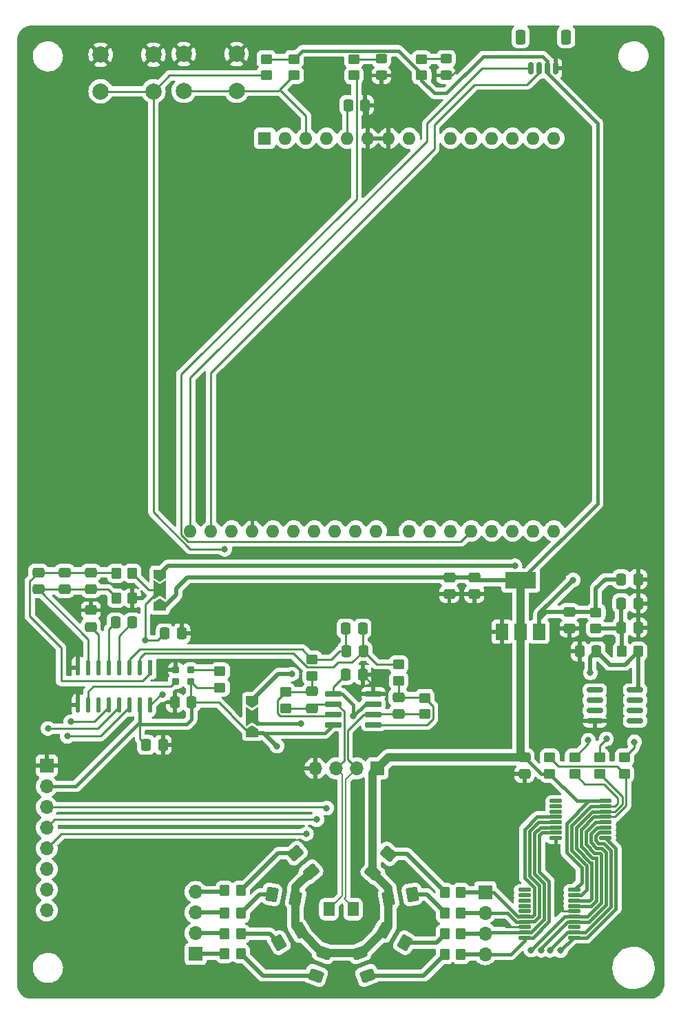
<source format=gtl>
%TF.GenerationSoftware,KiCad,Pcbnew,(7.0.0)*%
%TF.CreationDate,2023-04-22T11:09:59+02:00*%
%TF.ProjectId,PCB KiCad,50434220-4b69-4436-9164-2e6b69636164,rev?*%
%TF.SameCoordinates,Original*%
%TF.FileFunction,Copper,L1,Top*%
%TF.FilePolarity,Positive*%
%FSLAX46Y46*%
G04 Gerber Fmt 4.6, Leading zero omitted, Abs format (unit mm)*
G04 Created by KiCad (PCBNEW (7.0.0)) date 2023-04-22 11:09:59*
%MOMM*%
%LPD*%
G01*
G04 APERTURE LIST*
G04 Aperture macros list*
%AMRoundRect*
0 Rectangle with rounded corners*
0 $1 Rounding radius*
0 $2 $3 $4 $5 $6 $7 $8 $9 X,Y pos of 4 corners*
0 Add a 4 corners polygon primitive as box body*
4,1,4,$2,$3,$4,$5,$6,$7,$8,$9,$2,$3,0*
0 Add four circle primitives for the rounded corners*
1,1,$1+$1,$2,$3*
1,1,$1+$1,$4,$5*
1,1,$1+$1,$6,$7*
1,1,$1+$1,$8,$9*
0 Add four rect primitives between the rounded corners*
20,1,$1+$1,$2,$3,$4,$5,0*
20,1,$1+$1,$4,$5,$6,$7,0*
20,1,$1+$1,$6,$7,$8,$9,0*
20,1,$1+$1,$8,$9,$2,$3,0*%
%AMFreePoly0*
4,1,6,1.000000,0.000000,0.500000,-0.750000,-0.500000,-0.750000,-0.500000,0.750000,0.500000,0.750000,1.000000,0.000000,1.000000,0.000000,$1*%
%AMFreePoly1*
4,1,7,0.700000,0.000000,1.200000,-0.750000,-1.200000,-0.750000,-0.700000,0.000000,-1.200000,0.750000,1.200000,0.750000,0.700000,0.000000,0.700000,0.000000,$1*%
G04 Aperture macros list end*
%TA.AperFunction,SMDPad,CuDef*%
%ADD10RoundRect,0.250001X0.346943X0.695816X-0.564003X0.535192X-0.346943X-0.695816X0.564003X-0.535192X0*%
%TD*%
%TA.AperFunction,SMDPad,CuDef*%
%ADD11RoundRect,0.250000X0.350000X0.450000X-0.350000X0.450000X-0.350000X-0.450000X0.350000X-0.450000X0*%
%TD*%
%TA.AperFunction,SMDPad,CuDef*%
%ADD12RoundRect,0.197998X-0.602001X0.027001X-0.602001X-0.027001X0.602001X-0.027001X0.602001X0.027001X0*%
%TD*%
%TA.AperFunction,SMDPad,CuDef*%
%ADD13RoundRect,0.250001X-0.462499X-0.624999X0.462499X-0.624999X0.462499X0.624999X-0.462499X0.624999X0*%
%TD*%
%TA.AperFunction,SMDPad,CuDef*%
%ADD14RoundRect,0.250000X0.337500X0.475000X-0.337500X0.475000X-0.337500X-0.475000X0.337500X-0.475000X0*%
%TD*%
%TA.AperFunction,SMDPad,CuDef*%
%ADD15RoundRect,0.250000X0.450000X-0.350000X0.450000X0.350000X-0.450000X0.350000X-0.450000X-0.350000X0*%
%TD*%
%TA.AperFunction,SMDPad,CuDef*%
%ADD16FreePoly0,90.000000*%
%TD*%
%TA.AperFunction,SMDPad,CuDef*%
%ADD17FreePoly1,90.000000*%
%TD*%
%TA.AperFunction,SMDPad,CuDef*%
%ADD18FreePoly0,270.000000*%
%TD*%
%TA.AperFunction,SMDPad,CuDef*%
%ADD19RoundRect,0.250000X-0.450000X0.350000X-0.450000X-0.350000X0.450000X-0.350000X0.450000X0.350000X0*%
%TD*%
%TA.AperFunction,ComponentPad*%
%ADD20R,1.700000X1.700000*%
%TD*%
%TA.AperFunction,ComponentPad*%
%ADD21O,1.700000X1.700000*%
%TD*%
%TA.AperFunction,SMDPad,CuDef*%
%ADD22RoundRect,0.250001X-0.564003X-0.535192X0.346943X-0.695816X0.564003X0.535192X-0.346943X0.695816X0*%
%TD*%
%TA.AperFunction,SMDPad,CuDef*%
%ADD23RoundRect,0.250000X-0.350000X-0.450000X0.350000X-0.450000X0.350000X0.450000X-0.350000X0.450000X0*%
%TD*%
%TA.AperFunction,SMDPad,CuDef*%
%ADD24RoundRect,0.250000X-0.337500X-0.475000X0.337500X-0.475000X0.337500X0.475000X-0.337500X0.475000X0*%
%TD*%
%TA.AperFunction,SMDPad,CuDef*%
%ADD25RoundRect,0.042000X0.943000X0.258000X-0.943000X0.258000X-0.943000X-0.258000X0.943000X-0.258000X0*%
%TD*%
%TA.AperFunction,SMDPad,CuDef*%
%ADD26RoundRect,0.250001X-0.088036X-0.772515X0.713035X-0.310016X0.088036X0.772515X-0.713035X0.310016X0*%
%TD*%
%TA.AperFunction,SMDPad,CuDef*%
%ADD27R,0.543390X1.874066*%
%TD*%
%TA.AperFunction,SMDPad,CuDef*%
%ADD28RoundRect,0.271695X0.000000X0.665338X0.000000X-0.665338X0.000000X-0.665338X0.000000X0.665338X0*%
%TD*%
%TA.AperFunction,ComponentPad*%
%ADD29R,1.600000X1.600000*%
%TD*%
%TA.AperFunction,ComponentPad*%
%ADD30O,1.600000X1.600000*%
%TD*%
%TA.AperFunction,SMDPad,CuDef*%
%ADD31RoundRect,0.250000X-0.475000X0.337500X-0.475000X-0.337500X0.475000X-0.337500X0.475000X0.337500X0*%
%TD*%
%TA.AperFunction,SMDPad,CuDef*%
%ADD32RoundRect,0.250000X0.475000X-0.337500X0.475000X0.337500X-0.475000X0.337500X-0.475000X-0.337500X0*%
%TD*%
%TA.AperFunction,SMDPad,CuDef*%
%ADD33RoundRect,0.250001X0.713035X0.310016X-0.088036X0.772515X-0.713035X-0.310016X0.088036X-0.772515X0*%
%TD*%
%TA.AperFunction,ComponentPad*%
%ADD34C,2.000000*%
%TD*%
%TA.AperFunction,SMDPad,CuDef*%
%ADD35RoundRect,0.250001X0.745491X-0.220845X0.429123X0.648369X-0.745491X0.220845X-0.429123X-0.648369X0*%
%TD*%
%TA.AperFunction,SMDPad,CuDef*%
%ADD36R,1.500000X2.000000*%
%TD*%
%TA.AperFunction,SMDPad,CuDef*%
%ADD37R,3.800000X2.000000*%
%TD*%
%TA.AperFunction,SMDPad,CuDef*%
%ADD38RoundRect,0.250001X-0.181488X0.756036X-0.776066X0.047447X0.181488X-0.756036X0.776066X-0.047447X0*%
%TD*%
%TA.AperFunction,SMDPad,CuDef*%
%ADD39RoundRect,0.150000X0.150000X0.625000X-0.150000X0.625000X-0.150000X-0.625000X0.150000X-0.625000X0*%
%TD*%
%TA.AperFunction,SMDPad,CuDef*%
%ADD40RoundRect,0.250000X0.350000X0.650000X-0.350000X0.650000X-0.350000X-0.650000X0.350000X-0.650000X0*%
%TD*%
%TA.AperFunction,SMDPad,CuDef*%
%ADD41RoundRect,0.250001X-0.776066X-0.047447X-0.181488X-0.756036X0.776066X0.047447X0.181488X0.756036X0*%
%TD*%
%TA.AperFunction,SMDPad,CuDef*%
%ADD42RoundRect,0.150000X-0.825000X-0.150000X0.825000X-0.150000X0.825000X0.150000X-0.825000X0.150000X0*%
%TD*%
%TA.AperFunction,SMDPad,CuDef*%
%ADD43RoundRect,0.200000X-0.250000X0.200000X-0.250000X-0.200000X0.250000X-0.200000X0.250000X0.200000X0*%
%TD*%
%TA.AperFunction,SMDPad,CuDef*%
%ADD44RoundRect,0.250001X0.429123X-0.648369X0.745491X0.220845X-0.429123X0.648369X-0.745491X-0.220845X0*%
%TD*%
%TA.AperFunction,SMDPad,CuDef*%
%ADD45RoundRect,0.250000X0.450000X-0.325000X0.450000X0.325000X-0.450000X0.325000X-0.450000X-0.325000X0*%
%TD*%
%TA.AperFunction,ViaPad*%
%ADD46C,0.800000*%
%TD*%
%TA.AperFunction,Conductor*%
%ADD47C,0.250000*%
%TD*%
%TA.AperFunction,Conductor*%
%ADD48C,0.500000*%
%TD*%
%TA.AperFunction,Conductor*%
%ADD49C,0.254000*%
%TD*%
%TA.AperFunction,Conductor*%
%ADD50C,0.400000*%
%TD*%
%TA.AperFunction,Conductor*%
%ADD51C,1.000000*%
%TD*%
%TA.AperFunction,Conductor*%
%ADD52C,0.200000*%
%TD*%
G04 APERTURE END LIST*
D10*
%TO.P,D5,1,K*%
%TO.N,Net-(D5-K)*%
X91807434Y-134962688D03*
%TO.P,D5,2,A*%
%TO.N,3.3v*%
X88877630Y-135479292D03*
%TD*%
D11*
%TO.P,R15,1*%
%TO.N,LED1*%
X97774000Y-134747000D03*
%TO.P,R15,2*%
%TO.N,Net-(D4-K)*%
X95774000Y-134747000D03*
%TD*%
D12*
%TO.P,U6,1,NC*%
%TO.N,unconnected-(U6-NC-Pad1)*%
X105600000Y-134424998D03*
%TO.P,U6,2,A0*%
%TO.N,unconnected-(U6-A0-Pad2)*%
X105600000Y-135075000D03*
%TO.P,U6,3,A1*%
%TO.N,unconnected-(U6-A1-Pad3)*%
X105600000Y-135724998D03*
%TO.P,U6,4,A2*%
%TO.N,unconnected-(U6-A2-Pad4)*%
X105600000Y-136375000D03*
%TO.P,U6,5,A3*%
%TO.N,unconnected-(U6-A3-Pad5)*%
X105600000Y-137024998D03*
%TO.P,U6,6,~{OUT0}*%
%TO.N,LED1*%
X105600000Y-137675000D03*
%TO.P,U6,7,~{OUT1}*%
%TO.N,LED2*%
X105600000Y-138324998D03*
%TO.P,U6,8,GND*%
%TO.N,GND*%
X105600000Y-138975000D03*
%TO.P,U6,9,~{OUT2}*%
%TO.N,LED3*%
X105600000Y-139624998D03*
%TO.P,U6,10,~{OUT3}*%
%TO.N,LED4*%
X105600000Y-140275000D03*
%TO.P,U6,11,~{OUT4}*%
%TO.N,LED5*%
X111700001Y-140275000D03*
%TO.P,U6,12,~{OUT5}*%
%TO.N,LED6*%
X111700001Y-139624998D03*
%TO.P,U6,13,GND*%
%TO.N,GND*%
X111700001Y-138975000D03*
%TO.P,U6,14,~{OUT6}*%
%TO.N,LED7*%
X111700001Y-138324998D03*
%TO.P,U6,15,~{OUT7}*%
%TO.N,LED8*%
X111700001Y-137675000D03*
%TO.P,U6,16,GND*%
%TO.N,GND*%
X111700001Y-137024998D03*
%TO.P,U6,17,~{RESET}*%
%TO.N,Net-(U5-~{RESET})*%
X111700001Y-136375000D03*
%TO.P,U6,18,SCL*%
%TO.N,Net-(U5-SCL)*%
X111700001Y-135724998D03*
%TO.P,U6,19,SDA*%
%TO.N,Net-(U5-SDA)*%
X111700001Y-135075000D03*
%TO.P,U6,20,VCC*%
%TO.N,3.3v*%
X111700001Y-134424998D03*
%TD*%
D13*
%TO.P,D1,1,K*%
%TO.N,/Sensor/A-*%
X81556258Y-136795236D03*
%TO.P,D1,2,A*%
%TO.N,/Sensor/A+*%
X84531258Y-136795236D03*
%TD*%
D14*
%TO.P,C12,1*%
%TO.N,+2V5*%
X114462500Y-105095000D03*
%TO.P,C12,2*%
%TO.N,GND*%
X112387500Y-105095000D03*
%TD*%
D15*
%TO.P,R6,1*%
%TO.N,LED_BLUE*%
X84625000Y-34347500D03*
%TO.P,R6,2*%
%TO.N,Net-(D2-A)*%
X84625000Y-32347500D03*
%TD*%
D11*
%TO.P,R17,1*%
%TO.N,LED3*%
X97774000Y-139827000D03*
%TO.P,R17,2*%
%TO.N,Net-(D6-K)*%
X95774000Y-139827000D03*
%TD*%
D16*
%TO.P,JP2,1,A*%
%TO.N,3.3v*%
X72125000Y-115125000D03*
D17*
%TO.P,JP2,2,C*%
%TO.N,Net-(JP2-C)*%
X72125000Y-113125000D03*
D18*
%TO.P,JP2,3,B*%
%TO.N,+2V5*%
X72125000Y-111125000D03*
%TD*%
D19*
%TO.P,R9,1*%
%TO.N,3.3v*%
X73850000Y-32325000D03*
%TO.P,R9,2*%
%TO.N,TRIGGER*%
X73850000Y-34325000D03*
%TD*%
D20*
%TO.P,J3,1,Pin_1*%
%TO.N,LED1*%
X100767757Y-134692235D03*
D21*
%TO.P,J3,2,Pin_2*%
%TO.N,LED2*%
X100767757Y-137232235D03*
%TO.P,J3,3,Pin_3*%
%TO.N,LED3*%
X100767757Y-139772235D03*
%TO.P,J3,4,Pin_4*%
%TO.N,LED4*%
X100767757Y-142312235D03*
%TD*%
D14*
%TO.P,C5,1*%
%TO.N,/ADC/AIN-*%
X85787500Y-105075000D03*
%TO.P,C5,2*%
%TO.N,/ADC/AIN+*%
X83712500Y-105075000D03*
%TD*%
D12*
%TO.P,U5,1,A0*%
%TO.N,unconnected-(U5-A0-Pad1)*%
X109450000Y-123500000D03*
%TO.P,U5,2,A1*%
%TO.N,unconnected-(U5-A1-Pad2)*%
X109450000Y-124150001D03*
%TO.P,U5,3,A2*%
%TO.N,unconnected-(U5-A2-Pad3)*%
X109450000Y-124800000D03*
%TO.P,U5,4,~{OUT0}*%
%TO.N,LED1*%
X109450000Y-125450001D03*
%TO.P,U5,5,~{OUT1}*%
%TO.N,LED2*%
X109450000Y-126100000D03*
%TO.P,U5,6,~{OUT2}*%
%TO.N,LED3*%
X109450000Y-126750001D03*
%TO.P,U5,7,~{OUT3}*%
%TO.N,LED4*%
X109450000Y-127400000D03*
%TO.P,U5,8,GND*%
%TO.N,GND*%
X109450000Y-128050001D03*
%TO.P,U5,9,~{OUT4}*%
%TO.N,LED5*%
X115550001Y-128050001D03*
%TO.P,U5,10,~{OUT5}*%
%TO.N,LED6*%
X115550001Y-127400000D03*
%TO.P,U5,11,~{OUT6}*%
%TO.N,LED7*%
X115550001Y-126750001D03*
%TO.P,U5,12,~{OUT7}*%
%TO.N,LED8*%
X115550001Y-126100000D03*
%TO.P,U5,13,~{RESET}*%
%TO.N,Net-(U5-~{RESET})*%
X115550001Y-125450001D03*
%TO.P,U5,14,SCL*%
%TO.N,Net-(U5-SCL)*%
X115550001Y-124800000D03*
%TO.P,U5,15,SDA*%
%TO.N,Net-(U5-SDA)*%
X115550001Y-124150001D03*
%TO.P,U5,16,VCC*%
%TO.N,3.3v*%
X115550001Y-123500000D03*
%TD*%
D22*
%TO.P,D10,1,K*%
%TO.N,Net-(D10-K)*%
X74521356Y-134962688D03*
%TO.P,D10,2,A*%
%TO.N,3.3v*%
X77451160Y-135479292D03*
%TD*%
D23*
%TO.P,R21,1*%
%TO.N,LED7*%
X68723000Y-137287000D03*
%TO.P,R21,2*%
%TO.N,Net-(D10-K)*%
X70723000Y-137287000D03*
%TD*%
D19*
%TO.P,R11,1*%
%TO.N,LED_RESET*%
X117900000Y-118150000D03*
%TO.P,R11,2*%
%TO.N,Net-(U5-~{RESET})*%
X117900000Y-120150000D03*
%TD*%
%TO.P,R5,1*%
%TO.N,Net-(X1-Tri-State)*%
X68151562Y-107552501D03*
%TO.P,R5,2*%
%TO.N,3.3v*%
X68151562Y-109552501D03*
%TD*%
D24*
%TO.P,C22,1*%
%TO.N,5v_RAW*%
X83912500Y-38000000D03*
%TO.P,C22,2*%
%TO.N,GND*%
X85987500Y-38000000D03*
%TD*%
D25*
%TO.P,U1,1,OUT_A*%
%TO.N,Net-(U1-OUT_A)*%
X87015000Y-114130000D03*
%TO.P,U1,2,-IN_A*%
%TO.N,/Sensor/A+*%
X87015000Y-112860000D03*
%TO.P,U1,3,+IN_A*%
%TO.N,Net-(JP2-C)*%
X87015000Y-111590000D03*
%TO.P,U1,4,V-*%
%TO.N,GND*%
X87015000Y-110320000D03*
%TO.P,U1,5,+IN_B*%
%TO.N,Net-(JP2-C)*%
X82075000Y-110320000D03*
%TO.P,U1,6,-IN_B*%
%TO.N,/Sensor/A-*%
X82075000Y-111590000D03*
%TO.P,U1,7,OUT_B*%
%TO.N,Net-(U1-OUT_B)*%
X82075000Y-112860000D03*
%TO.P,U1,8,V+*%
%TO.N,3.3v*%
X82075000Y-114130000D03*
%TD*%
D24*
%TO.P,C13,1*%
%TO.N,+5V*%
X117500000Y-99218333D03*
%TO.P,C13,2*%
%TO.N,GND*%
X119575000Y-99218333D03*
%TD*%
%TO.P,C10,1*%
%TO.N,5v_RAW*%
X117500000Y-96250000D03*
%TO.P,C10,2*%
%TO.N,GND*%
X119575000Y-96250000D03*
%TD*%
D26*
%TO.P,D9,1,K*%
%TO.N,Net-(D9-K)*%
X75403625Y-140902491D03*
%TO.P,D9,2,A*%
%TO.N,3.3v*%
X77980051Y-139414991D03*
%TD*%
D27*
%TO.P,U2,1,REFP*%
%TO.N,Net-(U2-REFP)*%
X59571561Y-107098932D03*
D28*
%TO.P,U2,2,VIN1N*%
%TO.N,/ADC/AIN-*%
X58301562Y-107098933D03*
%TO.P,U2,3,VIN1P*%
%TO.N,/ADC/AIN+*%
X57031562Y-107098933D03*
%TO.P,U2,4,VIN2N*%
%TO.N,Net-(U2-VIN2N)*%
X55761562Y-107098933D03*
%TO.P,U2,5,VIN2P*%
%TO.N,Net-(U2-VIN2P)*%
X54491562Y-107098933D03*
%TO.P,U2,6,VBG*%
%TO.N,Net-(U2-VBG)*%
X53221562Y-107098933D03*
%TO.P,U2,7,REFN*%
%TO.N,Net-(U2-REFN)*%
X51951562Y-107098933D03*
%TO.P,U2,8,AVSS*%
%TO.N,GND*%
X50681562Y-107098933D03*
%TO.P,U2,9,DVSS*%
X50681562Y-111731067D03*
%TO.P,U2,10,XIN*%
%TO.N,Net-(U2-XIN)*%
X51951562Y-111731067D03*
%TO.P,U2,11,XOUT*%
%TO.N,unconnected-(U2-XOUT-Pad11)*%
X53221562Y-111731067D03*
%TO.P,U2,12,DRDY*%
%TO.N,DRDY_INT*%
X54491562Y-111731067D03*
%TO.P,U2,13,SCLK*%
%TO.N,SCL*%
X55761562Y-111731067D03*
%TO.P,U2,14,SDIO*%
%TO.N,SDA*%
X57031562Y-111731067D03*
%TO.P,U2,15,DVDD*%
%TO.N,3.3v*%
X58301562Y-111731067D03*
%TO.P,U2,16,AVDD/LDO*%
%TO.N,Net-(JP1-C)*%
X59571562Y-111731067D03*
%TD*%
D11*
%TO.P,R16,1*%
%TO.N,LED2*%
X97774000Y-137287000D03*
%TO.P,R16,2*%
%TO.N,Net-(D5-K)*%
X95774000Y-137287000D03*
%TD*%
D24*
%TO.P,C4,1*%
%TO.N,/ADC/AIN+*%
X83607500Y-102297500D03*
%TO.P,C4,2*%
%TO.N,/ADC/AIN-*%
X85682500Y-102297500D03*
%TD*%
D29*
%TO.P,A1,1,NC*%
%TO.N,unconnected-(A1-NC-Pad1)*%
X73654999Y-42069999D03*
D30*
%TO.P,A1,2,IOREF*%
%TO.N,unconnected-(A1-IOREF-Pad2)*%
X76194999Y-42069999D03*
%TO.P,A1,3,~{RESET}*%
%TO.N,MCU_RESET*%
X78734999Y-42069999D03*
%TO.P,A1,4,3V3*%
%TO.N,unconnected-(A1-3V3-Pad4)*%
X81274999Y-42069999D03*
%TO.P,A1,5,+5V*%
%TO.N,5v_RAW*%
X83814999Y-42069999D03*
%TO.P,A1,6,GND*%
%TO.N,GND*%
X86354999Y-42069999D03*
%TO.P,A1,7,GND*%
X88894999Y-42069999D03*
%TO.P,A1,8,VIN*%
%TO.N,unconnected-(A1-VIN-Pad8)*%
X91434999Y-42069999D03*
%TO.P,A1,9,A0*%
%TO.N,unconnected-(A1-A0-Pad9)*%
X96514999Y-42069999D03*
%TO.P,A1,10,A1*%
%TO.N,unconnected-(A1-A1-Pad10)*%
X99054999Y-42069999D03*
%TO.P,A1,11,A2*%
%TO.N,unconnected-(A1-A2-Pad11)*%
X101594999Y-42069999D03*
%TO.P,A1,12,A3*%
%TO.N,unconnected-(A1-A3-Pad12)*%
X104134999Y-42069999D03*
%TO.P,A1,13,SDA/A4*%
%TO.N,unconnected-(A1-SDA{slash}A4-Pad13)*%
X106674999Y-42069999D03*
%TO.P,A1,14,SCL/A5*%
%TO.N,unconnected-(A1-SCL{slash}A5-Pad14)*%
X109214999Y-42069999D03*
%TO.P,A1,15,D0/RX*%
%TO.N,unconnected-(A1-D0{slash}RX-Pad15)*%
X109214999Y-90329999D03*
%TO.P,A1,16,D1/TX*%
%TO.N,unconnected-(A1-D1{slash}TX-Pad16)*%
X106674999Y-90329999D03*
%TO.P,A1,17,D2*%
%TO.N,LED_RESET*%
X104134999Y-90329999D03*
%TO.P,A1,18,D3*%
%TO.N,TRIGGER*%
X101594999Y-90329999D03*
%TO.P,A1,19,D4*%
%TO.N,LED_BLUE*%
X99054999Y-90329999D03*
%TO.P,A1,20,D5*%
%TO.N,DRDY_INT*%
X96514999Y-90329999D03*
%TO.P,A1,21,D6*%
%TO.N,unconnected-(A1-D6-Pad21)*%
X93974999Y-90329999D03*
%TO.P,A1,22,D7*%
%TO.N,unconnected-(A1-D7-Pad22)*%
X91434999Y-90329999D03*
%TO.P,A1,23,D8*%
%TO.N,unconnected-(A1-D8-Pad23)*%
X87374999Y-90329999D03*
%TO.P,A1,24,D9*%
%TO.N,unconnected-(A1-D9-Pad24)*%
X84834999Y-90329999D03*
%TO.P,A1,25,D10*%
%TO.N,unconnected-(A1-D10-Pad25)*%
X82294999Y-90329999D03*
%TO.P,A1,26,D11*%
%TO.N,unconnected-(A1-D11-Pad26)*%
X79754999Y-90329999D03*
%TO.P,A1,27,D12*%
%TO.N,unconnected-(A1-D12-Pad27)*%
X77214999Y-90329999D03*
%TO.P,A1,28,D13*%
%TO.N,unconnected-(A1-D13-Pad28)*%
X74674999Y-90329999D03*
%TO.P,A1,29,GND*%
%TO.N,GND*%
X72134999Y-90329999D03*
%TO.P,A1,30,AREF*%
%TO.N,unconnected-(A1-AREF-Pad30)*%
X69594999Y-90329999D03*
%TO.P,A1,31,SDA/A4*%
%TO.N,SDA*%
X67054999Y-90329999D03*
%TO.P,A1,32,SCL/A5*%
%TO.N,SCL*%
X64514999Y-90329999D03*
%TD*%
D31*
%TO.P,C16,1*%
%TO.N,3.3v*%
X96350000Y-95992500D03*
%TO.P,C16,2*%
%TO.N,GND*%
X96350000Y-98067500D03*
%TD*%
D32*
%TO.P,C7,1*%
%TO.N,Net-(U2-REFN)*%
X45826562Y-97492500D03*
%TO.P,C7,2*%
%TO.N,Net-(U2-REFP)*%
X45826562Y-95417500D03*
%TD*%
D23*
%TO.P,R10,1*%
%TO.N,+5V*%
X117567500Y-105125000D03*
%TO.P,R10,2*%
%TO.N,+2V5*%
X119567500Y-105125000D03*
%TD*%
D32*
%TO.P,C6,1*%
%TO.N,Net-(U2-REFN)*%
X49054687Y-97492500D03*
%TO.P,C6,2*%
%TO.N,Net-(U2-REFP)*%
X49054687Y-95417500D03*
%TD*%
D15*
%TO.P,R4,1*%
%TO.N,Net-(U1-OUT_B)*%
X79500000Y-108100000D03*
%TO.P,R4,2*%
%TO.N,/ADC/AIN+*%
X79500000Y-106100000D03*
%TD*%
D23*
%TO.P,R19,1*%
%TO.N,LED5*%
X68723000Y-142240000D03*
%TO.P,R19,2*%
%TO.N,Net-(D8-K)*%
X70723000Y-142240000D03*
%TD*%
D15*
%TO.P,R2,1*%
%TO.N,/Sensor/A+*%
X93326250Y-112817500D03*
%TO.P,R2,2*%
%TO.N,Net-(U1-OUT_A)*%
X93326250Y-110817500D03*
%TD*%
%TO.P,FB1,1*%
%TO.N,+5V*%
X114375000Y-102316666D03*
%TO.P,FB1,2*%
%TO.N,5v_RAW*%
X114375000Y-100316666D03*
%TD*%
D14*
%TO.P,C9,1*%
%TO.N,3.3v*%
X64664062Y-111380601D03*
%TO.P,C9,2*%
%TO.N,GND*%
X62589062Y-111380601D03*
%TD*%
D33*
%TO.P,D6,1,K*%
%TO.N,Net-(D6-K)*%
X90884471Y-140908986D03*
%TO.P,D6,2,A*%
%TO.N,3.3v*%
X88308045Y-139421486D03*
%TD*%
D20*
%TO.P,J5,1,Pin_1*%
%TO.N,3.3v*%
X87499999Y-119499999D03*
D21*
%TO.P,J5,2,Pin_2*%
%TO.N,/Sensor/A+*%
X84959999Y-119499999D03*
%TO.P,J5,3,Pin_3*%
%TO.N,/Sensor/A-*%
X82419999Y-119499999D03*
%TO.P,J5,4,Pin_4*%
%TO.N,GND*%
X79879999Y-119499999D03*
%TD*%
D34*
%TO.P,SW2,1,1*%
%TO.N,GND*%
X53475000Y-31800000D03*
X59975000Y-31800000D03*
%TO.P,SW2,2,2*%
%TO.N,TRIGGER*%
X53475000Y-36300000D03*
X59975000Y-36300000D03*
%TD*%
D35*
%TO.P,D7,1,K*%
%TO.N,Net-(D7-K)*%
X86292497Y-144933029D03*
%TO.P,D7,2,A*%
%TO.N,3.3v*%
X85274987Y-142137443D03*
%TD*%
D36*
%TO.P,U4,1,GND*%
%TO.N,GND*%
X102824999Y-102699999D03*
%TO.P,U4,2,VO*%
%TO.N,3.3v*%
X105124999Y-102699999D03*
D37*
X105124999Y-96399999D03*
D36*
%TO.P,U4,3,VI*%
%TO.N,5v_RAW*%
X107424999Y-102699999D03*
%TD*%
D20*
%TO.P,J1,1,Pin_1*%
%TO.N,GND*%
X46849999Y-119149999D03*
D21*
%TO.P,J1,2,Pin_2*%
%TO.N,3.3v*%
X46849999Y-121689999D03*
%TO.P,J1,3,Pin_3*%
%TO.N,SDA*%
X46849999Y-124229999D03*
%TO.P,J1,4,Pin_4*%
%TO.N,SCL*%
X46849999Y-126769999D03*
%TO.P,J1,5,Pin_5*%
%TO.N,LED_RESET*%
X46849999Y-129309999D03*
%TO.P,J1,6,Pin_6*%
%TO.N,DRDY_INT*%
X46849999Y-131849999D03*
%TO.P,J1,7,Pin_7*%
%TO.N,TRIGGER*%
X46849999Y-134389999D03*
%TO.P,J1,8,Pin_8*%
%TO.N,5v_RAW*%
X46849999Y-136929999D03*
%TD*%
D24*
%TO.P,C19,1*%
%TO.N,Net-(U2-VIN2P)*%
X55313437Y-101565000D03*
%TO.P,C19,2*%
%TO.N,Net-(U2-VIN2N)*%
X57388437Y-101565000D03*
%TD*%
%TO.P,C21,1*%
%TO.N,Net-(JP1-C)*%
X61362500Y-102900000D03*
%TO.P,C21,2*%
%TO.N,GND*%
X63437500Y-102900000D03*
%TD*%
D23*
%TO.P,R20,1*%
%TO.N,LED6*%
X68723000Y-139827000D03*
%TO.P,R20,2*%
%TO.N,Net-(D9-K)*%
X70723000Y-139827000D03*
%TD*%
D38*
%TO.P,D4,1,K*%
%TO.N,Net-(D4-K)*%
X88862405Y-129995745D03*
%TO.P,D4,2,A*%
%TO.N,3.3v*%
X86950111Y-132274727D03*
%TD*%
D31*
%TO.P,C8,1*%
%TO.N,GND*%
X52282812Y-100052500D03*
%TO.P,C8,2*%
%TO.N,Net-(U2-VBG)*%
X52282812Y-102127500D03*
%TD*%
D15*
%TO.P,R7,1*%
%TO.N,3.3v*%
X92950000Y-34347500D03*
%TO.P,R7,2*%
%TO.N,Net-(D3-A)*%
X92950000Y-32347500D03*
%TD*%
D32*
%TO.P,C18,1*%
%TO.N,Net-(U2-REFN)*%
X52282812Y-97492500D03*
%TO.P,C18,2*%
%TO.N,Net-(U2-REFP)*%
X52282812Y-95417500D03*
%TD*%
D39*
%TO.P,J2,1,Pin_1*%
%TO.N,GND*%
X109425000Y-33500000D03*
%TO.P,J2,2,Pin_2*%
%TO.N,3.3v*%
X108425000Y-33500000D03*
%TO.P,J2,3,Pin_3*%
%TO.N,SDA*%
X107425000Y-33500000D03*
%TO.P,J2,4,Pin_4*%
%TO.N,SCL*%
X106425000Y-33500000D03*
D40*
%TO.P,J2,MP*%
%TO.N,N/C*%
X110725000Y-29625000D03*
X105125000Y-29625000D03*
%TD*%
D19*
%TO.P,R12,1*%
%TO.N,SCL*%
X114832500Y-118150000D03*
%TO.P,R12,2*%
%TO.N,Net-(U5-SCL)*%
X114832500Y-120150000D03*
%TD*%
D14*
%TO.P,C1,1*%
%TO.N,GND*%
X85687500Y-107975000D03*
%TO.P,C1,2*%
%TO.N,Net-(JP2-C)*%
X83612500Y-107975000D03*
%TD*%
D23*
%TO.P,R22,1*%
%TO.N,LED8*%
X68723000Y-134493000D03*
%TO.P,R22,2*%
%TO.N,Net-(D11-K)*%
X70723000Y-134493000D03*
%TD*%
D41*
%TO.P,D11,1,K*%
%TO.N,Net-(D11-K)*%
X77426571Y-129901896D03*
%TO.P,D11,2,A*%
%TO.N,3.3v*%
X79338865Y-132180878D03*
%TD*%
D20*
%TO.P,J4,1,Pin_1*%
%TO.N,LED5*%
X65167757Y-142292235D03*
D21*
%TO.P,J4,2,Pin_2*%
%TO.N,LED6*%
X65167757Y-139752235D03*
%TO.P,J4,3,Pin_3*%
%TO.N,LED7*%
X65167757Y-137212235D03*
%TO.P,J4,4,Pin_4*%
%TO.N,LED8*%
X65167757Y-134672235D03*
%TD*%
D19*
%TO.P,R13,1*%
%TO.N,SDA*%
X111765000Y-118150000D03*
%TO.P,R13,2*%
%TO.N,Net-(U5-SDA)*%
X111765000Y-120150000D03*
%TD*%
%TO.P,R14,1*%
%TO.N,Net-(U5-~{RESET})*%
X108697500Y-118150000D03*
%TO.P,R14,2*%
%TO.N,3.3v*%
X108697500Y-120150000D03*
%TD*%
D42*
%TO.P,U3,1*%
%TO.N,N/C*%
X114242500Y-109860000D03*
%TO.P,U3,2*%
X114242500Y-111130000D03*
%TO.P,U3,3*%
X114242500Y-112400000D03*
%TO.P,U3,4,A*%
%TO.N,GND*%
X114242500Y-113670000D03*
%TO.P,U3,5*%
%TO.N,N/C*%
X119192500Y-113670000D03*
%TO.P,U3,6*%
X119192500Y-112400000D03*
%TO.P,U3,7*%
X119192500Y-111130000D03*
%TO.P,U3,8,K*%
%TO.N,+2V5*%
X119192500Y-109860000D03*
%TD*%
D43*
%TO.P,X1,1,Tri-State*%
%TO.N,Net-(X1-Tri-State)*%
X64551562Y-107357501D03*
%TO.P,X1,2,GND*%
%TO.N,GND*%
X62701562Y-107357501D03*
%TO.P,X1,3,OUT*%
%TO.N,Net-(U2-XIN)*%
X62701562Y-108807501D03*
%TO.P,X1,4,VDD*%
%TO.N,3.3v*%
X64551562Y-108807501D03*
%TD*%
D31*
%TO.P,C17,1*%
%TO.N,3.3v*%
X105600000Y-118112500D03*
%TO.P,C17,2*%
%TO.N,GND*%
X105600000Y-120187500D03*
%TD*%
D44*
%TO.P,D8,1,K*%
%TO.N,Net-(D8-K)*%
X79937503Y-144933029D03*
%TO.P,D8,2,A*%
%TO.N,3.3v*%
X80955013Y-142137443D03*
%TD*%
D24*
%TO.P,C20,1*%
%TO.N,3.3v*%
X59062500Y-116600000D03*
%TO.P,C20,2*%
%TO.N,GND*%
X61137500Y-116600000D03*
%TD*%
D31*
%TO.P,C14,1*%
%TO.N,5v_RAW*%
X111125000Y-100249166D03*
%TO.P,C14,2*%
%TO.N,GND*%
X111125000Y-102324166D03*
%TD*%
D24*
%TO.P,C11,1*%
%TO.N,+5V*%
X117500000Y-102186666D03*
%TO.P,C11,2*%
%TO.N,GND*%
X119575000Y-102186666D03*
%TD*%
D23*
%TO.P,R23,1*%
%TO.N,Net-(U2-REFN)*%
X55380937Y-98572500D03*
%TO.P,R23,2*%
%TO.N,GND*%
X57380937Y-98572500D03*
%TD*%
D11*
%TO.P,R18,1*%
%TO.N,LED4*%
X97774000Y-142367000D03*
%TO.P,R18,2*%
%TO.N,Net-(D7-K)*%
X95774000Y-142367000D03*
%TD*%
D32*
%TO.P,C2,1*%
%TO.N,/Sensor/A-*%
X79475000Y-112112500D03*
%TO.P,C2,2*%
%TO.N,Net-(U1-OUT_B)*%
X79475000Y-110037500D03*
%TD*%
D15*
%TO.P,R3,1*%
%TO.N,Net-(U1-OUT_A)*%
X90125000Y-108700000D03*
%TO.P,R3,2*%
%TO.N,/ADC/AIN-*%
X90125000Y-106700000D03*
%TD*%
D45*
%TO.P,D3,1,K*%
%TO.N,GND*%
X95950000Y-34350000D03*
%TO.P,D3,2,A*%
%TO.N,Net-(D3-A)*%
X95950000Y-32300000D03*
%TD*%
D19*
%TO.P,R1,1*%
%TO.N,Net-(U1-OUT_B)*%
X76248750Y-110105000D03*
%TO.P,R1,2*%
%TO.N,/Sensor/A-*%
X76248750Y-112105000D03*
%TD*%
D45*
%TO.P,D2,1,K*%
%TO.N,GND*%
X88000000Y-34350000D03*
%TO.P,D2,2,A*%
%TO.N,Net-(D2-A)*%
X88000000Y-32300000D03*
%TD*%
D23*
%TO.P,R24,1*%
%TO.N,Net-(U2-REFP)*%
X55380937Y-95525000D03*
%TO.P,R24,2*%
%TO.N,Net-(JP1-C)*%
X57380937Y-95525000D03*
%TD*%
D19*
%TO.P,R8,1*%
%TO.N,3.3v*%
X77275000Y-32325000D03*
%TO.P,R8,2*%
%TO.N,MCU_RESET*%
X77275000Y-34325000D03*
%TD*%
D32*
%TO.P,C15,1*%
%TO.N,GND*%
X99427500Y-98067500D03*
%TO.P,C15,2*%
%TO.N,3.3v*%
X99427500Y-95992500D03*
%TD*%
D34*
%TO.P,SW1,1,1*%
%TO.N,GND*%
X63700000Y-31725000D03*
X70200000Y-31725000D03*
%TO.P,SW1,2,2*%
%TO.N,MCU_RESET*%
X63700000Y-36225000D03*
X70200000Y-36225000D03*
%TD*%
D16*
%TO.P,JP1,1,A*%
%TO.N,3.3v*%
X60769062Y-99575000D03*
D17*
%TO.P,JP1,2,C*%
%TO.N,Net-(JP1-C)*%
X60769062Y-97575000D03*
D18*
%TO.P,JP1,3,B*%
%TO.N,+2V5*%
X60769062Y-95575000D03*
%TD*%
D32*
%TO.P,C3,1*%
%TO.N,/Sensor/A+*%
X90100000Y-112825000D03*
%TO.P,C3,2*%
%TO.N,Net-(U1-OUT_A)*%
X90100000Y-110750000D03*
%TD*%
D46*
%TO.N,5v_RAW*%
X111560000Y-96340000D03*
%TO.N,GND*%
X49780000Y-118410000D03*
X81550000Y-35800000D03*
X103100000Y-99430000D03*
X104720000Y-87450000D03*
X70340000Y-85430000D03*
X61000000Y-106660000D03*
X84720000Y-110140000D03*
X73400000Y-129240000D03*
X94500000Y-33360000D03*
X81060000Y-134410000D03*
X88470000Y-109130000D03*
X115900000Y-97830000D03*
X65750000Y-86770000D03*
X97010000Y-130160000D03*
X88370000Y-104870000D03*
X103860000Y-130400000D03*
X91130000Y-37400000D03*
X102760000Y-138430000D03*
X60820000Y-92260000D03*
X46920000Y-111070000D03*
X67230000Y-31750000D03*
X92820000Y-29990000D03*
X53480000Y-116760000D03*
X80940000Y-129160000D03*
X121120000Y-103720000D03*
X77830000Y-141530000D03*
X79240000Y-122300000D03*
X109800000Y-135160000D03*
X69820000Y-76330000D03*
X49520000Y-103410000D03*
X117410000Y-116030000D03*
X83140000Y-146870000D03*
X61140000Y-112690000D03*
X101390000Y-29690000D03*
X112820000Y-103300000D03*
X110050000Y-93810000D03*
X46920000Y-100600000D03*
X114700000Y-36320000D03*
X120190000Y-129940000D03*
X46810000Y-106330000D03*
X102820000Y-92260000D03*
X120110000Y-138090000D03*
X85510000Y-69020000D03*
X92970000Y-138090000D03*
X101330000Y-38140000D03*
X85990000Y-134540000D03*
X49390000Y-110380000D03*
X109260000Y-130310000D03*
X108350000Y-38310000D03*
X112010000Y-145280000D03*
X65560000Y-130590000D03*
X65830000Y-72360000D03*
X113100000Y-90950000D03*
X113380000Y-95790000D03*
X109980000Y-86150000D03*
X80610000Y-64370000D03*
X71530000Y-107540000D03*
X64690000Y-146450000D03*
X49630000Y-122970000D03*
X102850000Y-105340000D03*
X107000000Y-98660000D03*
X73210000Y-137510000D03*
X107830000Y-105360000D03*
X92940000Y-142200000D03*
X49410000Y-99210000D03*
X83660000Y-139280000D03*
%TO.N,LED_RESET*%
X119110000Y-116230000D03*
X78780000Y-127530000D03*
%TO.N,TRIGGER*%
X68740000Y-92560000D03*
%TO.N,+2V5*%
X113700000Y-107740000D03*
X77000000Y-107900000D03*
X104420000Y-94590000D03*
%TO.N,3.3v*%
X75160000Y-116750000D03*
%TO.N,LED5*%
X110025000Y-141875000D03*
%TO.N,LED6*%
X108725000Y-141850000D03*
%TO.N,LED7*%
X107650000Y-141825000D03*
%TO.N,Net-(JP2-C)*%
X84575000Y-113050000D03*
X78100000Y-113950000D03*
%TO.N,DRDY_INT*%
X49810000Y-113740000D03*
%TO.N,SDA*%
X81270000Y-124370000D03*
X113440000Y-116050000D03*
X49380000Y-115540000D03*
%TO.N,SCL*%
X80060000Y-125790000D03*
X115670000Y-115870000D03*
X47000000Y-114590000D03*
%TO.N,LED8*%
X106400000Y-141800000D03*
%TO.N,Net-(JP1-C)*%
X61050000Y-110425000D03*
X58975000Y-103750000D03*
%TD*%
D47*
%TO.N,MCU_RESET*%
X70200000Y-36225000D02*
X75375000Y-36225000D01*
X78735000Y-42070000D02*
X78735000Y-39315000D01*
X75510000Y-36090000D02*
X77275000Y-34325000D01*
X75375000Y-36225000D02*
X75510000Y-36090000D01*
X78735000Y-39315000D02*
X75510000Y-36090000D01*
X63700000Y-36225000D02*
X70200000Y-36225000D01*
D48*
%TO.N,5v_RAW*%
X107425000Y-101100000D02*
X108275834Y-100249166D01*
X111125000Y-100249166D02*
X114307500Y-100249166D01*
X108275834Y-100249166D02*
X111125000Y-100249166D01*
X114307500Y-100249166D02*
X114375000Y-100316666D01*
X107425000Y-100475000D02*
X111560000Y-96340000D01*
D47*
X84062500Y-38000000D02*
X83815000Y-38247500D01*
D48*
X117500000Y-96250000D02*
X115500000Y-96250000D01*
X114375000Y-97375000D02*
X114375000Y-100316666D01*
X115500000Y-96250000D02*
X114375000Y-97375000D01*
D47*
X83815000Y-38247500D02*
X83815000Y-42070000D01*
D48*
X107425000Y-102700000D02*
X107425000Y-101100000D01*
X107425000Y-102700000D02*
X107425000Y-100475000D01*
D49*
%TO.N,GND*%
X102760000Y-138430000D02*
X103305000Y-138975000D01*
X111700001Y-137024998D02*
X110264998Y-137024998D01*
X110264998Y-137024998D02*
X109770000Y-136530000D01*
X87015000Y-109302500D02*
X87015000Y-110320000D01*
D47*
X86355000Y-38217500D02*
X86355000Y-42070000D01*
D49*
X103305000Y-138975000D02*
X105600000Y-138975000D01*
D47*
X95950000Y-34350000D02*
X96650000Y-34350000D01*
D49*
X85687500Y-107975000D02*
X87015000Y-109302500D01*
D47*
X96650000Y-34350000D02*
X98000000Y-33000000D01*
X86137500Y-38000000D02*
X86355000Y-38217500D01*
D49*
%TO.N,LED_RESET*%
X119110000Y-116940000D02*
X117900000Y-118150000D01*
X48630000Y-127530000D02*
X46850000Y-129310000D01*
X78780000Y-127530000D02*
X48630000Y-127530000D01*
X119110000Y-116230000D02*
X119110000Y-116940000D01*
D47*
%TO.N,TRIGGER*%
X61950000Y-34325000D02*
X59975000Y-36300000D01*
X73850000Y-34325000D02*
X61950000Y-34325000D01*
D49*
X59975000Y-88025871D02*
X59975000Y-36300000D01*
D47*
X53475000Y-36300000D02*
X59975000Y-36300000D01*
D49*
X68740000Y-92560000D02*
X64509129Y-92560000D01*
X64509129Y-92560000D02*
X59975000Y-88025871D01*
D48*
%TO.N,+2V5*%
X116060000Y-106750000D02*
X116060000Y-106692500D01*
X113700000Y-107740000D02*
X113700000Y-105857500D01*
X116060000Y-106692500D02*
X114462500Y-105095000D01*
X72125000Y-111125000D02*
X75350000Y-107900000D01*
X119567500Y-105125000D02*
X117942500Y-106750000D01*
X104420000Y-94590000D02*
X61754062Y-94590000D01*
X113700000Y-105857500D02*
X114462500Y-105095000D01*
X61754062Y-94590000D02*
X60769062Y-95575000D01*
X75350000Y-107900000D02*
X77000000Y-107900000D01*
X119567500Y-105125000D02*
X119567500Y-109485000D01*
X119567500Y-109485000D02*
X119192500Y-109860000D01*
X117942500Y-106750000D02*
X116060000Y-106750000D01*
D49*
%TO.N,/ADC/AIN+*%
X79500000Y-106100000D02*
X78250000Y-104850000D01*
X58275000Y-104850000D02*
X57031562Y-106093438D01*
X79500000Y-106100000D02*
X81850000Y-106100000D01*
X83607500Y-102297500D02*
X83607500Y-104970000D01*
X82875000Y-105075000D02*
X83712500Y-105075000D01*
X81850000Y-106100000D02*
X82875000Y-105075000D01*
X83607500Y-104970000D02*
X83712500Y-105075000D01*
X78250000Y-104850000D02*
X58275000Y-104850000D01*
X57031562Y-106093438D02*
X57031562Y-107098933D01*
%TO.N,/ADC/AIN-*%
X58301562Y-105948438D02*
X58875000Y-105375000D01*
X58875000Y-105375000D02*
X77158999Y-105375000D01*
X87412500Y-106700000D02*
X90125000Y-106700000D01*
X85682500Y-102297500D02*
X85682500Y-104970000D01*
X85787500Y-105075000D02*
X87412500Y-106700000D01*
X78833999Y-107050000D02*
X82125000Y-107050000D01*
X58301562Y-107098933D02*
X58301562Y-105948438D01*
X85682500Y-104970000D02*
X85787500Y-105075000D01*
X82700000Y-106475000D02*
X84387500Y-106475000D01*
X84387500Y-106475000D02*
X85787500Y-105075000D01*
X82125000Y-107050000D02*
X82700000Y-106475000D01*
X77158999Y-105375000D02*
X78833999Y-107050000D01*
D48*
%TO.N,+5V*%
X117500000Y-99218333D02*
X117500000Y-102186666D01*
X117370000Y-102316666D02*
X117500000Y-102186666D01*
X117567500Y-105125000D02*
X117567500Y-102254166D01*
X117567500Y-102254166D02*
X117500000Y-102186666D01*
X114375000Y-102316666D02*
X117370000Y-102316666D01*
D49*
%TO.N,Net-(U2-VBG)*%
X53221562Y-103066250D02*
X53221562Y-107098933D01*
X52282812Y-102127500D02*
X53221562Y-103066250D01*
D47*
%TO.N,Net-(D2-A)*%
X84625000Y-32347500D02*
X87952500Y-32347500D01*
X87952500Y-32347500D02*
X88000000Y-32300000D01*
%TO.N,Net-(D3-A)*%
X92997500Y-32300000D02*
X92950000Y-32347500D01*
X95950000Y-32300000D02*
X92997500Y-32300000D01*
D48*
%TO.N,Net-(D4-K)*%
X95885000Y-134747000D02*
X91133745Y-129995745D01*
X91133745Y-129995745D02*
X88862405Y-129995745D01*
%TO.N,Net-(D5-K)*%
X93576688Y-134962688D02*
X95901000Y-137287000D01*
X91807434Y-134962688D02*
X93576688Y-134962688D01*
%TO.N,Net-(D6-K)*%
X90884471Y-140908986D02*
X94819014Y-140908986D01*
X94819014Y-140908986D02*
X95901000Y-139827000D01*
%TO.N,Net-(D7-K)*%
X86292497Y-144933029D02*
X93207971Y-144933029D01*
X93207971Y-144933029D02*
X95774000Y-142367000D01*
%TO.N,Net-(D8-K)*%
X70723000Y-142240000D02*
X73416029Y-144933029D01*
X73416029Y-144933029D02*
X79937503Y-144933029D01*
%TO.N,Net-(D9-K)*%
X74328134Y-139827000D02*
X75403625Y-140902491D01*
X70850000Y-139827000D02*
X74328134Y-139827000D01*
%TO.N,Net-(D10-K)*%
X74521356Y-134962688D02*
X73063312Y-134962688D01*
X73063312Y-134962688D02*
X70739000Y-137287000D01*
%TO.N,Net-(D11-K)*%
X75314104Y-129901896D02*
X77426571Y-129901896D01*
X70723000Y-134493000D02*
X75314104Y-129901896D01*
D49*
%TO.N,Net-(X1-Tri-State)*%
X64551562Y-107357501D02*
X67956562Y-107357501D01*
X67956562Y-107357501D02*
X68151562Y-107552501D01*
%TO.N,Net-(U5-~{RESET})*%
X108697500Y-118150000D02*
X109770500Y-119223000D01*
D50*
X113779116Y-136375000D02*
X114424999Y-135729117D01*
X113954717Y-130475000D02*
X112550002Y-129070285D01*
X112550002Y-127029717D02*
X114129718Y-125450001D01*
D49*
X118079000Y-120329000D02*
X118079000Y-124088052D01*
D50*
X111700001Y-136375000D02*
X113779116Y-136375000D01*
X114424999Y-135729117D02*
X114424999Y-130475000D01*
D49*
X116717051Y-125450001D02*
X115550001Y-125450001D01*
D50*
X112550002Y-129070285D02*
X112550002Y-127029717D01*
D49*
X116973000Y-119223000D02*
X117900000Y-120150000D01*
X118079000Y-124088052D02*
X116717051Y-125450001D01*
X117900000Y-120150000D02*
X118079000Y-120329000D01*
X109770500Y-119223000D02*
X116973000Y-119223000D01*
D50*
X114129718Y-125450001D02*
X115550001Y-125450001D01*
X114424999Y-130475000D02*
X113954717Y-130475000D01*
%TO.N,Net-(U5-SCL)*%
X113706189Y-131075000D02*
X111950002Y-129318813D01*
X111950002Y-126781189D02*
X113931191Y-124800000D01*
D49*
X116725000Y-124800000D02*
X115550001Y-124800000D01*
D50*
X111950002Y-129318813D02*
X111950002Y-126781189D01*
D49*
X117625000Y-122942500D02*
X117625000Y-123900000D01*
D50*
X113824999Y-131075000D02*
X113706189Y-131075000D01*
X113824999Y-135480589D02*
X113824999Y-131075000D01*
X111700001Y-135724998D02*
X113580590Y-135724998D01*
X113931191Y-124800000D02*
X115550001Y-124800000D01*
D49*
X117625000Y-123900000D02*
X116725000Y-124800000D01*
X114832500Y-120150000D02*
X117625000Y-122942500D01*
D50*
X113580590Y-135724998D02*
X113824999Y-135480589D01*
%TO.N,Net-(U5-SDA)*%
X113224999Y-134374699D02*
X113224999Y-131442338D01*
D49*
X117075000Y-123125000D02*
X117075000Y-123807948D01*
D50*
X112524698Y-135075000D02*
X113224999Y-134374699D01*
D49*
X117075000Y-123807948D02*
X116732947Y-124150001D01*
D50*
X111700001Y-135075000D02*
X112524698Y-135075000D01*
X113732662Y-124150001D02*
X115550001Y-124150001D01*
D49*
X115350000Y-121400000D02*
X117075000Y-123125000D01*
X113015000Y-121400000D02*
X115350000Y-121400000D01*
X116732947Y-124150001D02*
X115550001Y-124150001D01*
X111765000Y-120150000D02*
X113015000Y-121400000D01*
D50*
X111350002Y-126532661D02*
X113732662Y-124150001D01*
X111350002Y-129567341D02*
X111350002Y-126532661D01*
X113224999Y-131442338D02*
X111350002Y-129567341D01*
D49*
%TO.N,3.3v*%
X64664062Y-111380601D02*
X64551562Y-111268101D01*
D50*
X58301562Y-112076325D02*
X58301562Y-114060000D01*
D48*
X72125000Y-115125000D02*
X73535000Y-115125000D01*
D50*
X100510000Y-32030000D02*
X107810000Y-32030000D01*
D51*
X88877630Y-138851901D02*
X88308045Y-139421486D01*
D50*
X112047500Y-123500000D02*
X108697500Y-120150000D01*
X58301562Y-111731067D02*
X58301562Y-112076325D01*
D49*
X73850000Y-32325000D02*
X77275000Y-32325000D01*
X64664062Y-111380601D02*
X68000601Y-111380601D01*
D50*
X92950000Y-34120000D02*
X90155000Y-31325000D01*
D49*
X64551562Y-111268101D02*
X64551562Y-108807501D01*
D51*
X85274987Y-142137443D02*
X85592088Y-142137443D01*
D47*
X59062500Y-116600000D02*
X58301562Y-115839062D01*
D50*
X72125000Y-115125000D02*
X81080000Y-115125000D01*
X108425000Y-33500000D02*
X108425000Y-34095000D01*
D51*
X77451160Y-135479292D02*
X77451160Y-138886100D01*
X105125000Y-102700000D02*
X105125000Y-96400000D01*
D49*
X68151562Y-109552501D02*
X65296562Y-109552501D01*
D50*
X58301562Y-113808438D02*
X58301562Y-112076325D01*
D51*
X77451160Y-138886100D02*
X77980051Y-139414991D01*
D48*
X62770000Y-98160458D02*
X61355458Y-99575000D01*
D51*
X88877630Y-135479292D02*
X88877630Y-138851901D01*
D49*
X69520000Y-112932450D02*
X71712550Y-115125000D01*
D51*
X88880000Y-118120000D02*
X105592500Y-118120000D01*
D50*
X112624999Y-131690866D02*
X110750002Y-129815869D01*
X50420000Y-121690000D02*
X58301562Y-113808438D01*
X111700001Y-134424998D02*
X112624999Y-133500000D01*
D49*
X68000601Y-111380601D02*
X69520000Y-112900000D01*
D51*
X77451160Y-134068583D02*
X79338865Y-132180878D01*
D50*
X81080000Y-115125000D02*
X82075000Y-114130000D01*
X110750002Y-126284133D02*
X113534135Y-123500000D01*
X114580000Y-40250000D02*
X114580000Y-86945000D01*
D49*
X71712550Y-115125000D02*
X72125000Y-115125000D01*
D50*
X90155000Y-31325000D02*
X78275000Y-31325000D01*
D51*
X86950111Y-132274727D02*
X86950111Y-120049889D01*
D50*
X96000000Y-36540000D02*
X100510000Y-32030000D01*
D51*
X88877630Y-135479292D02*
X88877630Y-134202246D01*
D48*
X61355458Y-99575000D02*
X60769062Y-99575000D01*
D51*
X105125000Y-117637500D02*
X105600000Y-118112500D01*
X88877630Y-134202246D02*
X86950111Y-132274727D01*
D50*
X92950000Y-34980000D02*
X94510000Y-36540000D01*
X108425000Y-34095000D02*
X114580000Y-40250000D01*
X58301562Y-114060000D02*
X64090000Y-114060000D01*
D51*
X80955013Y-142137443D02*
X85274987Y-142137443D01*
D47*
X58301562Y-115839062D02*
X58301562Y-111731067D01*
D51*
X105125000Y-102700000D02*
X105125000Y-117637500D01*
D50*
X110750002Y-129815869D02*
X110750002Y-126284133D01*
D48*
X96350000Y-95992500D02*
X99427500Y-95992500D01*
D50*
X46850000Y-121690000D02*
X50420000Y-121690000D01*
X112624999Y-133500000D02*
X112624999Y-131690866D01*
X115550001Y-123500000D02*
X112047500Y-123500000D01*
D48*
X99427500Y-95992500D02*
X99835000Y-96400000D01*
D49*
X69520000Y-112900000D02*
X69520000Y-112932450D01*
D50*
X107810000Y-32030000D02*
X108425000Y-32645000D01*
D48*
X64127500Y-95992500D02*
X62770000Y-97350000D01*
D50*
X113534135Y-123500000D02*
X115550001Y-123500000D01*
X92950000Y-34347500D02*
X92950000Y-34120000D01*
D48*
X99835000Y-96400000D02*
X105125000Y-96400000D01*
D50*
X64664062Y-113485938D02*
X64664062Y-111380601D01*
X92950000Y-34347500D02*
X92950000Y-34980000D01*
D49*
X65296562Y-109552501D02*
X64551562Y-108807501D01*
D50*
X94510000Y-36540000D02*
X96000000Y-36540000D01*
X107637500Y-120150000D02*
X105600000Y-118112500D01*
D51*
X80955013Y-142137443D02*
X80702503Y-142137443D01*
D48*
X96350000Y-95992500D02*
X64127500Y-95992500D01*
D51*
X105592500Y-118120000D02*
X105600000Y-118112500D01*
X85592088Y-142137443D02*
X88308045Y-139421486D01*
D48*
X73535000Y-115125000D02*
X75160000Y-116750000D01*
D51*
X80702503Y-142137443D02*
X77980051Y-139414991D01*
X86950111Y-120049889D02*
X87500000Y-119500000D01*
D50*
X108697500Y-120150000D02*
X107637500Y-120150000D01*
D51*
X77451160Y-135479292D02*
X77451160Y-134068583D01*
D48*
X62770000Y-97350000D02*
X62770000Y-98160458D01*
D50*
X78275000Y-31325000D02*
X77275000Y-32325000D01*
X108425000Y-32645000D02*
X108425000Y-33500000D01*
X64090000Y-114060000D02*
X64664062Y-113485938D01*
D51*
X87500000Y-119500000D02*
X88880000Y-118120000D01*
D50*
X114580000Y-86945000D02*
X105125000Y-96400000D01*
%TO.N,LED1*%
X106575299Y-137675000D02*
X105600000Y-137675000D01*
D48*
X100712994Y-134747000D02*
X100767758Y-134692236D01*
D50*
X106799999Y-134099999D02*
X106799999Y-137450300D01*
D48*
X97885000Y-134747000D02*
X100712994Y-134747000D01*
D50*
X109450000Y-125450001D02*
X107154717Y-125450001D01*
X101792539Y-134692236D02*
X100767758Y-134692236D01*
X106799999Y-137450300D02*
X106575299Y-137675000D01*
X104775303Y-137675000D02*
X101792539Y-134692236D01*
X105600000Y-137675000D02*
X104775303Y-137675000D01*
X105625001Y-126979717D02*
X105625001Y-132925001D01*
X105625001Y-132925001D02*
X106799999Y-134099999D01*
X107154717Y-125450001D02*
X105625001Y-126979717D01*
%TO.N,LED2*%
X107399999Y-137698828D02*
X107399999Y-133851471D01*
X105600000Y-138324998D02*
X105624999Y-138299999D01*
X105624999Y-138299999D02*
X106798828Y-138299999D01*
D48*
X100767758Y-137232236D02*
X97955764Y-137232236D01*
D50*
X105600000Y-138324998D02*
X104576773Y-138324998D01*
X106225001Y-132676473D02*
X106225001Y-127228245D01*
X107399999Y-133851471D02*
X106225001Y-132676473D01*
X106225001Y-127228245D02*
X107353246Y-126100000D01*
X103484011Y-137232236D02*
X100767758Y-137232236D01*
X104576773Y-138324998D02*
X103484011Y-137232236D01*
X106798828Y-138299999D02*
X107399999Y-137698828D01*
D48*
X97955764Y-137232236D02*
X97901000Y-137287000D01*
D50*
X107353246Y-126100000D02*
X109450000Y-126100000D01*
%TO.N,LED3*%
X105595002Y-139620000D02*
X100919994Y-139620000D01*
X105600000Y-139624998D02*
X105595002Y-139620000D01*
X107999999Y-138049700D02*
X107999999Y-133602943D01*
D48*
X100767758Y-139772236D02*
X97955764Y-139772236D01*
D50*
X107551773Y-126750001D02*
X109450000Y-126750001D01*
X106825001Y-127476773D02*
X107551773Y-126750001D01*
X107999999Y-133602943D02*
X106825001Y-132427945D01*
X106424701Y-139624998D02*
X107999999Y-138049700D01*
X100919994Y-139620000D02*
X100767758Y-139772236D01*
D48*
X97955764Y-139772236D02*
X97901000Y-139827000D01*
D50*
X105600000Y-139624998D02*
X106424701Y-139624998D01*
X106825001Y-132427945D02*
X106825001Y-127476773D01*
%TO.N,LED4*%
X107425001Y-127725301D02*
X107425001Y-132179417D01*
X105600000Y-140275000D02*
X105600000Y-140660000D01*
X108599999Y-133354415D02*
X108599999Y-138298228D01*
X103947764Y-142312236D02*
X100767758Y-142312236D01*
X109450000Y-127400000D02*
X107750302Y-127400000D01*
X107425001Y-132179417D02*
X108599999Y-133354415D01*
D48*
X97774000Y-142367000D02*
X100712994Y-142367000D01*
X100712994Y-142367000D02*
X100767758Y-142312236D01*
D50*
X108599999Y-138298228D02*
X106623227Y-140275000D01*
X106623227Y-140275000D02*
X105600000Y-140275000D01*
X107750302Y-127400000D02*
X107425001Y-127725301D01*
X105600000Y-140660000D02*
X103947764Y-142312236D01*
%TO.N,LED5*%
X115550001Y-128050001D02*
X116824999Y-129324999D01*
X116824999Y-136723229D02*
X113273228Y-140275000D01*
X111700001Y-140275000D02*
X111625000Y-140275000D01*
X111625000Y-140275000D02*
X110025000Y-141875000D01*
X113273228Y-140275000D02*
X111700001Y-140275000D01*
D48*
X68670764Y-142292236D02*
X68723000Y-142240000D01*
D50*
X116824999Y-129324999D02*
X116824999Y-136723229D01*
D48*
X65167758Y-142292236D02*
X68670764Y-142292236D01*
D50*
%TO.N,LED6*%
X113074702Y-139624998D02*
X111700001Y-139624998D01*
X116224999Y-129573527D02*
X116224999Y-136474701D01*
D48*
X68775236Y-139752236D02*
X68850000Y-139827000D01*
D50*
X114350002Y-128324701D02*
X114700301Y-128675000D01*
X114700301Y-128675000D02*
X115326472Y-128675000D01*
X115326472Y-128675000D02*
X116224999Y-129573527D01*
X110875304Y-139624998D02*
X108725000Y-141775302D01*
X114725303Y-127400000D02*
X114350002Y-127775301D01*
X116224999Y-136474701D02*
X113074702Y-139624998D01*
X111700001Y-139624998D02*
X110875304Y-139624998D01*
D48*
X65167758Y-139752236D02*
X68775236Y-139752236D01*
D50*
X115550001Y-127400000D02*
X114725303Y-127400000D01*
X114350002Y-127775301D02*
X114350002Y-128324701D01*
X108725000Y-141775302D02*
X108725000Y-141850000D01*
%TO.N,LED7*%
X110875304Y-138324998D02*
X107650000Y-141550302D01*
X111700001Y-138324998D02*
X111725004Y-138350001D01*
X113750002Y-128573229D02*
X113750002Y-127526773D01*
X111700001Y-138324998D02*
X110875304Y-138324998D01*
X111725004Y-138350001D02*
X113501171Y-138350001D01*
X115624999Y-129822055D02*
X115077944Y-129275000D01*
X115624999Y-136226173D02*
X115624999Y-129822055D01*
D48*
X65167758Y-137212236D02*
X68664236Y-137212236D01*
D50*
X113501171Y-138350001D02*
X115624999Y-136226173D01*
X114526774Y-126750001D02*
X115550001Y-126750001D01*
X107650000Y-141550302D02*
X107650000Y-141825000D01*
X115077944Y-129275000D02*
X114451773Y-129275000D01*
X113750002Y-127526773D02*
X114526774Y-126750001D01*
X114451773Y-129275000D02*
X113750002Y-128573229D01*
D48*
X68664236Y-137212236D02*
X68739000Y-137287000D01*
D50*
%TO.N,Net-(JP2-C)*%
X82075000Y-110320000D02*
X83160000Y-110320000D01*
D49*
X82075000Y-110320000D02*
X82075000Y-109512500D01*
D50*
X83160000Y-110320000D02*
X84575000Y-111735000D01*
X78100000Y-113950000D02*
X72950000Y-113950000D01*
X86035000Y-111590000D02*
X87015000Y-111590000D01*
X84575000Y-113050000D02*
X86035000Y-111590000D01*
X72950000Y-113950000D02*
X72125000Y-113125000D01*
X84575000Y-111735000D02*
X84575000Y-113050000D01*
D49*
X82075000Y-109512500D02*
X83612500Y-107975000D01*
%TO.N,Net-(U2-REFN)*%
X51951562Y-103617500D02*
X51951562Y-107098933D01*
X55380937Y-98572500D02*
X55380937Y-98494375D01*
X49054687Y-97492500D02*
X45826562Y-97492500D01*
X55380937Y-98494375D02*
X54379062Y-97492500D01*
X45826562Y-97492500D02*
X51951562Y-103617500D01*
X54379062Y-97492500D02*
X52282812Y-97492500D01*
X52282812Y-97492500D02*
X49054687Y-97492500D01*
%TO.N,Net-(U2-XIN)*%
X52560000Y-109440000D02*
X51951562Y-110048438D01*
X51951562Y-110048438D02*
X51951562Y-111731067D01*
X62069063Y-109440000D02*
X52560000Y-109440000D01*
X62701562Y-108807501D02*
X62069063Y-109440000D01*
%TO.N,DRDY_INT*%
X52724650Y-113740000D02*
X49810000Y-113740000D01*
X54491562Y-111973088D02*
X52724650Y-113740000D01*
X54491562Y-111731067D02*
X54491562Y-111973088D01*
%TO.N,LED_BLUE*%
X64201181Y-91610000D02*
X97775000Y-91610000D01*
X97775000Y-91610000D02*
X99055000Y-90330000D01*
X84625000Y-34347500D02*
X84942000Y-34664500D01*
X84942000Y-34664500D02*
X84942000Y-49508000D01*
X84942000Y-49508000D02*
X63388000Y-71062000D01*
X63388000Y-71062000D02*
X63388000Y-90796819D01*
X63388000Y-90796819D02*
X64201181Y-91610000D01*
%TO.N,SDA*%
X113440000Y-116475000D02*
X111765000Y-118150000D01*
D47*
X94510000Y-40440000D02*
X94510000Y-43390000D01*
X107425000Y-33946751D02*
X105901751Y-35470000D01*
X107425000Y-33500000D02*
X107425000Y-33946751D01*
D49*
X57031562Y-111973088D02*
X53464650Y-115540000D01*
X67055000Y-70845000D02*
X93680000Y-44220000D01*
X67055000Y-90330000D02*
X67055000Y-70845000D01*
D47*
X99480000Y-35470000D02*
X94510000Y-40440000D01*
D49*
X46850000Y-124230000D02*
X81130000Y-124230000D01*
X113440000Y-116050000D02*
X113440000Y-116475000D01*
X53464650Y-115540000D02*
X49380000Y-115540000D01*
D47*
X94510000Y-43390000D02*
X93680000Y-44220000D01*
D49*
X57031562Y-111731067D02*
X57031562Y-111973088D01*
D47*
X105901751Y-35470000D02*
X99480000Y-35470000D01*
D49*
X81130000Y-124230000D02*
X81270000Y-124370000D01*
%TO.N,SCL*%
X115670000Y-115870000D02*
X114832500Y-116707500D01*
X55761562Y-111973088D02*
X53144650Y-114590000D01*
D47*
X106425000Y-33500000D02*
X100390000Y-33500000D01*
D49*
X55761562Y-111731067D02*
X55761562Y-111973088D01*
D47*
X64515000Y-71515000D02*
X64515000Y-90330000D01*
D49*
X114832500Y-116707500D02*
X114832500Y-118150000D01*
D47*
X93620000Y-42410000D02*
X64515000Y-71515000D01*
X100390000Y-33500000D02*
X93620000Y-40270000D01*
X93620000Y-40270000D02*
X93620000Y-42410000D01*
D49*
X80060000Y-125790000D02*
X47830000Y-125790000D01*
X47830000Y-125790000D02*
X46850000Y-126770000D01*
X53144650Y-114590000D02*
X47000000Y-114590000D01*
%TO.N,Net-(U1-OUT_B)*%
X82075000Y-112860000D02*
X81903000Y-113032000D01*
X75559749Y-113032000D02*
X75221750Y-112694001D01*
X75221750Y-112694001D02*
X75221750Y-111132000D01*
X79407500Y-110105000D02*
X79475000Y-110037500D01*
X79500000Y-108100000D02*
X79500000Y-110012500D01*
X81903000Y-113032000D02*
X75559749Y-113032000D01*
X76248750Y-110105000D02*
X79407500Y-110105000D01*
X75221750Y-111132000D02*
X76248750Y-110105000D01*
X79500000Y-110012500D02*
X79475000Y-110037500D01*
%TO.N,Net-(U1-OUT_A)*%
X93629751Y-114130000D02*
X87015000Y-114130000D01*
X94353250Y-113406501D02*
X93629751Y-114130000D01*
X90100000Y-110750000D02*
X93258750Y-110750000D01*
X94353250Y-111844500D02*
X94353250Y-113406501D01*
X90125000Y-110725000D02*
X90100000Y-110750000D01*
X93258750Y-110750000D02*
X93326250Y-110817500D01*
X90125000Y-108700000D02*
X90125000Y-110725000D01*
X93326250Y-110817500D02*
X94353250Y-111844500D01*
D50*
%TO.N,LED8*%
X114203245Y-129875000D02*
X114829416Y-129875000D01*
X113150002Y-128821757D02*
X114203245Y-129875000D01*
X113150002Y-127278245D02*
X113150002Y-128821757D01*
X111700001Y-137675000D02*
X110525000Y-137675000D01*
X115024999Y-135977645D02*
X113327644Y-137675000D01*
X114328247Y-126100000D02*
X113150002Y-127278245D01*
X115550001Y-126100000D02*
X114328247Y-126100000D01*
X113327644Y-137675000D02*
X111700001Y-137675000D01*
X114829416Y-129875000D02*
X115024999Y-130070583D01*
X110525000Y-137675000D02*
X106400000Y-141800000D01*
X115024999Y-130070583D02*
X115024999Y-135977645D01*
D48*
X65167758Y-134672236D02*
X68543764Y-134672236D01*
X68543764Y-134672236D02*
X68723000Y-134493000D01*
D49*
%TO.N,Net-(U2-REFP)*%
X52282812Y-95417500D02*
X49054687Y-95417500D01*
X44774562Y-96469500D02*
X44774562Y-100813000D01*
X44774562Y-100813000D02*
X48600000Y-104638438D01*
X55273437Y-95417500D02*
X55380937Y-95525000D01*
X59571562Y-107764271D02*
X59571562Y-107098933D01*
X52282812Y-95417500D02*
X55273437Y-95417500D01*
X48600000Y-108740000D02*
X58595833Y-108740000D01*
X45826562Y-95417500D02*
X44774562Y-96469500D01*
X45826562Y-95417500D02*
X49054687Y-95417500D01*
X58595833Y-108740000D02*
X59571562Y-107764271D01*
X48600000Y-104638438D02*
X48600000Y-108740000D01*
%TO.N,Net-(U2-VIN2P)*%
X55313437Y-101565000D02*
X54491562Y-102386875D01*
X54491562Y-102386875D02*
X54491562Y-107098933D01*
%TO.N,Net-(U2-VIN2N)*%
X57388437Y-101565000D02*
X55761562Y-103191875D01*
X55761562Y-103191875D02*
X55761562Y-107098933D01*
%TO.N,Net-(JP1-C)*%
X59430937Y-97575000D02*
X57380937Y-95525000D01*
X58975000Y-103750000D02*
X60512500Y-103750000D01*
X60877629Y-110425000D02*
X59571562Y-111731067D01*
X60512500Y-103750000D02*
X61362500Y-102900000D01*
X60769062Y-97575000D02*
X59430937Y-97575000D01*
X58975000Y-99369062D02*
X60769062Y-97575000D01*
X58975000Y-103750000D02*
X58975000Y-99369062D01*
X61050000Y-110425000D02*
X60877629Y-110425000D01*
%TO.N,/Sensor/A-*%
X79997500Y-111590000D02*
X79475000Y-112112500D01*
D52*
X83200000Y-120280000D02*
X82420000Y-119500000D01*
D49*
X79467500Y-112105000D02*
X79475000Y-112112500D01*
D52*
X83200000Y-135151494D02*
X83200000Y-120280000D01*
D49*
X82527845Y-111590000D02*
X83400000Y-112462155D01*
D52*
X81556258Y-136795236D02*
X83200000Y-135151494D01*
D49*
X76248750Y-112105000D02*
X79467500Y-112105000D01*
X82075000Y-111590000D02*
X82527845Y-111590000D01*
X83400000Y-112462155D02*
X83400000Y-118520000D01*
X82075000Y-111590000D02*
X79997500Y-111590000D01*
X83400000Y-118520000D02*
X82420000Y-119500000D01*
%TO.N,/Sensor/A+*%
X90100000Y-112825000D02*
X93318750Y-112825000D01*
D52*
X83600000Y-135317179D02*
X83600000Y-120860000D01*
X83600000Y-120860000D02*
X84960000Y-119500000D01*
D49*
X83854000Y-118394000D02*
X84960000Y-119500000D01*
D52*
X83458590Y-135458590D02*
X83600000Y-135317179D01*
D49*
X87015000Y-112860000D02*
X85840000Y-112860000D01*
X87050000Y-112825000D02*
X90100000Y-112825000D01*
X87015000Y-112860000D02*
X87050000Y-112825000D01*
D52*
X84531258Y-136531258D02*
X83458590Y-135458590D01*
D49*
X85840000Y-112860000D02*
X83854000Y-114846000D01*
X93318750Y-112825000D02*
X93326250Y-112817500D01*
X83854000Y-114846000D02*
X83854000Y-118394000D01*
D52*
X84531258Y-136795236D02*
X84531258Y-136531258D01*
%TD*%
%TA.AperFunction,Conductor*%
%TO.N,GND*%
G36*
X103189945Y-137942175D02*
G01*
X103230173Y-137969055D01*
X103968937Y-138707819D01*
X103999187Y-138757182D01*
X104003729Y-138814898D01*
X103981574Y-138868385D01*
X103937551Y-138905985D01*
X103881256Y-138919500D01*
X101876280Y-138919500D01*
X101828827Y-138910061D01*
X101788599Y-138883181D01*
X101642990Y-138737572D01*
X101642988Y-138737570D01*
X101639159Y-138733741D01*
X101634726Y-138730637D01*
X101634719Y-138730631D01*
X101453600Y-138603811D01*
X101414734Y-138559493D01*
X101400723Y-138502236D01*
X101414734Y-138444979D01*
X101453600Y-138400661D01*
X101634719Y-138273840D01*
X101634719Y-138273839D01*
X101639159Y-138270731D01*
X101806253Y-138103637D01*
X101888894Y-137985612D01*
X101933212Y-137946747D01*
X101990469Y-137932736D01*
X103142492Y-137932736D01*
X103189945Y-137942175D01*
G37*
%TD.AperFunction*%
%TA.AperFunction,Conductor*%
G36*
X109612999Y-128142112D02*
G01*
X109658386Y-128187499D01*
X109674999Y-128249499D01*
X109674999Y-128758674D01*
X109678449Y-128771549D01*
X109691325Y-128775000D01*
X109925502Y-128775000D01*
X109987502Y-128791613D01*
X110032889Y-128837000D01*
X110049502Y-128899000D01*
X110049502Y-129790948D01*
X110049276Y-129798436D01*
X110046096Y-129850987D01*
X110046096Y-129850995D01*
X110045644Y-129858475D01*
X110046995Y-129865851D01*
X110046996Y-129865856D01*
X110056485Y-129917640D01*
X110057612Y-129925040D01*
X110063957Y-129977294D01*
X110063958Y-129977299D01*
X110064862Y-129984741D01*
X110067521Y-129991754D01*
X110067523Y-129991760D01*
X110068452Y-129994209D01*
X110074477Y-130015821D01*
X110074953Y-130018420D01*
X110074956Y-130018429D01*
X110076307Y-130025801D01*
X110079384Y-130032638D01*
X110079385Y-130032641D01*
X110100993Y-130080653D01*
X110103859Y-130087571D01*
X110125184Y-130143799D01*
X110129444Y-130149971D01*
X110129447Y-130149976D01*
X110130939Y-130152137D01*
X110141961Y-130171679D01*
X110143041Y-130174079D01*
X110143046Y-130174088D01*
X110146124Y-130180926D01*
X110150747Y-130186827D01*
X110150749Y-130186830D01*
X110183218Y-130228273D01*
X110187638Y-130234279D01*
X110221819Y-130283798D01*
X110266849Y-130323691D01*
X110272284Y-130328808D01*
X111888180Y-131944704D01*
X111915060Y-131984932D01*
X111924499Y-132032385D01*
X111924499Y-133158481D01*
X111915060Y-133205934D01*
X111888180Y-133246162D01*
X111471161Y-133663179D01*
X111430933Y-133690059D01*
X111383480Y-133699498D01*
X111044365Y-133699498D01*
X111044343Y-133699498D01*
X111041545Y-133699499D01*
X111038745Y-133699753D01*
X111038731Y-133699754D01*
X110977707Y-133705298D01*
X110977699Y-133705299D01*
X110971167Y-133705893D01*
X110964902Y-133707845D01*
X110964898Y-133707846D01*
X110816381Y-133754126D01*
X110816375Y-133754128D01*
X110809221Y-133756358D01*
X110802808Y-133760234D01*
X110802803Y-133760237D01*
X110670474Y-133840232D01*
X110670466Y-133840238D01*
X110664058Y-133844112D01*
X110658758Y-133849411D01*
X110658754Y-133849415D01*
X110549418Y-133958751D01*
X110549414Y-133958755D01*
X110544115Y-133964055D01*
X110540241Y-133970463D01*
X110540235Y-133970471D01*
X110460240Y-134102800D01*
X110460237Y-134102805D01*
X110456361Y-134109218D01*
X110454131Y-134116372D01*
X110454129Y-134116378D01*
X110407847Y-134264901D01*
X110407845Y-134264906D01*
X110405896Y-134271164D01*
X110405302Y-134277693D01*
X110405302Y-134277697D01*
X110400424Y-134331386D01*
X110399501Y-134341541D01*
X110399501Y-134344359D01*
X110399501Y-134344360D01*
X110399501Y-134505632D01*
X110399501Y-134505653D01*
X110399502Y-134508454D01*
X110399756Y-134511253D01*
X110399757Y-134511268D01*
X110405301Y-134572291D01*
X110405302Y-134572297D01*
X110405896Y-134578832D01*
X110407848Y-134585096D01*
X110407849Y-134585101D01*
X110447738Y-134713107D01*
X110453353Y-134749998D01*
X110447738Y-134786888D01*
X110407848Y-134914900D01*
X110407846Y-134914905D01*
X110405896Y-134921166D01*
X110405302Y-134927695D01*
X110405302Y-134927699D01*
X110401982Y-134964242D01*
X110399501Y-134991543D01*
X110399501Y-134994361D01*
X110399501Y-134994362D01*
X110399501Y-135155634D01*
X110399501Y-135155655D01*
X110399502Y-135158456D01*
X110399756Y-135161255D01*
X110399757Y-135161270D01*
X110405301Y-135222293D01*
X110405302Y-135222299D01*
X110405896Y-135228834D01*
X110421160Y-135277816D01*
X110447738Y-135363109D01*
X110453352Y-135399999D01*
X110447738Y-135436889D01*
X110407846Y-135564906D01*
X110405896Y-135571164D01*
X110405302Y-135577693D01*
X110405302Y-135577697D01*
X110401093Y-135624022D01*
X110399501Y-135641541D01*
X110399501Y-135644359D01*
X110399501Y-135644360D01*
X110399501Y-135805632D01*
X110399501Y-135805653D01*
X110399502Y-135808454D01*
X110399756Y-135811253D01*
X110399757Y-135811268D01*
X110405301Y-135872291D01*
X110405302Y-135872297D01*
X110405896Y-135878832D01*
X110407848Y-135885096D01*
X110407849Y-135885101D01*
X110447738Y-136013107D01*
X110453353Y-136049998D01*
X110447738Y-136086888D01*
X110407848Y-136214900D01*
X110407846Y-136214905D01*
X110405896Y-136221166D01*
X110405302Y-136227695D01*
X110405302Y-136227699D01*
X110403079Y-136252171D01*
X110399501Y-136291543D01*
X110399501Y-136294361D01*
X110399501Y-136294362D01*
X110399501Y-136455634D01*
X110399501Y-136455655D01*
X110399502Y-136458456D01*
X110399756Y-136461255D01*
X110399757Y-136461270D01*
X110405301Y-136522293D01*
X110405302Y-136522299D01*
X110405896Y-136528834D01*
X110407848Y-136535100D01*
X110407849Y-136535102D01*
X110447999Y-136663946D01*
X110453614Y-136700837D01*
X110448000Y-136737727D01*
X110408342Y-136864995D01*
X110405797Y-136877789D01*
X110404299Y-136894271D01*
X110390604Y-136940672D01*
X110360197Y-136978301D01*
X110319388Y-137000513D01*
X110315069Y-137001305D01*
X110308234Y-137004380D01*
X110308231Y-137004382D01*
X110260212Y-137025993D01*
X110253296Y-137028857D01*
X110204082Y-137047522D01*
X110204077Y-137047524D01*
X110197070Y-137050182D01*
X110190907Y-137054435D01*
X110190897Y-137054441D01*
X110188727Y-137055940D01*
X110169185Y-137066962D01*
X110166783Y-137068043D01*
X110166780Y-137068044D01*
X110159943Y-137071122D01*
X110154043Y-137075743D01*
X110154035Y-137075749D01*
X110112597Y-137108213D01*
X110106568Y-137112649D01*
X110063248Y-137142551D01*
X110063236Y-137142560D01*
X110057071Y-137146817D01*
X110052102Y-137152425D01*
X110052096Y-137152431D01*
X110017184Y-137191838D01*
X110012051Y-137197290D01*
X109512180Y-137697163D01*
X109462817Y-137727413D01*
X109405101Y-137731955D01*
X109351614Y-137709800D01*
X109314014Y-137665777D01*
X109300499Y-137609482D01*
X109300499Y-133379325D01*
X109300725Y-133371838D01*
X109301994Y-133350856D01*
X109304356Y-133311809D01*
X109293515Y-133252650D01*
X109292388Y-133245245D01*
X109289514Y-133221575D01*
X109285139Y-133185543D01*
X109282479Y-133178531D01*
X109282479Y-133178528D01*
X109281546Y-133176068D01*
X109275519Y-133154450D01*
X109273693Y-133144483D01*
X109249009Y-133089638D01*
X109246142Y-133082716D01*
X109227476Y-133033497D01*
X109224817Y-133026485D01*
X109219060Y-133018145D01*
X109208035Y-132998596D01*
X109206956Y-132996199D01*
X109206955Y-132996198D01*
X109203877Y-132989358D01*
X109166784Y-132942012D01*
X109162354Y-132935992D01*
X109128182Y-132886486D01*
X109083169Y-132846608D01*
X109077715Y-132841474D01*
X108161820Y-131925579D01*
X108134940Y-131885351D01*
X108125501Y-131837898D01*
X108125501Y-128640986D01*
X108139016Y-128584691D01*
X108176616Y-128540668D01*
X108230103Y-128518513D01*
X108287819Y-128523055D01*
X108337182Y-128553305D01*
X108409063Y-128625186D01*
X108420787Y-128634371D01*
X108553002Y-128714299D01*
X108566593Y-128720416D01*
X108714988Y-128766658D01*
X108727792Y-128769204D01*
X108788767Y-128774745D01*
X108794396Y-128775001D01*
X109208675Y-128775001D01*
X109221550Y-128771550D01*
X109225001Y-128758675D01*
X109225001Y-128249500D01*
X109241614Y-128187500D01*
X109287001Y-128142113D01*
X109349000Y-128125500D01*
X109455637Y-128125499D01*
X109550999Y-128125499D01*
X109612999Y-128142112D01*
G37*
%TD.AperFunction*%
%TA.AperFunction,Conductor*%
G36*
X104550772Y-119134015D02*
G01*
X104594795Y-119171615D01*
X104616950Y-119225102D01*
X104612408Y-119282818D01*
X104582158Y-119332181D01*
X104537794Y-119376544D01*
X104528890Y-119387805D01*
X104444432Y-119524733D01*
X104438370Y-119537732D01*
X104387624Y-119690874D01*
X104384805Y-119704041D01*
X104375319Y-119796890D01*
X104375000Y-119803168D01*
X104375000Y-119921174D01*
X104378450Y-119934049D01*
X104391326Y-119937500D01*
X105726000Y-119937500D01*
X105788000Y-119954113D01*
X105833387Y-119999500D01*
X105850000Y-120061500D01*
X105850000Y-121258673D01*
X105853450Y-121271548D01*
X105866326Y-121274999D01*
X106121829Y-121274999D01*
X106128111Y-121274678D01*
X106220959Y-121265194D01*
X106234122Y-121262376D01*
X106387267Y-121211629D01*
X106400266Y-121205567D01*
X106537194Y-121121109D01*
X106548455Y-121112205D01*
X106662205Y-120998455D01*
X106671109Y-120987194D01*
X106755567Y-120850266D01*
X106761629Y-120837267D01*
X106812375Y-120684125D01*
X106815194Y-120670957D01*
X106821357Y-120610632D01*
X106847168Y-120546680D01*
X106903152Y-120506407D01*
X106971993Y-120502272D01*
X107032396Y-120535553D01*
X107124559Y-120627716D01*
X107129693Y-120633170D01*
X107169571Y-120678183D01*
X107219077Y-120712355D01*
X107225097Y-120716785D01*
X107272443Y-120753878D01*
X107279283Y-120756956D01*
X107279284Y-120756957D01*
X107281681Y-120758036D01*
X107301230Y-120769061D01*
X107309570Y-120774818D01*
X107328885Y-120782143D01*
X107365801Y-120796143D01*
X107372723Y-120799010D01*
X107427568Y-120823694D01*
X107437535Y-120825520D01*
X107459153Y-120831547D01*
X107461613Y-120832480D01*
X107461616Y-120832480D01*
X107468628Y-120835140D01*
X107521581Y-120841569D01*
X107573493Y-120860233D01*
X107612174Y-120899568D01*
X107654788Y-120968656D01*
X107778844Y-121092712D01*
X107784985Y-121096500D01*
X107784988Y-121096502D01*
X107810447Y-121112205D01*
X107928166Y-121184814D01*
X108094703Y-121239999D01*
X108197491Y-121250500D01*
X108755980Y-121250499D01*
X108803433Y-121259938D01*
X108843661Y-121286818D01*
X110119662Y-122562819D01*
X110149912Y-122612182D01*
X110154454Y-122669898D01*
X110132299Y-122723385D01*
X110088276Y-122760985D01*
X110031981Y-122774500D01*
X108794364Y-122774500D01*
X108794342Y-122774500D01*
X108791544Y-122774501D01*
X108788744Y-122774755D01*
X108788730Y-122774756D01*
X108727706Y-122780300D01*
X108727698Y-122780301D01*
X108721166Y-122780895D01*
X108714901Y-122782847D01*
X108714897Y-122782848D01*
X108566380Y-122829128D01*
X108566374Y-122829130D01*
X108559220Y-122831360D01*
X108552807Y-122835236D01*
X108552802Y-122835239D01*
X108420473Y-122915234D01*
X108420465Y-122915240D01*
X108414057Y-122919114D01*
X108408757Y-122924413D01*
X108408753Y-122924417D01*
X108299417Y-123033753D01*
X108299413Y-123033757D01*
X108294114Y-123039057D01*
X108290240Y-123045465D01*
X108290234Y-123045473D01*
X108210239Y-123177802D01*
X108210236Y-123177807D01*
X108206360Y-123184220D01*
X108204130Y-123191374D01*
X108204128Y-123191380D01*
X108157846Y-123339903D01*
X108157844Y-123339908D01*
X108155895Y-123346166D01*
X108155301Y-123352695D01*
X108155301Y-123352699D01*
X108151667Y-123392700D01*
X108149500Y-123416543D01*
X108149500Y-123419361D01*
X108149500Y-123419362D01*
X108149500Y-123580634D01*
X108149500Y-123580655D01*
X108149501Y-123583456D01*
X108149755Y-123586255D01*
X108149756Y-123586270D01*
X108155300Y-123647293D01*
X108155301Y-123647299D01*
X108155895Y-123653834D01*
X108157847Y-123660098D01*
X108157848Y-123660103D01*
X108197737Y-123788109D01*
X108203352Y-123825000D01*
X108197737Y-123861890D01*
X108157847Y-123989901D01*
X108157845Y-123989906D01*
X108155895Y-123996167D01*
X108155301Y-124002696D01*
X108155301Y-124002700D01*
X108149756Y-124063730D01*
X108149500Y-124066544D01*
X108149500Y-124069362D01*
X108149500Y-124069363D01*
X108149500Y-124230635D01*
X108149500Y-124230656D01*
X108149501Y-124233457D01*
X108149755Y-124236256D01*
X108149756Y-124236271D01*
X108155300Y-124297294D01*
X108155301Y-124297300D01*
X108155895Y-124303835D01*
X108157847Y-124310101D01*
X108157848Y-124310103D01*
X108197737Y-124438109D01*
X108203352Y-124475000D01*
X108197737Y-124511891D01*
X108157847Y-124639899D01*
X108157845Y-124639906D01*
X108155895Y-124646166D01*
X108155492Y-124650591D01*
X108132656Y-124700989D01*
X108089125Y-124736714D01*
X108034282Y-124749501D01*
X107179627Y-124749501D01*
X107172140Y-124749275D01*
X107119598Y-124746096D01*
X107119590Y-124746096D01*
X107112111Y-124745644D01*
X107104736Y-124746995D01*
X107104726Y-124746996D01*
X107052959Y-124756482D01*
X107045560Y-124757609D01*
X106993284Y-124763957D01*
X106993278Y-124763958D01*
X106985845Y-124764861D01*
X106978840Y-124767517D01*
X106978829Y-124767520D01*
X106976356Y-124768458D01*
X106954758Y-124774479D01*
X106952168Y-124774953D01*
X106952161Y-124774955D01*
X106944785Y-124776307D01*
X106937944Y-124779385D01*
X106937940Y-124779387D01*
X106889945Y-124800987D01*
X106883030Y-124803851D01*
X106833798Y-124822523D01*
X106833790Y-124822526D01*
X106826787Y-124825183D01*
X106820626Y-124829435D01*
X106820615Y-124829441D01*
X106818442Y-124830942D01*
X106798905Y-124841961D01*
X106796495Y-124843045D01*
X106796485Y-124843050D01*
X106789660Y-124846123D01*
X106783765Y-124850740D01*
X106783757Y-124850746D01*
X106742314Y-124883214D01*
X106736285Y-124887650D01*
X106692965Y-124917552D01*
X106692953Y-124917561D01*
X106686788Y-124921818D01*
X106681819Y-124927426D01*
X106681813Y-124927432D01*
X106646901Y-124966839D01*
X106641768Y-124972291D01*
X105147291Y-126466768D01*
X105141839Y-126471901D01*
X105102432Y-126506813D01*
X105102426Y-126506819D01*
X105096818Y-126511788D01*
X105092561Y-126517953D01*
X105092552Y-126517965D01*
X105062650Y-126561285D01*
X105058214Y-126567314D01*
X105025750Y-126608752D01*
X105025744Y-126608760D01*
X105021123Y-126614660D01*
X105018045Y-126621497D01*
X105018044Y-126621500D01*
X105016963Y-126623902D01*
X105005941Y-126643444D01*
X105004442Y-126645615D01*
X105004438Y-126645621D01*
X105000183Y-126651787D01*
X104997527Y-126658787D01*
X104997523Y-126658797D01*
X104978854Y-126708022D01*
X104975990Y-126714936D01*
X104954383Y-126762946D01*
X104954380Y-126762952D01*
X104951306Y-126769785D01*
X104949954Y-126777156D01*
X104949952Y-126777166D01*
X104949475Y-126779770D01*
X104943457Y-126801360D01*
X104942520Y-126803831D01*
X104942518Y-126803836D01*
X104939861Y-126810845D01*
X104938957Y-126818282D01*
X104938957Y-126818286D01*
X104932611Y-126870544D01*
X104931484Y-126877943D01*
X104921995Y-126929727D01*
X104921994Y-126929735D01*
X104920643Y-126937111D01*
X104921095Y-126944590D01*
X104921095Y-126944598D01*
X104924275Y-126997150D01*
X104924501Y-127004638D01*
X104924501Y-132900080D01*
X104924275Y-132907568D01*
X104921095Y-132960119D01*
X104921095Y-132960127D01*
X104920643Y-132967607D01*
X104921994Y-132974983D01*
X104921995Y-132974988D01*
X104931484Y-133026772D01*
X104932611Y-133034172D01*
X104938956Y-133086426D01*
X104938957Y-133086431D01*
X104939861Y-133093873D01*
X104942520Y-133100886D01*
X104942522Y-133100892D01*
X104943451Y-133103341D01*
X104949476Y-133124953D01*
X104949952Y-133127552D01*
X104949955Y-133127561D01*
X104951306Y-133134933D01*
X104954383Y-133141770D01*
X104954384Y-133141773D01*
X104975992Y-133189785D01*
X104978858Y-133196703D01*
X105000183Y-133252931D01*
X105004443Y-133259103D01*
X105004446Y-133259108D01*
X105005938Y-133261269D01*
X105016960Y-133280811D01*
X105018040Y-133283211D01*
X105018045Y-133283220D01*
X105021123Y-133290058D01*
X105025746Y-133295959D01*
X105025748Y-133295962D01*
X105058217Y-133337405D01*
X105062637Y-133343411D01*
X105096818Y-133392930D01*
X105141848Y-133432823D01*
X105147283Y-133437940D01*
X105197160Y-133487817D01*
X105227410Y-133537180D01*
X105231952Y-133594896D01*
X105209797Y-133648383D01*
X105165774Y-133685983D01*
X105109480Y-133699498D01*
X104944365Y-133699498D01*
X104944343Y-133699498D01*
X104941544Y-133699499D01*
X104938744Y-133699753D01*
X104938730Y-133699754D01*
X104877706Y-133705298D01*
X104877698Y-133705299D01*
X104871166Y-133705893D01*
X104864901Y-133707845D01*
X104864897Y-133707846D01*
X104716380Y-133754126D01*
X104716374Y-133754128D01*
X104709220Y-133756358D01*
X104702807Y-133760234D01*
X104702802Y-133760237D01*
X104570473Y-133840232D01*
X104570465Y-133840238D01*
X104564057Y-133844112D01*
X104558757Y-133849411D01*
X104558753Y-133849415D01*
X104449417Y-133958751D01*
X104449413Y-133958755D01*
X104444114Y-133964055D01*
X104440240Y-133970463D01*
X104440234Y-133970471D01*
X104360239Y-134102800D01*
X104360236Y-134102805D01*
X104356360Y-134109218D01*
X104354130Y-134116372D01*
X104354128Y-134116378D01*
X104307846Y-134264901D01*
X104307844Y-134264906D01*
X104305895Y-134271164D01*
X104305301Y-134277693D01*
X104305301Y-134277697D01*
X104300423Y-134331386D01*
X104299500Y-134341541D01*
X104299500Y-134344359D01*
X104299500Y-134344360D01*
X104299500Y-134505632D01*
X104299500Y-134505653D01*
X104299501Y-134508454D01*
X104299755Y-134511253D01*
X104299756Y-134511268D01*
X104305300Y-134572291D01*
X104305301Y-134572297D01*
X104305895Y-134578832D01*
X104307847Y-134585096D01*
X104307848Y-134585101D01*
X104347737Y-134713107D01*
X104353352Y-134749998D01*
X104347737Y-134786888D01*
X104307847Y-134914900D01*
X104307845Y-134914905D01*
X104305895Y-134921166D01*
X104305301Y-134927695D01*
X104305301Y-134927699D01*
X104301981Y-134964242D01*
X104299500Y-134991543D01*
X104299500Y-134994361D01*
X104299500Y-134994362D01*
X104299500Y-135155634D01*
X104299500Y-135155655D01*
X104299501Y-135158456D01*
X104299755Y-135161255D01*
X104299756Y-135161270D01*
X104305300Y-135222293D01*
X104305301Y-135222299D01*
X104305895Y-135228834D01*
X104321159Y-135277816D01*
X104347737Y-135363109D01*
X104353351Y-135399999D01*
X104347737Y-135436889D01*
X104307845Y-135564906D01*
X104305895Y-135571164D01*
X104305301Y-135577693D01*
X104305301Y-135577697D01*
X104301092Y-135624022D01*
X104299500Y-135641541D01*
X104299500Y-135644359D01*
X104299500Y-135644360D01*
X104299500Y-135805632D01*
X104299500Y-135805653D01*
X104299501Y-135808454D01*
X104299755Y-135811253D01*
X104299756Y-135811268D01*
X104305300Y-135872291D01*
X104305301Y-135872297D01*
X104305895Y-135878832D01*
X104307848Y-135885101D01*
X104307849Y-135885103D01*
X104308371Y-135886779D01*
X104308412Y-135887939D01*
X104309128Y-135891534D01*
X104308547Y-135891649D01*
X104310728Y-135951886D01*
X104279754Y-136009202D01*
X104223999Y-136042904D01*
X104158854Y-136043690D01*
X104102302Y-136011342D01*
X102305478Y-134214518D01*
X102300361Y-134209083D01*
X102260468Y-134164053D01*
X102210949Y-134129872D01*
X102204943Y-134125452D01*
X102203388Y-134124234D01*
X102165783Y-134094772D01*
X102130770Y-134051445D01*
X102118257Y-133997162D01*
X102118257Y-133797675D01*
X102118257Y-133794364D01*
X102111849Y-133734753D01*
X102061554Y-133599905D01*
X101975304Y-133484690D01*
X101944919Y-133461944D01*
X101867189Y-133403755D01*
X101867188Y-133403754D01*
X101860089Y-133398440D01*
X101762327Y-133361977D01*
X101732510Y-133350856D01*
X101732508Y-133350855D01*
X101725241Y-133348145D01*
X101717528Y-133347315D01*
X101717525Y-133347315D01*
X101668938Y-133342091D01*
X101668927Y-133342090D01*
X101665631Y-133341736D01*
X101662308Y-133341736D01*
X99873197Y-133341736D01*
X99873178Y-133341736D01*
X99869886Y-133341737D01*
X99866608Y-133342089D01*
X99866596Y-133342090D01*
X99817989Y-133347315D01*
X99817983Y-133347316D01*
X99810275Y-133348145D01*
X99803010Y-133350854D01*
X99803004Y-133350856D01*
X99683738Y-133395340D01*
X99683736Y-133395340D01*
X99675427Y-133398440D01*
X99668330Y-133403752D01*
X99668326Y-133403755D01*
X99567308Y-133479377D01*
X99567304Y-133479380D01*
X99560212Y-133484690D01*
X99554902Y-133491782D01*
X99554899Y-133491786D01*
X99479277Y-133592804D01*
X99479274Y-133592808D01*
X99473962Y-133599905D01*
X99470862Y-133608214D01*
X99470862Y-133608216D01*
X99426378Y-133727483D01*
X99426377Y-133727486D01*
X99423667Y-133734753D01*
X99422837Y-133742463D01*
X99422837Y-133742468D01*
X99417613Y-133791055D01*
X99417612Y-133791067D01*
X99417258Y-133794363D01*
X99417258Y-133797685D01*
X99417258Y-133872500D01*
X99400645Y-133934500D01*
X99355258Y-133979887D01*
X99293258Y-133996500D01*
X98889638Y-133996500D01*
X98829206Y-133980777D01*
X98784099Y-133937597D01*
X98716712Y-133828344D01*
X98592656Y-133704288D01*
X98586515Y-133700500D01*
X98586511Y-133700497D01*
X98449480Y-133615977D01*
X98443334Y-133612186D01*
X98431353Y-133608216D01*
X98283225Y-133559131D01*
X98283224Y-133559130D01*
X98276797Y-133557001D01*
X98270064Y-133556313D01*
X98270059Y-133556312D01*
X98177140Y-133546819D01*
X98177123Y-133546818D01*
X98174009Y-133546500D01*
X98170860Y-133546500D01*
X97377141Y-133546500D01*
X97377121Y-133546500D01*
X97373992Y-133546501D01*
X97370860Y-133546820D01*
X97370858Y-133546821D01*
X97277938Y-133556312D01*
X97277928Y-133556313D01*
X97271203Y-133557001D01*
X97264781Y-133559128D01*
X97264776Y-133559130D01*
X97111521Y-133609914D01*
X97111517Y-133609915D01*
X97104666Y-133612186D01*
X97098522Y-133615975D01*
X97098519Y-133615977D01*
X96961488Y-133700497D01*
X96961480Y-133700503D01*
X96955344Y-133704288D01*
X96950242Y-133709389D01*
X96950238Y-133709393D01*
X96861681Y-133797951D01*
X96806094Y-133830045D01*
X96741906Y-133830045D01*
X96686319Y-133797951D01*
X96597761Y-133709393D01*
X96597760Y-133709392D01*
X96592656Y-133704288D01*
X96586515Y-133700500D01*
X96586511Y-133700497D01*
X96449480Y-133615977D01*
X96443334Y-133612186D01*
X96431353Y-133608216D01*
X96283225Y-133559131D01*
X96283224Y-133559130D01*
X96276797Y-133557001D01*
X96270064Y-133556313D01*
X96270059Y-133556312D01*
X96177140Y-133546819D01*
X96177123Y-133546818D01*
X96174009Y-133546500D01*
X96170860Y-133546500D01*
X95797230Y-133546500D01*
X95749777Y-133537061D01*
X95709549Y-133510181D01*
X91709474Y-129510106D01*
X91697692Y-129496472D01*
X91687670Y-129483010D01*
X91687666Y-129483006D01*
X91683355Y-129477215D01*
X91645412Y-129445376D01*
X91637436Y-129438068D01*
X91636074Y-129436706D01*
X91636073Y-129436705D01*
X91633522Y-129434154D01*
X91630698Y-129431921D01*
X91630689Y-129431913D01*
X91609190Y-129414915D01*
X91606419Y-129412658D01*
X91548959Y-129364443D01*
X91542505Y-129361201D01*
X91539604Y-129359293D01*
X91539333Y-129359097D01*
X91539037Y-129358932D01*
X91536084Y-129357111D01*
X91530422Y-129352634D01*
X91523879Y-129349583D01*
X91523876Y-129349581D01*
X91462437Y-129320931D01*
X91459191Y-129319360D01*
X91451296Y-129315395D01*
X91392178Y-129285705D01*
X91385154Y-129284040D01*
X91381896Y-129282854D01*
X91381577Y-129282722D01*
X91381249Y-129282629D01*
X91377963Y-129281540D01*
X91371418Y-129278488D01*
X91364349Y-129277028D01*
X91364345Y-129277027D01*
X91297957Y-129263319D01*
X91294436Y-129262539D01*
X91228486Y-129246908D01*
X91228479Y-129246907D01*
X91221466Y-129245245D01*
X91214255Y-129245245D01*
X91210806Y-129244842D01*
X91210472Y-129244788D01*
X91210119Y-129244773D01*
X91206674Y-129244471D01*
X91199601Y-129243011D01*
X91192383Y-129243221D01*
X91124615Y-129245193D01*
X91121008Y-129245245D01*
X89900220Y-129245245D01*
X89857809Y-129237767D01*
X89820514Y-129216234D01*
X89127447Y-128634682D01*
X89127441Y-128634677D01*
X89125020Y-128632646D01*
X89122409Y-128630873D01*
X89122404Y-128630870D01*
X89045131Y-128578421D01*
X89045128Y-128578419D01*
X89039529Y-128574619D01*
X89033239Y-128572120D01*
X89033235Y-128572118D01*
X88883192Y-128512510D01*
X88883186Y-128512508D01*
X88876482Y-128509845D01*
X88869345Y-128508799D01*
X88869339Y-128508798D01*
X88710041Y-128485466D01*
X88702893Y-128484419D01*
X88695700Y-128485048D01*
X88695694Y-128485048D01*
X88535313Y-128499079D01*
X88535307Y-128499080D01*
X88528119Y-128499709D01*
X88521269Y-128501978D01*
X88521263Y-128501980D01*
X88368442Y-128552619D01*
X88368435Y-128552621D01*
X88361582Y-128554893D01*
X88355441Y-128558680D01*
X88355432Y-128558685D01*
X88218021Y-128643442D01*
X88218017Y-128643444D01*
X88212260Y-128646996D01*
X88161005Y-128696781D01*
X88111555Y-128726202D01*
X88054146Y-128730132D01*
X88001143Y-128707726D01*
X87963963Y-128663806D01*
X87950611Y-128607833D01*
X87950611Y-120974499D01*
X87967224Y-120912499D01*
X88012611Y-120867112D01*
X88074611Y-120850499D01*
X88394561Y-120850499D01*
X88397872Y-120850499D01*
X88457483Y-120844091D01*
X88592331Y-120793796D01*
X88707546Y-120707546D01*
X88793796Y-120592331D01*
X88801443Y-120571829D01*
X104375001Y-120571829D01*
X104375321Y-120578111D01*
X104384805Y-120670959D01*
X104387623Y-120684122D01*
X104438370Y-120837267D01*
X104444432Y-120850266D01*
X104528890Y-120987194D01*
X104537794Y-120998455D01*
X104651544Y-121112205D01*
X104662805Y-121121109D01*
X104799733Y-121205567D01*
X104812732Y-121211629D01*
X104965874Y-121262375D01*
X104979041Y-121265194D01*
X105071890Y-121274680D01*
X105078168Y-121275000D01*
X105333674Y-121275000D01*
X105346549Y-121271549D01*
X105350000Y-121258674D01*
X105350000Y-120453826D01*
X105346549Y-120440950D01*
X105333674Y-120437500D01*
X104391327Y-120437500D01*
X104378451Y-120440950D01*
X104375001Y-120453826D01*
X104375001Y-120571829D01*
X88801443Y-120571829D01*
X88844091Y-120457483D01*
X88850500Y-120397873D01*
X88850499Y-119615782D01*
X88859938Y-119568330D01*
X88886818Y-119528102D01*
X89258102Y-119156819D01*
X89298330Y-119129939D01*
X89345783Y-119120500D01*
X104494477Y-119120500D01*
X104550772Y-119134015D01*
G37*
%TD.AperFunction*%
%TA.AperFunction,Conductor*%
G36*
X78561170Y-126432015D02*
G01*
X78605756Y-126472160D01*
X78626276Y-126528539D01*
X78617926Y-126587952D01*
X78582660Y-126636490D01*
X78528735Y-126662790D01*
X78506560Y-126667503D01*
X78506555Y-126667504D01*
X78500197Y-126668856D01*
X78494262Y-126671498D01*
X78494254Y-126671501D01*
X78333207Y-126743205D01*
X78333202Y-126743207D01*
X78327270Y-126745849D01*
X78322016Y-126749665D01*
X78322011Y-126749669D01*
X78179388Y-126853291D01*
X78174129Y-126857112D01*
X78169780Y-126861941D01*
X78164951Y-126866290D01*
X78164405Y-126865684D01*
X78128486Y-126891781D01*
X78078053Y-126902500D01*
X48708045Y-126902500D01*
X48696932Y-126901976D01*
X48689523Y-126900320D01*
X48681724Y-126900565D01*
X48622095Y-126902439D01*
X48618200Y-126902500D01*
X48590524Y-126902500D01*
X48586652Y-126902988D01*
X48586635Y-126902990D01*
X48586493Y-126903008D01*
X48574875Y-126903922D01*
X48538851Y-126905054D01*
X48538843Y-126905055D01*
X48531057Y-126905300D01*
X48523570Y-126907474D01*
X48523563Y-126907476D01*
X48511722Y-126910916D01*
X48492682Y-126914859D01*
X48480451Y-126916404D01*
X48480439Y-126916407D01*
X48472707Y-126917384D01*
X48465459Y-126920253D01*
X48465453Y-126920255D01*
X48431951Y-126933519D01*
X48420906Y-126937300D01*
X48386299Y-126947355D01*
X48386292Y-126947357D01*
X48378809Y-126949532D01*
X48372883Y-126953036D01*
X48310685Y-126962441D01*
X48251544Y-126939737D01*
X48211335Y-126890784D01*
X48200553Y-126828359D01*
X48205187Y-126775395D01*
X48205659Y-126770000D01*
X48200237Y-126708022D01*
X48186613Y-126552308D01*
X48199330Y-126485849D01*
X48245044Y-126435962D01*
X48310141Y-126417500D01*
X78502955Y-126417500D01*
X78561170Y-126432015D01*
G37*
%TD.AperFunction*%
%TA.AperFunction,Conductor*%
G36*
X79489559Y-124872838D02*
G01*
X79534519Y-124915057D01*
X79553577Y-124973714D01*
X79542021Y-125034297D01*
X79502707Y-125081818D01*
X79459388Y-125113290D01*
X79459381Y-125113295D01*
X79454129Y-125117112D01*
X79449781Y-125121940D01*
X79444951Y-125126290D01*
X79444405Y-125125684D01*
X79408486Y-125151781D01*
X79358053Y-125162500D01*
X48083915Y-125162500D01*
X48019587Y-125144509D01*
X47973926Y-125095757D01*
X47960181Y-125030390D01*
X47982340Y-124967376D01*
X47991823Y-124953834D01*
X48022252Y-124910375D01*
X48066570Y-124871511D01*
X48123827Y-124857500D01*
X79429822Y-124857500D01*
X79489559Y-124872838D01*
G37*
%TD.AperFunction*%
%TA.AperFunction,Conductor*%
G36*
X95233350Y-96755392D02*
G01*
X95276584Y-96790090D01*
X95278495Y-96792507D01*
X95282288Y-96798656D01*
X95406344Y-96922712D01*
X95412488Y-96926502D01*
X95418157Y-96930984D01*
X95417008Y-96932436D01*
X95452832Y-96969853D01*
X95468559Y-97030281D01*
X95452844Y-97090712D01*
X95417266Y-97127886D01*
X95418471Y-97129410D01*
X95401544Y-97142794D01*
X95287794Y-97256544D01*
X95278890Y-97267805D01*
X95194432Y-97404733D01*
X95188370Y-97417732D01*
X95137624Y-97570874D01*
X95134805Y-97584041D01*
X95125319Y-97676890D01*
X95125000Y-97683168D01*
X95125000Y-97801174D01*
X95128450Y-97814049D01*
X95141326Y-97817500D01*
X97558673Y-97817500D01*
X97571548Y-97814049D01*
X97574999Y-97801174D01*
X97574999Y-97683171D01*
X97574678Y-97676888D01*
X97565194Y-97584040D01*
X97562376Y-97570877D01*
X97511629Y-97417732D01*
X97505567Y-97404733D01*
X97421109Y-97267805D01*
X97412205Y-97256544D01*
X97298455Y-97142794D01*
X97281529Y-97129410D01*
X97282735Y-97127883D01*
X97247160Y-97090720D01*
X97231440Y-97030282D01*
X97247171Y-96969846D01*
X97282992Y-96932438D01*
X97281843Y-96930984D01*
X97287509Y-96926503D01*
X97293656Y-96922712D01*
X97417712Y-96798656D01*
X97421504Y-96792506D01*
X97423416Y-96790090D01*
X97466650Y-96755392D01*
X97520683Y-96743000D01*
X98256817Y-96743000D01*
X98310850Y-96755392D01*
X98354084Y-96790090D01*
X98355995Y-96792507D01*
X98359788Y-96798656D01*
X98483844Y-96922712D01*
X98489988Y-96926502D01*
X98495657Y-96930984D01*
X98494508Y-96932436D01*
X98530332Y-96969853D01*
X98546059Y-97030281D01*
X98530344Y-97090712D01*
X98494766Y-97127886D01*
X98495971Y-97129410D01*
X98479044Y-97142794D01*
X98365294Y-97256544D01*
X98356390Y-97267805D01*
X98271932Y-97404733D01*
X98265870Y-97417732D01*
X98215124Y-97570874D01*
X98212305Y-97584041D01*
X98202819Y-97676890D01*
X98202500Y-97683168D01*
X98202500Y-97801174D01*
X98205950Y-97814049D01*
X98218826Y-97817500D01*
X100636173Y-97817500D01*
X100649048Y-97814049D01*
X100652499Y-97801174D01*
X100652499Y-97683171D01*
X100652178Y-97676888D01*
X100642694Y-97584040D01*
X100639876Y-97570877D01*
X100589129Y-97417732D01*
X100583064Y-97404726D01*
X100542892Y-97339597D01*
X100524460Y-97277205D01*
X100540152Y-97214069D01*
X100585651Y-97167567D01*
X100648430Y-97150500D01*
X102600501Y-97150500D01*
X102662501Y-97167113D01*
X102707888Y-97212500D01*
X102724501Y-97274500D01*
X102724501Y-97447872D01*
X102724853Y-97451150D01*
X102724854Y-97451161D01*
X102730079Y-97499768D01*
X102730080Y-97499773D01*
X102730909Y-97507483D01*
X102733619Y-97514749D01*
X102733620Y-97514753D01*
X102739228Y-97529788D01*
X102781204Y-97642331D01*
X102786518Y-97649430D01*
X102786519Y-97649431D01*
X102811774Y-97683168D01*
X102867454Y-97757546D01*
X102982669Y-97843796D01*
X103117517Y-97894091D01*
X103177127Y-97900500D01*
X104000500Y-97900500D01*
X104062500Y-97917113D01*
X104107887Y-97962500D01*
X104124500Y-98024500D01*
X104124500Y-101200249D01*
X104111384Y-101255754D01*
X104074810Y-101299517D01*
X104048893Y-101318918D01*
X104000941Y-101340816D01*
X103948225Y-101340816D01*
X103900273Y-101318917D01*
X103824193Y-101261964D01*
X103808777Y-101253547D01*
X103689641Y-101209111D01*
X103674667Y-101205573D01*
X103626114Y-101200353D01*
X103619518Y-101200000D01*
X103091326Y-101200000D01*
X103078450Y-101203450D01*
X103075000Y-101216326D01*
X103075000Y-104183674D01*
X103078450Y-104196549D01*
X103091326Y-104200000D01*
X103619518Y-104200000D01*
X103626114Y-104199646D01*
X103674667Y-104194426D01*
X103689641Y-104190888D01*
X103808777Y-104146452D01*
X103824189Y-104138037D01*
X103900272Y-104081082D01*
X103948225Y-104059183D01*
X104000942Y-104059183D01*
X104048895Y-104081083D01*
X104074812Y-104100485D01*
X104111384Y-104144248D01*
X104124500Y-104199751D01*
X104124500Y-116995500D01*
X104107887Y-117057500D01*
X104062500Y-117102887D01*
X104000500Y-117119500D01*
X88894278Y-117119500D01*
X88891137Y-117119460D01*
X88809924Y-117117402D01*
X88809921Y-117117402D01*
X88803637Y-117117243D01*
X88797453Y-117118351D01*
X88797443Y-117118352D01*
X88745578Y-117127648D01*
X88736251Y-117128957D01*
X88683816Y-117134289D01*
X88683806Y-117134290D01*
X88677562Y-117134926D01*
X88671566Y-117136807D01*
X88671562Y-117136808D01*
X88648526Y-117144035D01*
X88633290Y-117147774D01*
X88609544Y-117152030D01*
X88609530Y-117152033D01*
X88603348Y-117153142D01*
X88597513Y-117155472D01*
X88597501Y-117155476D01*
X88548572Y-117175020D01*
X88539701Y-117178179D01*
X88489413Y-117193957D01*
X88489403Y-117193960D01*
X88483412Y-117195841D01*
X88477916Y-117198890D01*
X88477912Y-117198893D01*
X88456820Y-117210600D01*
X88442646Y-117217331D01*
X88420225Y-117226287D01*
X88420213Y-117226292D01*
X88414383Y-117228622D01*
X88409136Y-117232079D01*
X88409136Y-117232080D01*
X88365122Y-117261087D01*
X88357065Y-117265967D01*
X88305498Y-117294591D01*
X88300734Y-117298680D01*
X88300719Y-117298691D01*
X88282405Y-117314413D01*
X88269883Y-117323855D01*
X88249732Y-117337136D01*
X88249721Y-117337144D01*
X88244482Y-117340598D01*
X88240038Y-117345041D01*
X88240034Y-117345045D01*
X88202781Y-117382297D01*
X88195875Y-117388698D01*
X88155875Y-117423038D01*
X88155869Y-117423043D01*
X88151105Y-117427134D01*
X88147260Y-117432100D01*
X88147260Y-117432101D01*
X88132480Y-117451195D01*
X88122108Y-117462970D01*
X87471897Y-118113181D01*
X87431669Y-118140061D01*
X87384216Y-118149500D01*
X86605439Y-118149500D01*
X86605420Y-118149500D01*
X86602128Y-118149501D01*
X86598850Y-118149853D01*
X86598838Y-118149854D01*
X86550231Y-118155079D01*
X86550225Y-118155080D01*
X86542517Y-118155909D01*
X86535252Y-118158618D01*
X86535246Y-118158620D01*
X86415980Y-118203104D01*
X86415978Y-118203104D01*
X86407669Y-118206204D01*
X86400572Y-118211516D01*
X86400568Y-118211519D01*
X86299550Y-118287141D01*
X86299546Y-118287144D01*
X86292454Y-118292454D01*
X86287144Y-118299546D01*
X86287141Y-118299550D01*
X86211519Y-118400568D01*
X86211516Y-118400572D01*
X86206204Y-118407669D01*
X86203104Y-118415978D01*
X86203105Y-118415978D01*
X86157189Y-118539083D01*
X86122210Y-118589462D01*
X86067365Y-118616915D01*
X86006072Y-118614726D01*
X85953326Y-118583430D01*
X85835232Y-118465336D01*
X85835230Y-118465334D01*
X85831401Y-118461505D01*
X85826970Y-118458402D01*
X85826966Y-118458399D01*
X85642259Y-118329066D01*
X85642257Y-118329064D01*
X85637830Y-118325965D01*
X85632933Y-118323681D01*
X85632927Y-118323678D01*
X85428572Y-118228386D01*
X85428570Y-118228385D01*
X85423663Y-118226097D01*
X85418438Y-118224697D01*
X85418430Y-118224694D01*
X85200634Y-118166337D01*
X85200630Y-118166336D01*
X85195408Y-118164937D01*
X85190020Y-118164465D01*
X85190017Y-118164465D01*
X84965395Y-118144813D01*
X84960000Y-118144341D01*
X84954605Y-118144813D01*
X84729982Y-118164465D01*
X84729977Y-118164465D01*
X84724592Y-118164937D01*
X84719370Y-118166335D01*
X84719365Y-118166337D01*
X84657889Y-118182809D01*
X84637592Y-118188248D01*
X84581308Y-118190090D01*
X84530013Y-118166849D01*
X84494288Y-118123317D01*
X84481500Y-118068473D01*
X84481500Y-115157281D01*
X84490939Y-115109828D01*
X84517819Y-115069600D01*
X85317819Y-114269600D01*
X85367182Y-114239350D01*
X85424898Y-114234808D01*
X85478385Y-114256963D01*
X85515985Y-114300986D01*
X85529500Y-114357281D01*
X85529500Y-114430468D01*
X85529940Y-114434135D01*
X85529941Y-114434145D01*
X85539021Y-114509755D01*
X85539022Y-114509759D01*
X85539970Y-114517652D01*
X85542886Y-114525047D01*
X85542887Y-114525050D01*
X85571048Y-114596460D01*
X85594679Y-114656384D01*
X85599804Y-114663142D01*
X85599805Y-114663144D01*
X85676557Y-114764358D01*
X85684788Y-114775212D01*
X85803616Y-114865321D01*
X85942348Y-114920030D01*
X86029532Y-114930500D01*
X87996768Y-114930500D01*
X88000468Y-114930500D01*
X88087652Y-114920030D01*
X88226384Y-114865321D01*
X88335342Y-114782696D01*
X88370744Y-114763968D01*
X88410268Y-114757500D01*
X93551706Y-114757500D01*
X93562817Y-114758023D01*
X93570228Y-114759680D01*
X93637669Y-114757561D01*
X93641564Y-114757500D01*
X93665325Y-114757500D01*
X93669227Y-114757500D01*
X93673233Y-114756993D01*
X93684864Y-114756077D01*
X93728694Y-114754701D01*
X93748028Y-114749083D01*
X93767083Y-114745137D01*
X93779308Y-114743593D01*
X93779307Y-114743593D01*
X93787044Y-114742616D01*
X93817934Y-114730385D01*
X93827793Y-114726482D01*
X93838843Y-114722698D01*
X93880942Y-114710468D01*
X93898266Y-114700221D01*
X93915740Y-114691661D01*
X93934454Y-114684253D01*
X93969928Y-114658478D01*
X93979666Y-114652081D01*
X94017407Y-114629763D01*
X94031642Y-114615527D01*
X94046429Y-114602897D01*
X94062718Y-114591063D01*
X94090664Y-114557279D01*
X94098507Y-114548661D01*
X94741784Y-113905384D01*
X94749998Y-113897910D01*
X94756412Y-113893841D01*
X94802635Y-113844617D01*
X94805251Y-113841917D01*
X94824873Y-113822297D01*
X94827336Y-113819120D01*
X94834934Y-113810221D01*
X94864943Y-113778268D01*
X94874642Y-113760623D01*
X94885321Y-113744365D01*
X94897658Y-113728463D01*
X94915072Y-113688219D01*
X94920190Y-113677771D01*
X94941322Y-113639335D01*
X94946327Y-113619835D01*
X94952628Y-113601434D01*
X94960624Y-113582960D01*
X94967481Y-113539659D01*
X94969850Y-113528221D01*
X94972403Y-113518281D01*
X94980750Y-113485773D01*
X94980750Y-113465642D01*
X94982275Y-113446256D01*
X94985425Y-113426368D01*
X94981300Y-113382732D01*
X94980750Y-113371062D01*
X94980750Y-111922540D01*
X94981274Y-111911428D01*
X94982930Y-111904023D01*
X94980811Y-111836595D01*
X94980750Y-111832700D01*
X94980750Y-111808914D01*
X94980750Y-111805024D01*
X94980262Y-111801160D01*
X94980244Y-111801016D01*
X94979326Y-111789359D01*
X94979202Y-111785406D01*
X94977950Y-111745557D01*
X94972332Y-111726220D01*
X94968388Y-111707179D01*
X94965866Y-111687207D01*
X94949730Y-111646453D01*
X94945947Y-111635403D01*
X94935895Y-111600802D01*
X94935894Y-111600800D01*
X94933718Y-111593309D01*
X94923472Y-111575985D01*
X94914910Y-111558507D01*
X94910375Y-111547051D01*
X94910374Y-111547049D01*
X94907503Y-111539797D01*
X94881728Y-111504322D01*
X94875336Y-111494591D01*
X94853013Y-111456844D01*
X94838780Y-111442611D01*
X94826144Y-111427816D01*
X94818900Y-111417845D01*
X94818895Y-111417840D01*
X94814313Y-111411533D01*
X94792180Y-111393223D01*
X94780537Y-111383591D01*
X94771897Y-111375728D01*
X94563068Y-111166899D01*
X94536188Y-111126671D01*
X94526749Y-111079218D01*
X94526749Y-110420641D01*
X94526749Y-110417492D01*
X94516249Y-110314703D01*
X94461064Y-110148166D01*
X94399627Y-110048560D01*
X94372752Y-110004988D01*
X94372750Y-110004985D01*
X94368962Y-109998844D01*
X94244906Y-109874788D01*
X94238765Y-109871000D01*
X94238761Y-109870997D01*
X94101730Y-109786477D01*
X94095584Y-109782686D01*
X94078992Y-109777188D01*
X93935475Y-109729631D01*
X93935474Y-109729630D01*
X93929047Y-109727501D01*
X93922314Y-109726813D01*
X93922309Y-109726812D01*
X93829390Y-109717319D01*
X93829373Y-109717318D01*
X93826259Y-109717000D01*
X93823110Y-109717000D01*
X92829390Y-109717000D01*
X92829370Y-109717000D01*
X92826242Y-109717001D01*
X92823110Y-109717320D01*
X92823108Y-109717321D01*
X92730188Y-109726812D01*
X92730178Y-109726813D01*
X92723453Y-109727501D01*
X92717031Y-109729628D01*
X92717026Y-109729630D01*
X92563771Y-109780414D01*
X92563767Y-109780415D01*
X92556916Y-109782686D01*
X92550772Y-109786475D01*
X92550769Y-109786477D01*
X92413738Y-109870997D01*
X92413730Y-109871003D01*
X92407594Y-109874788D01*
X92402492Y-109879889D01*
X92402488Y-109879893D01*
X92288643Y-109993738D01*
X92288639Y-109993742D01*
X92283538Y-109998844D01*
X92279749Y-110004985D01*
X92279748Y-110004988D01*
X92243599Y-110063596D01*
X92198492Y-110106777D01*
X92138060Y-110122500D01*
X91347114Y-110122500D01*
X91286682Y-110106777D01*
X91241575Y-110063596D01*
X91235455Y-110053674D01*
X91167712Y-109943844D01*
X91043656Y-109819788D01*
X91043656Y-109819787D01*
X91045138Y-109818305D01*
X91018616Y-109785223D01*
X91006253Y-109731179D01*
X91018677Y-109677148D01*
X91045149Y-109644205D01*
X91043656Y-109642712D01*
X91101689Y-109584679D01*
X91167712Y-109518656D01*
X91259814Y-109369334D01*
X91314999Y-109202797D01*
X91325500Y-109100009D01*
X91325499Y-108299992D01*
X91314999Y-108197203D01*
X91259814Y-108030666D01*
X91192662Y-107921795D01*
X91171502Y-107887488D01*
X91171500Y-107887485D01*
X91167712Y-107881344D01*
X91074049Y-107787681D01*
X91041955Y-107732094D01*
X91041955Y-107667906D01*
X91074049Y-107612319D01*
X91111316Y-107575052D01*
X91167712Y-107518656D01*
X91259814Y-107369334D01*
X91314999Y-107202797D01*
X91325500Y-107100009D01*
X91325499Y-106299992D01*
X91314999Y-106197203D01*
X91259814Y-106030666D01*
X91206655Y-105944481D01*
X91171502Y-105887488D01*
X91171500Y-105887485D01*
X91167712Y-105881344D01*
X91043656Y-105757288D01*
X91037515Y-105753500D01*
X91037511Y-105753497D01*
X90921804Y-105682130D01*
X90894334Y-105665186D01*
X90727797Y-105610001D01*
X90721064Y-105609313D01*
X90721059Y-105609312D01*
X90628140Y-105599819D01*
X90628123Y-105599818D01*
X90625009Y-105599500D01*
X90621860Y-105599500D01*
X89628140Y-105599500D01*
X89628120Y-105599500D01*
X89624992Y-105599501D01*
X89621860Y-105599820D01*
X89621858Y-105599821D01*
X89528938Y-105609312D01*
X89528928Y-105609313D01*
X89522203Y-105610001D01*
X89515781Y-105612128D01*
X89515776Y-105612130D01*
X89362521Y-105662914D01*
X89362517Y-105662915D01*
X89355666Y-105665186D01*
X89349522Y-105668975D01*
X89349519Y-105668977D01*
X89212488Y-105753497D01*
X89212480Y-105753503D01*
X89206344Y-105757288D01*
X89201242Y-105762389D01*
X89201238Y-105762393D01*
X89087393Y-105876238D01*
X89087389Y-105876242D01*
X89082288Y-105881344D01*
X89078499Y-105887485D01*
X89078498Y-105887488D01*
X89000715Y-106013596D01*
X88955608Y-106056777D01*
X88895176Y-106072500D01*
X87723781Y-106072500D01*
X87676328Y-106063061D01*
X87636100Y-106036181D01*
X86911818Y-105311899D01*
X86884938Y-105271671D01*
X86875499Y-105224218D01*
X86875499Y-104553141D01*
X86875499Y-104549992D01*
X86864999Y-104447203D01*
X86809814Y-104280666D01*
X86737528Y-104163471D01*
X86721502Y-104137488D01*
X86721500Y-104137485D01*
X86717712Y-104131344D01*
X86593656Y-104007288D01*
X86587515Y-104003500D01*
X86587511Y-104003497D01*
X86450480Y-103918977D01*
X86444334Y-103915186D01*
X86437482Y-103912915D01*
X86437479Y-103912914D01*
X86394996Y-103898837D01*
X86350671Y-103872958D01*
X86320623Y-103831346D01*
X86310000Y-103781131D01*
X86310000Y-103744518D01*
X101575000Y-103744518D01*
X101575353Y-103751114D01*
X101580573Y-103799667D01*
X101584111Y-103814641D01*
X101628547Y-103933777D01*
X101636962Y-103949189D01*
X101712498Y-104050092D01*
X101724907Y-104062501D01*
X101825810Y-104138037D01*
X101841222Y-104146452D01*
X101960358Y-104190888D01*
X101975332Y-104194426D01*
X102023885Y-104199646D01*
X102030482Y-104200000D01*
X102558674Y-104200000D01*
X102571549Y-104196549D01*
X102575000Y-104183674D01*
X102575000Y-102966326D01*
X102571549Y-102953450D01*
X102558674Y-102950000D01*
X101591326Y-102950000D01*
X101578450Y-102953450D01*
X101575000Y-102966326D01*
X101575000Y-103744518D01*
X86310000Y-103744518D01*
X86310000Y-103544614D01*
X86325723Y-103484182D01*
X86368904Y-103439075D01*
X86386683Y-103428109D01*
X86488656Y-103365212D01*
X86612712Y-103241156D01*
X86704814Y-103091834D01*
X86759999Y-102925297D01*
X86770500Y-102822509D01*
X86770500Y-102433674D01*
X101575000Y-102433674D01*
X101578450Y-102446549D01*
X101591326Y-102450000D01*
X102558674Y-102450000D01*
X102571549Y-102446549D01*
X102575000Y-102433674D01*
X102575000Y-101216326D01*
X102571549Y-101203450D01*
X102558674Y-101200000D01*
X102030482Y-101200000D01*
X102023885Y-101200353D01*
X101975332Y-101205573D01*
X101960358Y-101209111D01*
X101841222Y-101253547D01*
X101825810Y-101261962D01*
X101724907Y-101337498D01*
X101712498Y-101349907D01*
X101636962Y-101450810D01*
X101628547Y-101466222D01*
X101584111Y-101585358D01*
X101580573Y-101600332D01*
X101575353Y-101648885D01*
X101575000Y-101655482D01*
X101575000Y-102433674D01*
X86770500Y-102433674D01*
X86770499Y-101772492D01*
X86759999Y-101669703D01*
X86704814Y-101503166D01*
X86640666Y-101399165D01*
X86616502Y-101359988D01*
X86616500Y-101359985D01*
X86612712Y-101353844D01*
X86488656Y-101229788D01*
X86482515Y-101226000D01*
X86482511Y-101225997D01*
X86345480Y-101141477D01*
X86339334Y-101137686D01*
X86313631Y-101129169D01*
X86179225Y-101084631D01*
X86179224Y-101084630D01*
X86172797Y-101082501D01*
X86166064Y-101081813D01*
X86166059Y-101081812D01*
X86073140Y-101072319D01*
X86073123Y-101072318D01*
X86070009Y-101072000D01*
X86066860Y-101072000D01*
X85298141Y-101072000D01*
X85298121Y-101072000D01*
X85294992Y-101072001D01*
X85291860Y-101072320D01*
X85291858Y-101072321D01*
X85198938Y-101081812D01*
X85198928Y-101081813D01*
X85192203Y-101082501D01*
X85185781Y-101084628D01*
X85185776Y-101084630D01*
X85032521Y-101135414D01*
X85032517Y-101135415D01*
X85025666Y-101137686D01*
X85019522Y-101141475D01*
X85019519Y-101141477D01*
X84882488Y-101225997D01*
X84882480Y-101226003D01*
X84876344Y-101229788D01*
X84871242Y-101234889D01*
X84871238Y-101234893D01*
X84757393Y-101348738D01*
X84757389Y-101348742D01*
X84752288Y-101353844D01*
X84748499Y-101359986D01*
X84744016Y-101365657D01*
X84742454Y-101364421D01*
X84705427Y-101399863D01*
X84645000Y-101415583D01*
X84584573Y-101399863D01*
X84547545Y-101364421D01*
X84545984Y-101365657D01*
X84541502Y-101359988D01*
X84537712Y-101353844D01*
X84413656Y-101229788D01*
X84407515Y-101226000D01*
X84407511Y-101225997D01*
X84270480Y-101141477D01*
X84264334Y-101137686D01*
X84238631Y-101129169D01*
X84104225Y-101084631D01*
X84104224Y-101084630D01*
X84097797Y-101082501D01*
X84091064Y-101081813D01*
X84091059Y-101081812D01*
X83998140Y-101072319D01*
X83998123Y-101072318D01*
X83995009Y-101072000D01*
X83991860Y-101072000D01*
X83223141Y-101072000D01*
X83223121Y-101072000D01*
X83219992Y-101072001D01*
X83216860Y-101072320D01*
X83216858Y-101072321D01*
X83123938Y-101081812D01*
X83123928Y-101081813D01*
X83117203Y-101082501D01*
X83110781Y-101084628D01*
X83110776Y-101084630D01*
X82957521Y-101135414D01*
X82957517Y-101135415D01*
X82950666Y-101137686D01*
X82944522Y-101141475D01*
X82944519Y-101141477D01*
X82807488Y-101225997D01*
X82807480Y-101226003D01*
X82801344Y-101229788D01*
X82796242Y-101234889D01*
X82796238Y-101234893D01*
X82682393Y-101348738D01*
X82682389Y-101348742D01*
X82677288Y-101353844D01*
X82673503Y-101359980D01*
X82673497Y-101359988D01*
X82588977Y-101497019D01*
X82585186Y-101503166D01*
X82582915Y-101510017D01*
X82582914Y-101510021D01*
X82532131Y-101663274D01*
X82530001Y-101669703D01*
X82529313Y-101676433D01*
X82529312Y-101676440D01*
X82519819Y-101769359D01*
X82519818Y-101769377D01*
X82519500Y-101772491D01*
X82519500Y-101775638D01*
X82519500Y-101775639D01*
X82519500Y-102819359D01*
X82519500Y-102819378D01*
X82519501Y-102822508D01*
X82519820Y-102825640D01*
X82519821Y-102825641D01*
X82529312Y-102918561D01*
X82529313Y-102918569D01*
X82530001Y-102925297D01*
X82532129Y-102931719D01*
X82532130Y-102931723D01*
X82573441Y-103056390D01*
X82585186Y-103091834D01*
X82601638Y-103118507D01*
X82673497Y-103235011D01*
X82673500Y-103235015D01*
X82677288Y-103241156D01*
X82801344Y-103365212D01*
X82898291Y-103425009D01*
X82921096Y-103439075D01*
X82964277Y-103484182D01*
X82980000Y-103544614D01*
X82980000Y-103892650D01*
X82964277Y-103953082D01*
X82921096Y-103998189D01*
X82912488Y-104003498D01*
X82912485Y-104003499D01*
X82906344Y-104007288D01*
X82901242Y-104012389D01*
X82901238Y-104012393D01*
X82787393Y-104126238D01*
X82787389Y-104126242D01*
X82782288Y-104131344D01*
X82778503Y-104137480D01*
X82778497Y-104137488D01*
X82697053Y-104269532D01*
X82690186Y-104280666D01*
X82687915Y-104287517D01*
X82687914Y-104287521D01*
X82635001Y-104447203D01*
X82633262Y-104446626D01*
X82616453Y-104483704D01*
X82576984Y-104518099D01*
X82570297Y-104520747D01*
X82563992Y-104525327D01*
X82563986Y-104525331D01*
X82534827Y-104546516D01*
X82525070Y-104552925D01*
X82487344Y-104575237D01*
X82481828Y-104580751D01*
X82481821Y-104580758D01*
X82473104Y-104589475D01*
X82458322Y-104602100D01*
X82448348Y-104609347D01*
X82448340Y-104609354D01*
X82442033Y-104613937D01*
X82437066Y-104619939D01*
X82437055Y-104619951D01*
X82414089Y-104647712D01*
X82406229Y-104656350D01*
X81626400Y-105436181D01*
X81586172Y-105463061D01*
X81538719Y-105472500D01*
X80729824Y-105472500D01*
X80669392Y-105456777D01*
X80624285Y-105413596D01*
X80542712Y-105281344D01*
X80418656Y-105157288D01*
X80412515Y-105153500D01*
X80412511Y-105153497D01*
X80275480Y-105068977D01*
X80269334Y-105065186D01*
X80102797Y-105010001D01*
X80096064Y-105009313D01*
X80096059Y-105009312D01*
X80003140Y-104999819D01*
X80003123Y-104999818D01*
X80000009Y-104999500D01*
X79996860Y-104999500D01*
X79338281Y-104999500D01*
X79290828Y-104990061D01*
X79250600Y-104963181D01*
X78748893Y-104461474D01*
X78741406Y-104453245D01*
X78737340Y-104446838D01*
X78716438Y-104427210D01*
X78688152Y-104400647D01*
X78685355Y-104397936D01*
X78668558Y-104381139D01*
X78665796Y-104378377D01*
X78662714Y-104375987D01*
X78662710Y-104375983D01*
X78662604Y-104375901D01*
X78653716Y-104368310D01*
X78649632Y-104364475D01*
X78621767Y-104338307D01*
X78614932Y-104334549D01*
X78614930Y-104334548D01*
X78604119Y-104328604D01*
X78587860Y-104317923D01*
X78578130Y-104310376D01*
X78578127Y-104310374D01*
X78571962Y-104305592D01*
X78564804Y-104302494D01*
X78564800Y-104302492D01*
X78531736Y-104288184D01*
X78521247Y-104283045D01*
X78489672Y-104265686D01*
X78489663Y-104265682D01*
X78482834Y-104261928D01*
X78463337Y-104256921D01*
X78444931Y-104250620D01*
X78433616Y-104245723D01*
X78433612Y-104245721D01*
X78426458Y-104242626D01*
X78418753Y-104241405D01*
X78418751Y-104241405D01*
X78383172Y-104235770D01*
X78371734Y-104233402D01*
X78336829Y-104224440D01*
X78336827Y-104224439D01*
X78329272Y-104222500D01*
X78321468Y-104222500D01*
X78309141Y-104222500D01*
X78289743Y-104220973D01*
X78277576Y-104219046D01*
X78269867Y-104217825D01*
X78262101Y-104218559D01*
X78262099Y-104218559D01*
X78226231Y-104221950D01*
X78214561Y-104222500D01*
X64266866Y-104222500D01*
X64205492Y-104206246D01*
X64160208Y-104161745D01*
X64142885Y-104100664D01*
X64158065Y-104039016D01*
X64201769Y-103992962D01*
X64237188Y-103971114D01*
X64248455Y-103962205D01*
X64362205Y-103848455D01*
X64371109Y-103837194D01*
X64455567Y-103700266D01*
X64461629Y-103687267D01*
X64512375Y-103534125D01*
X64515194Y-103520958D01*
X64524680Y-103428109D01*
X64525000Y-103421832D01*
X64525000Y-103166326D01*
X64521549Y-103153450D01*
X64508674Y-103150000D01*
X63311500Y-103150000D01*
X63249500Y-103133387D01*
X63204113Y-103088000D01*
X63187500Y-103026000D01*
X63187500Y-102633674D01*
X63687500Y-102633674D01*
X63690950Y-102646549D01*
X63703826Y-102650000D01*
X64508673Y-102650000D01*
X64521548Y-102646549D01*
X64524999Y-102633674D01*
X64524999Y-102378171D01*
X64524678Y-102371888D01*
X64515194Y-102279040D01*
X64512376Y-102265877D01*
X64461629Y-102112732D01*
X64455567Y-102099733D01*
X64371109Y-101962805D01*
X64362205Y-101951544D01*
X64248455Y-101837794D01*
X64237194Y-101828890D01*
X64100266Y-101744432D01*
X64087267Y-101738370D01*
X63934125Y-101687624D01*
X63920958Y-101684805D01*
X63828109Y-101675319D01*
X63821832Y-101675000D01*
X63703826Y-101675000D01*
X63690950Y-101678450D01*
X63687500Y-101691326D01*
X63687500Y-102633674D01*
X63187500Y-102633674D01*
X63187500Y-101691327D01*
X63184049Y-101678451D01*
X63171174Y-101675001D01*
X63053171Y-101675001D01*
X63046888Y-101675321D01*
X62954040Y-101684805D01*
X62940877Y-101687623D01*
X62787732Y-101738370D01*
X62774733Y-101744432D01*
X62637805Y-101828890D01*
X62626544Y-101837794D01*
X62512794Y-101951544D01*
X62499410Y-101968471D01*
X62497886Y-101967266D01*
X62460712Y-102002844D01*
X62400281Y-102018559D01*
X62339853Y-102002832D01*
X62302436Y-101967008D01*
X62300984Y-101968157D01*
X62296502Y-101962488D01*
X62292712Y-101956344D01*
X62168656Y-101832288D01*
X62162515Y-101828500D01*
X62162511Y-101828497D01*
X62025480Y-101743977D01*
X62019334Y-101740186D01*
X61852797Y-101685001D01*
X61846064Y-101684313D01*
X61846059Y-101684312D01*
X61753140Y-101674819D01*
X61753123Y-101674818D01*
X61750009Y-101674500D01*
X61746860Y-101674500D01*
X60978141Y-101674500D01*
X60978121Y-101674500D01*
X60974992Y-101674501D01*
X60971860Y-101674820D01*
X60971858Y-101674821D01*
X60878938Y-101684312D01*
X60878928Y-101684313D01*
X60872203Y-101685001D01*
X60865781Y-101687128D01*
X60865776Y-101687130D01*
X60712521Y-101737914D01*
X60712517Y-101737915D01*
X60705666Y-101740186D01*
X60699522Y-101743975D01*
X60699519Y-101743977D01*
X60562488Y-101828497D01*
X60562480Y-101828503D01*
X60556344Y-101832288D01*
X60551242Y-101837389D01*
X60551238Y-101837393D01*
X60437393Y-101951238D01*
X60437389Y-101951242D01*
X60432288Y-101956344D01*
X60428503Y-101962480D01*
X60428497Y-101962488D01*
X60359615Y-102074166D01*
X60340186Y-102105666D01*
X60337915Y-102112517D01*
X60337914Y-102112521D01*
X60291130Y-102253706D01*
X60285001Y-102272203D01*
X60284313Y-102278933D01*
X60284312Y-102278940D01*
X60274819Y-102371859D01*
X60274818Y-102371877D01*
X60274500Y-102374991D01*
X60274500Y-102378140D01*
X60274500Y-102998500D01*
X60257887Y-103060500D01*
X60212500Y-103105887D01*
X60150500Y-103122500D01*
X59726500Y-103122500D01*
X59664500Y-103105887D01*
X59619113Y-103060500D01*
X59602500Y-102998500D01*
X59602500Y-100630659D01*
X59617142Y-100572206D01*
X59657609Y-100527557D01*
X59714346Y-100507256D01*
X59773952Y-100516097D01*
X59888191Y-100563417D01*
X60019062Y-100580647D01*
X61515009Y-100580647D01*
X61519062Y-100580647D01*
X61649933Y-100563417D01*
X61771886Y-100512903D01*
X61876608Y-100432546D01*
X61956965Y-100327824D01*
X62007479Y-100205871D01*
X62024709Y-100075000D01*
X62024709Y-100018479D01*
X62034148Y-99971026D01*
X62061028Y-99930798D01*
X62251661Y-99740165D01*
X63255638Y-98736185D01*
X63269262Y-98724411D01*
X63288530Y-98710068D01*
X63320372Y-98672119D01*
X63327686Y-98664139D01*
X63328267Y-98663557D01*
X63331590Y-98660235D01*
X63350832Y-98635896D01*
X63353054Y-98633169D01*
X63401302Y-98575672D01*
X63404544Y-98569213D01*
X63406437Y-98566336D01*
X63406643Y-98566050D01*
X63406832Y-98565712D01*
X63408623Y-98562808D01*
X63413110Y-98557135D01*
X63444832Y-98489105D01*
X63446335Y-98486001D01*
X63463497Y-98451829D01*
X95125001Y-98451829D01*
X95125321Y-98458111D01*
X95134805Y-98550959D01*
X95137623Y-98564122D01*
X95188370Y-98717267D01*
X95194432Y-98730266D01*
X95278890Y-98867194D01*
X95287794Y-98878455D01*
X95401544Y-98992205D01*
X95412805Y-99001109D01*
X95549733Y-99085567D01*
X95562732Y-99091629D01*
X95715874Y-99142375D01*
X95729041Y-99145194D01*
X95821890Y-99154680D01*
X95828168Y-99155000D01*
X96083674Y-99155000D01*
X96096549Y-99151549D01*
X96100000Y-99138674D01*
X96100000Y-99138673D01*
X96600000Y-99138673D01*
X96603450Y-99151548D01*
X96616326Y-99154999D01*
X96871829Y-99154999D01*
X96878111Y-99154678D01*
X96970959Y-99145194D01*
X96984122Y-99142376D01*
X97137267Y-99091629D01*
X97150266Y-99085567D01*
X97287194Y-99001109D01*
X97298455Y-98992205D01*
X97412205Y-98878455D01*
X97421109Y-98867194D01*
X97505567Y-98730266D01*
X97511629Y-98717267D01*
X97562375Y-98564125D01*
X97565194Y-98550958D01*
X97574680Y-98458109D01*
X97575000Y-98451832D01*
X97575000Y-98451829D01*
X98202501Y-98451829D01*
X98202821Y-98458111D01*
X98212305Y-98550959D01*
X98215123Y-98564122D01*
X98265870Y-98717267D01*
X98271932Y-98730266D01*
X98356390Y-98867194D01*
X98365294Y-98878455D01*
X98479044Y-98992205D01*
X98490305Y-99001109D01*
X98627233Y-99085567D01*
X98640232Y-99091629D01*
X98793374Y-99142375D01*
X98806541Y-99145194D01*
X98899390Y-99154680D01*
X98905668Y-99155000D01*
X99161174Y-99155000D01*
X99174049Y-99151549D01*
X99177500Y-99138674D01*
X99177500Y-99138673D01*
X99677500Y-99138673D01*
X99680950Y-99151548D01*
X99693826Y-99154999D01*
X99949329Y-99154999D01*
X99955611Y-99154678D01*
X100048459Y-99145194D01*
X100061622Y-99142376D01*
X100214767Y-99091629D01*
X100227766Y-99085567D01*
X100364694Y-99001109D01*
X100375955Y-98992205D01*
X100489705Y-98878455D01*
X100498609Y-98867194D01*
X100583067Y-98730266D01*
X100589129Y-98717267D01*
X100639875Y-98564125D01*
X100642694Y-98550958D01*
X100652180Y-98458109D01*
X100652500Y-98451832D01*
X100652500Y-98333826D01*
X100649049Y-98320950D01*
X100636174Y-98317500D01*
X99693826Y-98317500D01*
X99680950Y-98320950D01*
X99677500Y-98333826D01*
X99677500Y-99138673D01*
X99177500Y-99138673D01*
X99177500Y-98333826D01*
X99174049Y-98320950D01*
X99161174Y-98317500D01*
X98218827Y-98317500D01*
X98205951Y-98320950D01*
X98202501Y-98333826D01*
X98202501Y-98451829D01*
X97575000Y-98451829D01*
X97575000Y-98333826D01*
X97571549Y-98320950D01*
X97558674Y-98317500D01*
X96616326Y-98317500D01*
X96603450Y-98320950D01*
X96600000Y-98333826D01*
X96600000Y-99138673D01*
X96100000Y-99138673D01*
X96100000Y-98333826D01*
X96096549Y-98320950D01*
X96083674Y-98317500D01*
X95141327Y-98317500D01*
X95128451Y-98320950D01*
X95125001Y-98333826D01*
X95125001Y-98451829D01*
X63463497Y-98451829D01*
X63480040Y-98418891D01*
X63481706Y-98411856D01*
X63482881Y-98408630D01*
X63483020Y-98408294D01*
X63483118Y-98407949D01*
X63484200Y-98404682D01*
X63487256Y-98398131D01*
X63502434Y-98324615D01*
X63503198Y-98321177D01*
X63520500Y-98248179D01*
X63520500Y-98240948D01*
X63520902Y-98237509D01*
X63520956Y-98237172D01*
X63520972Y-98236818D01*
X63521271Y-98233391D01*
X63522733Y-98226314D01*
X63520552Y-98151347D01*
X63520500Y-98147741D01*
X63520500Y-97712230D01*
X63529939Y-97664777D01*
X63556819Y-97624549D01*
X64402049Y-96779319D01*
X64442277Y-96752439D01*
X64489730Y-96743000D01*
X95179317Y-96743000D01*
X95233350Y-96755392D01*
G37*
%TD.AperFunction*%
%TA.AperFunction,Conductor*%
G36*
X63687474Y-109376643D02*
G01*
X63732676Y-109420499D01*
X63742206Y-109436263D01*
X63742211Y-109436269D01*
X63746090Y-109442686D01*
X63866377Y-109562973D01*
X63872793Y-109566851D01*
X63876537Y-109569785D01*
X63911550Y-109613112D01*
X63924062Y-109667394D01*
X63924062Y-110202877D01*
X63908339Y-110263309D01*
X63869300Y-110304088D01*
X63869719Y-110304617D01*
X63865916Y-110307623D01*
X63865158Y-110308416D01*
X63864050Y-110309099D01*
X63864047Y-110309100D01*
X63857906Y-110312889D01*
X63852804Y-110317990D01*
X63852800Y-110317994D01*
X63738955Y-110431839D01*
X63738951Y-110431843D01*
X63733850Y-110436945D01*
X63730061Y-110443087D01*
X63725578Y-110448758D01*
X63724128Y-110447611D01*
X63686684Y-110483446D01*
X63626251Y-110499160D01*
X63565824Y-110483430D01*
X63528679Y-110447864D01*
X63527152Y-110449072D01*
X63513767Y-110432145D01*
X63400017Y-110318395D01*
X63388756Y-110309491D01*
X63251828Y-110225033D01*
X63238829Y-110218971D01*
X63085687Y-110168225D01*
X63072520Y-110165406D01*
X62979671Y-110155920D01*
X62973394Y-110155601D01*
X62855388Y-110155601D01*
X62842512Y-110159051D01*
X62839062Y-110171927D01*
X62839062Y-112589274D01*
X62842512Y-112602149D01*
X62855388Y-112605600D01*
X62973391Y-112605600D01*
X62979673Y-112605279D01*
X63072521Y-112595795D01*
X63085684Y-112592977D01*
X63238829Y-112542230D01*
X63251828Y-112536168D01*
X63388756Y-112451710D01*
X63400017Y-112442806D01*
X63513767Y-112329056D01*
X63527152Y-112312130D01*
X63528681Y-112313339D01*
X63565815Y-112277775D01*
X63626251Y-112262041D01*
X63686691Y-112277758D01*
X63724126Y-112313591D01*
X63725578Y-112312444D01*
X63730060Y-112318112D01*
X63733850Y-112324257D01*
X63857906Y-112448313D01*
X63864055Y-112452106D01*
X63864058Y-112452108D01*
X63904658Y-112477150D01*
X63947839Y-112522257D01*
X63963562Y-112582689D01*
X63963562Y-113144419D01*
X63954123Y-113191872D01*
X63927243Y-113232100D01*
X63836162Y-113323181D01*
X63795934Y-113350061D01*
X63748481Y-113359500D01*
X59887016Y-113359500D01*
X59821044Y-113340494D01*
X59775296Y-113289302D01*
X59763796Y-113221616D01*
X59790069Y-113158187D01*
X59846062Y-113118458D01*
X59890835Y-113102791D01*
X59908725Y-113096531D01*
X60056064Y-113003951D01*
X60179108Y-112880907D01*
X60271688Y-112733568D01*
X60329160Y-112569322D01*
X60343757Y-112439770D01*
X60343757Y-111902430D01*
X61501563Y-111902430D01*
X61501883Y-111908712D01*
X61511367Y-112001560D01*
X61514185Y-112014723D01*
X61564932Y-112167868D01*
X61570994Y-112180867D01*
X61655452Y-112317795D01*
X61664356Y-112329056D01*
X61778106Y-112442806D01*
X61789367Y-112451710D01*
X61926295Y-112536168D01*
X61939294Y-112542230D01*
X62092436Y-112592976D01*
X62105603Y-112595795D01*
X62198452Y-112605281D01*
X62204730Y-112605601D01*
X62322736Y-112605601D01*
X62335611Y-112602150D01*
X62339062Y-112589275D01*
X62339062Y-111646927D01*
X62335611Y-111634051D01*
X62322736Y-111630601D01*
X61517889Y-111630601D01*
X61505013Y-111634051D01*
X61501563Y-111646927D01*
X61501563Y-111902430D01*
X60343757Y-111902430D01*
X60343757Y-111897653D01*
X60353196Y-111850200D01*
X60380076Y-111809972D01*
X60482882Y-111707166D01*
X60832860Y-111357186D01*
X60885326Y-111325974D01*
X60942508Y-111323730D01*
X60942536Y-111323469D01*
X60944342Y-111323658D01*
X60946326Y-111323581D01*
X60955354Y-111325500D01*
X61138143Y-111325500D01*
X61144646Y-111325500D01*
X61329803Y-111286144D01*
X61502730Y-111209151D01*
X61578253Y-111154280D01*
X61612816Y-111136670D01*
X61651134Y-111130601D01*
X62322736Y-111130601D01*
X62335611Y-111127150D01*
X62339062Y-111114275D01*
X62339062Y-110171928D01*
X62326924Y-110126630D01*
X62323906Y-110077280D01*
X62340409Y-110030673D01*
X62373811Y-109994220D01*
X62409231Y-109968485D01*
X62418978Y-109962081D01*
X62456719Y-109939763D01*
X62470954Y-109925527D01*
X62485741Y-109912897D01*
X62502030Y-109901063D01*
X62529963Y-109867296D01*
X62537826Y-109858655D01*
X62652164Y-109744319D01*
X62692392Y-109717440D01*
X62739844Y-109708001D01*
X63005359Y-109708001D01*
X63008178Y-109708001D01*
X63078758Y-109701587D01*
X63241168Y-109650979D01*
X63386747Y-109562973D01*
X63507034Y-109442686D01*
X63520444Y-109420502D01*
X63565641Y-109376647D01*
X63626557Y-109360651D01*
X63687474Y-109376643D01*
G37*
%TD.AperFunction*%
%TA.AperFunction,Conductor*%
G36*
X76895171Y-106011939D02*
G01*
X76935399Y-106038819D01*
X78301659Y-107405079D01*
X78334635Y-107464162D01*
X78331685Y-107531761D01*
X78312131Y-107590773D01*
X78312129Y-107590778D01*
X78310001Y-107597203D01*
X78309313Y-107603937D01*
X78309312Y-107603942D01*
X78299819Y-107696859D01*
X78299818Y-107696877D01*
X78299500Y-107699991D01*
X78299500Y-107703138D01*
X78299500Y-107703139D01*
X78299500Y-108496858D01*
X78299500Y-108496877D01*
X78299501Y-108500008D01*
X78299820Y-108503140D01*
X78299821Y-108503141D01*
X78309312Y-108596061D01*
X78309313Y-108596069D01*
X78310001Y-108602797D01*
X78312129Y-108609219D01*
X78312130Y-108609223D01*
X78361999Y-108759716D01*
X78365186Y-108769334D01*
X78381158Y-108795229D01*
X78453497Y-108912511D01*
X78453500Y-108912515D01*
X78457288Y-108918656D01*
X78462393Y-108923761D01*
X78500951Y-108962319D01*
X78533045Y-109017906D01*
X78533045Y-109082094D01*
X78500951Y-109137681D01*
X78412393Y-109226238D01*
X78412389Y-109226242D01*
X78407288Y-109231344D01*
X78403503Y-109237480D01*
X78403497Y-109237488D01*
X78318977Y-109374519D01*
X78315186Y-109380666D01*
X78312917Y-109387513D01*
X78312912Y-109387524D01*
X78311262Y-109392506D01*
X78285383Y-109436830D01*
X78243772Y-109466878D01*
X78193557Y-109477500D01*
X77478574Y-109477500D01*
X77418142Y-109461777D01*
X77373035Y-109418596D01*
X77372273Y-109417361D01*
X77291462Y-109286344D01*
X77167406Y-109162288D01*
X77161265Y-109158500D01*
X77161261Y-109158497D01*
X77025887Y-109074999D01*
X77018084Y-109070186D01*
X77011232Y-109067915D01*
X77011229Y-109067914D01*
X76936878Y-109043277D01*
X76933645Y-109042205D01*
X76876739Y-109003095D01*
X76849574Y-108939612D01*
X76860575Y-108871442D01*
X76906329Y-108819726D01*
X76972650Y-108800500D01*
X77088143Y-108800500D01*
X77094646Y-108800500D01*
X77279803Y-108761144D01*
X77452730Y-108684151D01*
X77605871Y-108572888D01*
X77732533Y-108432216D01*
X77827179Y-108268284D01*
X77885674Y-108088256D01*
X77905460Y-107900000D01*
X77885674Y-107711744D01*
X77827179Y-107531716D01*
X77732533Y-107367784D01*
X77727755Y-107362478D01*
X77610220Y-107231942D01*
X77610219Y-107231941D01*
X77605871Y-107227112D01*
X77600613Y-107223292D01*
X77600611Y-107223290D01*
X77457988Y-107119669D01*
X77457987Y-107119668D01*
X77452730Y-107115849D01*
X77446792Y-107113205D01*
X77285745Y-107041501D01*
X77285740Y-107041499D01*
X77279803Y-107038856D01*
X77273444Y-107037504D01*
X77273440Y-107037503D01*
X77101008Y-107000852D01*
X77101005Y-107000851D01*
X77094646Y-106999500D01*
X76905354Y-106999500D01*
X76898995Y-107000851D01*
X76898991Y-107000852D01*
X76726559Y-107037503D01*
X76726552Y-107037505D01*
X76720197Y-107038856D01*
X76714262Y-107041498D01*
X76714254Y-107041501D01*
X76553207Y-107113205D01*
X76553202Y-107113207D01*
X76547270Y-107115849D01*
X76533545Y-107125820D01*
X76498982Y-107143431D01*
X76460664Y-107149500D01*
X75413707Y-107149500D01*
X75395736Y-107148191D01*
X75379126Y-107145758D01*
X75379124Y-107145757D01*
X75371977Y-107144711D01*
X75364784Y-107145340D01*
X75364778Y-107145340D01*
X75322631Y-107149028D01*
X75311824Y-107149500D01*
X75306291Y-107149500D01*
X75302730Y-107149916D01*
X75302715Y-107149917D01*
X75275501Y-107153098D01*
X75271916Y-107153464D01*
X75204393Y-107159371D01*
X75204385Y-107159372D01*
X75197203Y-107160001D01*
X75190352Y-107162270D01*
X75186935Y-107162976D01*
X75186619Y-107163027D01*
X75186295Y-107163119D01*
X75182913Y-107163920D01*
X75175745Y-107164759D01*
X75168968Y-107167225D01*
X75168957Y-107167228D01*
X75105231Y-107190421D01*
X75101831Y-107191603D01*
X75088385Y-107196059D01*
X75030666Y-107215186D01*
X75024528Y-107218971D01*
X75021367Y-107220445D01*
X75021061Y-107220571D01*
X75020781Y-107220728D01*
X75017659Y-107222296D01*
X75010883Y-107224763D01*
X75004855Y-107228727D01*
X75004854Y-107228728D01*
X74948220Y-107265976D01*
X74945182Y-107267911D01*
X74887492Y-107303495D01*
X74887483Y-107303501D01*
X74881345Y-107307288D01*
X74876243Y-107312389D01*
X74873504Y-107314555D01*
X74873239Y-107314745D01*
X74872995Y-107314970D01*
X74870331Y-107317205D01*
X74864304Y-107321170D01*
X74859355Y-107326414D01*
X74859353Y-107326417D01*
X74812832Y-107375726D01*
X74810320Y-107378311D01*
X72105598Y-110083034D01*
X72065370Y-110109914D01*
X72017917Y-110119353D01*
X71375000Y-110119353D01*
X71370983Y-110119881D01*
X71370980Y-110119882D01*
X71252189Y-110135521D01*
X71252182Y-110135522D01*
X71244129Y-110136583D01*
X71236619Y-110139693D01*
X71236618Y-110139694D01*
X71129686Y-110183986D01*
X71129681Y-110183988D01*
X71122177Y-110187097D01*
X71115732Y-110192041D01*
X71115729Y-110192044D01*
X71023896Y-110262510D01*
X71023892Y-110262513D01*
X71017454Y-110267454D01*
X71012513Y-110273892D01*
X71012510Y-110273896D01*
X70942044Y-110365729D01*
X70942041Y-110365732D01*
X70937097Y-110372177D01*
X70933988Y-110379681D01*
X70933986Y-110379686D01*
X70891008Y-110483446D01*
X70886583Y-110494129D01*
X70885522Y-110502182D01*
X70885521Y-110502189D01*
X70870935Y-110612983D01*
X70869353Y-110625000D01*
X70869353Y-111625000D01*
X70869819Y-111628776D01*
X70869820Y-111628788D01*
X70881852Y-111726230D01*
X70884539Y-111747990D01*
X70885029Y-111749260D01*
X70887401Y-111792046D01*
X70872043Y-111905181D01*
X70869353Y-111925000D01*
X70869353Y-111929185D01*
X70869353Y-113095022D01*
X70855838Y-113151317D01*
X70818238Y-113195340D01*
X70764751Y-113217495D01*
X70707035Y-113212953D01*
X70657672Y-113182703D01*
X70089123Y-112614154D01*
X70074713Y-112594962D01*
X70074253Y-112595297D01*
X70048489Y-112559837D01*
X70042081Y-112550081D01*
X70019764Y-112512344D01*
X70005524Y-112498104D01*
X69992895Y-112483318D01*
X69981063Y-112467033D01*
X69947293Y-112439096D01*
X69938653Y-112431233D01*
X69224275Y-111716855D01*
X68499493Y-110992074D01*
X68492007Y-110983846D01*
X68487941Y-110977439D01*
X68453171Y-110944788D01*
X68438754Y-110931249D01*
X68435957Y-110928538D01*
X68419159Y-110911740D01*
X68419158Y-110911739D01*
X68416397Y-110908978D01*
X68413315Y-110906588D01*
X68413311Y-110906584D01*
X68413205Y-110906502D01*
X68404317Y-110898911D01*
X68372368Y-110868908D01*
X68373938Y-110867235D01*
X68342967Y-110829797D01*
X68331410Y-110769214D01*
X68350468Y-110710558D01*
X68395427Y-110668338D01*
X68455164Y-110653000D01*
X68651570Y-110653000D01*
X68754359Y-110642500D01*
X68920896Y-110587315D01*
X69070218Y-110495213D01*
X69194274Y-110371157D01*
X69286376Y-110221835D01*
X69341561Y-110055298D01*
X69352062Y-109952510D01*
X69352061Y-109152493D01*
X69341561Y-109049704D01*
X69286376Y-108883167D01*
X69211112Y-108761144D01*
X69198064Y-108739989D01*
X69198062Y-108739986D01*
X69194274Y-108733845D01*
X69100611Y-108640182D01*
X69068517Y-108584595D01*
X69068517Y-108520407D01*
X69100611Y-108464820D01*
X69138842Y-108426589D01*
X69194274Y-108371157D01*
X69286376Y-108221835D01*
X69341561Y-108055298D01*
X69352062Y-107952510D01*
X69352061Y-107152493D01*
X69341561Y-107049704D01*
X69286376Y-106883167D01*
X69214309Y-106766327D01*
X69198064Y-106739989D01*
X69198062Y-106739986D01*
X69194274Y-106733845D01*
X69070218Y-106609789D01*
X69064077Y-106606001D01*
X69064073Y-106605998D01*
X68927042Y-106521478D01*
X68920896Y-106517687D01*
X68904485Y-106512249D01*
X68760787Y-106464632D01*
X68760786Y-106464631D01*
X68754359Y-106462502D01*
X68747626Y-106461814D01*
X68747621Y-106461813D01*
X68654702Y-106452320D01*
X68654685Y-106452319D01*
X68651571Y-106452001D01*
X68648422Y-106452001D01*
X67654702Y-106452001D01*
X67654682Y-106452001D01*
X67651554Y-106452002D01*
X67648422Y-106452321D01*
X67648420Y-106452322D01*
X67555500Y-106461813D01*
X67555490Y-106461814D01*
X67548765Y-106462502D01*
X67542343Y-106464629D01*
X67542338Y-106464631D01*
X67389083Y-106515415D01*
X67389079Y-106515416D01*
X67382228Y-106517687D01*
X67376084Y-106521476D01*
X67376081Y-106521478D01*
X67239050Y-106605998D01*
X67239042Y-106606004D01*
X67232906Y-106609789D01*
X67227804Y-106614890D01*
X67227800Y-106614894D01*
X67149013Y-106693682D01*
X67108785Y-106720562D01*
X67061332Y-106730001D01*
X65416081Y-106730001D01*
X65368628Y-106720562D01*
X65328400Y-106693682D01*
X65242050Y-106607332D01*
X65236747Y-106602029D01*
X65221275Y-106592676D01*
X65097583Y-106517901D01*
X65097582Y-106517900D01*
X65091168Y-106514023D01*
X65062062Y-106504953D01*
X64935019Y-106465365D01*
X64935010Y-106465363D01*
X64928758Y-106463415D01*
X64922224Y-106462821D01*
X64922223Y-106462821D01*
X64860987Y-106457256D01*
X64860981Y-106457255D01*
X64858178Y-106457001D01*
X64244946Y-106457001D01*
X64242143Y-106457255D01*
X64242136Y-106457256D01*
X64180900Y-106462821D01*
X64180897Y-106462821D01*
X64174366Y-106463415D01*
X64168115Y-106465362D01*
X64168104Y-106465365D01*
X64019112Y-106511793D01*
X64011956Y-106514023D01*
X64005544Y-106517899D01*
X64005540Y-106517901D01*
X63872794Y-106598149D01*
X63872789Y-106598152D01*
X63866377Y-106602029D01*
X63861077Y-106607328D01*
X63861073Y-106607332D01*
X63751393Y-106717012D01*
X63751389Y-106717016D01*
X63746090Y-106722316D01*
X63742213Y-106728728D01*
X63742206Y-106728738D01*
X63732384Y-106744986D01*
X63687182Y-106788841D01*
X63626267Y-106804834D01*
X63565352Y-106788839D01*
X63520152Y-106744983D01*
X63510518Y-106729046D01*
X63501333Y-106717323D01*
X63391739Y-106607729D01*
X63380018Y-106598546D01*
X63247382Y-106518365D01*
X63233794Y-106512249D01*
X63084934Y-106465862D01*
X63072130Y-106463316D01*
X63010946Y-106457756D01*
X63005318Y-106457501D01*
X62967888Y-106457501D01*
X62955012Y-106460951D01*
X62951562Y-106473827D01*
X62951562Y-107483501D01*
X62934949Y-107545501D01*
X62889562Y-107590888D01*
X62827562Y-107607501D01*
X61767889Y-107607501D01*
X61755013Y-107610951D01*
X61752224Y-107621357D01*
X61757377Y-107678071D01*
X61759923Y-107690870D01*
X61806310Y-107839733D01*
X61812426Y-107853321D01*
X61892607Y-107985957D01*
X61906415Y-108003581D01*
X61904642Y-108004969D01*
X61930672Y-108050053D01*
X61930672Y-108114241D01*
X61904361Y-108159811D01*
X61906018Y-108161110D01*
X61901392Y-108167013D01*
X61896090Y-108172316D01*
X61892213Y-108178728D01*
X61892210Y-108178733D01*
X61811962Y-108311479D01*
X61811960Y-108311483D01*
X61808084Y-108317895D01*
X61805854Y-108325049D01*
X61805854Y-108325051D01*
X61759426Y-108474043D01*
X61759423Y-108474054D01*
X61757476Y-108480305D01*
X61756882Y-108486836D01*
X61756882Y-108486839D01*
X61751515Y-108545904D01*
X61751062Y-108550885D01*
X61751062Y-108553704D01*
X61751062Y-108688500D01*
X61734449Y-108750500D01*
X61689062Y-108795887D01*
X61627062Y-108812500D01*
X59710113Y-108812500D01*
X59653818Y-108798985D01*
X59609795Y-108761385D01*
X59587640Y-108707898D01*
X59592182Y-108650182D01*
X59622432Y-108600819D01*
X59650467Y-108572784D01*
X59690695Y-108545904D01*
X59738148Y-108536465D01*
X59887818Y-108536465D01*
X59891129Y-108536465D01*
X59950740Y-108530057D01*
X60085588Y-108479762D01*
X60200803Y-108393512D01*
X60287053Y-108278297D01*
X60337348Y-108143449D01*
X60343757Y-108083839D01*
X60343756Y-107093644D01*
X61752223Y-107093644D01*
X61755012Y-107104050D01*
X61767888Y-107107501D01*
X62435236Y-107107501D01*
X62448111Y-107104050D01*
X62451562Y-107091175D01*
X62451562Y-106473828D01*
X62448111Y-106460952D01*
X62435236Y-106457502D01*
X62397809Y-106457502D01*
X62392175Y-106457757D01*
X62330991Y-106463316D01*
X62318192Y-106465862D01*
X62169329Y-106512249D01*
X62155741Y-106518365D01*
X62023105Y-106598546D01*
X62011384Y-106607729D01*
X61901790Y-106717323D01*
X61892607Y-106729044D01*
X61812426Y-106861680D01*
X61806310Y-106875268D01*
X61759923Y-107024128D01*
X61757377Y-107036932D01*
X61752223Y-107093644D01*
X60343756Y-107093644D01*
X60343756Y-106126499D01*
X60360369Y-106064500D01*
X60405756Y-106019113D01*
X60467756Y-106002500D01*
X76847718Y-106002500D01*
X76895171Y-106011939D01*
G37*
%TD.AperFunction*%
%TA.AperFunction,Conductor*%
G36*
X86121671Y-106309938D02*
G01*
X86161899Y-106336818D01*
X86417757Y-106592676D01*
X86450216Y-106649659D01*
X86449072Y-106715229D01*
X86414644Y-106771045D01*
X86356562Y-106801495D01*
X86291072Y-106798063D01*
X86184125Y-106762624D01*
X86170958Y-106759805D01*
X86078109Y-106750319D01*
X86071832Y-106750000D01*
X85953826Y-106750000D01*
X85940950Y-106753450D01*
X85937500Y-106766326D01*
X85937500Y-107708674D01*
X85940950Y-107721549D01*
X85953826Y-107725000D01*
X86758673Y-107725000D01*
X86771548Y-107721549D01*
X86774999Y-107708674D01*
X86774999Y-107453171D01*
X86774678Y-107446888D01*
X86765194Y-107354040D01*
X86762376Y-107340877D01*
X86728250Y-107237892D01*
X86724654Y-107173164D01*
X86754212Y-107115467D01*
X86808847Y-107080571D01*
X86873625Y-107078014D01*
X86930840Y-107108496D01*
X86974346Y-107149351D01*
X86977143Y-107152062D01*
X86996704Y-107171623D01*
X86999795Y-107174020D01*
X86999899Y-107174101D01*
X87008778Y-107181685D01*
X87010890Y-107183668D01*
X87040733Y-107211693D01*
X87058381Y-107221394D01*
X87074639Y-107232075D01*
X87084371Y-107239625D01*
X87084375Y-107239627D01*
X87090538Y-107244408D01*
X87097696Y-107247505D01*
X87097697Y-107247506D01*
X87130761Y-107261814D01*
X87141253Y-107266954D01*
X87179666Y-107288072D01*
X87199154Y-107293075D01*
X87217567Y-107299379D01*
X87236041Y-107307374D01*
X87279336Y-107314230D01*
X87290767Y-107316597D01*
X87333228Y-107327500D01*
X87353359Y-107327500D01*
X87372744Y-107329025D01*
X87392633Y-107332175D01*
X87436268Y-107328050D01*
X87447939Y-107327500D01*
X88895176Y-107327500D01*
X88955608Y-107343223D01*
X89000714Y-107386403D01*
X89082288Y-107518656D01*
X89087392Y-107523760D01*
X89087393Y-107523761D01*
X89175951Y-107612319D01*
X89208045Y-107667906D01*
X89208045Y-107732094D01*
X89175951Y-107787681D01*
X89087393Y-107876238D01*
X89087389Y-107876242D01*
X89082288Y-107881344D01*
X89078503Y-107887480D01*
X89078497Y-107887488D01*
X89005501Y-108005836D01*
X88990186Y-108030666D01*
X88987915Y-108037517D01*
X88987914Y-108037521D01*
X88942971Y-108173151D01*
X88935001Y-108197203D01*
X88934313Y-108203933D01*
X88934312Y-108203940D01*
X88924819Y-108296859D01*
X88924818Y-108296877D01*
X88924500Y-108299991D01*
X88924500Y-108303138D01*
X88924500Y-108303139D01*
X88924500Y-109096858D01*
X88924500Y-109096877D01*
X88924501Y-109100008D01*
X88924820Y-109103140D01*
X88924821Y-109103141D01*
X88934312Y-109196061D01*
X88934313Y-109196069D01*
X88935001Y-109202797D01*
X88937129Y-109209219D01*
X88937130Y-109209223D01*
X88979873Y-109338211D01*
X88990186Y-109369334D01*
X88993977Y-109375480D01*
X89078497Y-109512511D01*
X89078500Y-109512515D01*
X89082288Y-109518656D01*
X89087393Y-109523761D01*
X89185900Y-109622268D01*
X89215345Y-109669237D01*
X89221381Y-109724343D01*
X89202801Y-109776572D01*
X89167802Y-109811067D01*
X89168157Y-109811516D01*
X89164060Y-109814754D01*
X89163319Y-109815486D01*
X89162487Y-109815998D01*
X89162481Y-109816002D01*
X89156344Y-109819788D01*
X89151242Y-109824889D01*
X89151238Y-109824893D01*
X89037393Y-109938738D01*
X89037389Y-109938742D01*
X89032288Y-109943844D01*
X89028503Y-109949980D01*
X89028497Y-109949988D01*
X88943977Y-110087019D01*
X88940186Y-110093166D01*
X88931333Y-110119882D01*
X88887706Y-110251541D01*
X88885001Y-110259703D01*
X88884313Y-110266433D01*
X88884312Y-110266440D01*
X88874819Y-110359359D01*
X88874818Y-110359377D01*
X88874500Y-110362491D01*
X88874500Y-110365638D01*
X88874500Y-110365639D01*
X88874500Y-111134358D01*
X88874500Y-111134377D01*
X88874501Y-111137508D01*
X88874820Y-111140640D01*
X88874821Y-111140641D01*
X88884312Y-111233561D01*
X88884313Y-111233569D01*
X88885001Y-111240297D01*
X88887129Y-111246719D01*
X88887130Y-111246723D01*
X88931251Y-111379870D01*
X88940186Y-111406834D01*
X88943977Y-111412980D01*
X89028497Y-111550011D01*
X89028500Y-111550015D01*
X89032288Y-111556156D01*
X89156344Y-111680212D01*
X89162488Y-111684002D01*
X89168157Y-111688484D01*
X89166921Y-111690045D01*
X89202363Y-111727073D01*
X89218083Y-111787500D01*
X89202363Y-111847927D01*
X89166921Y-111884954D01*
X89168157Y-111886516D01*
X89162486Y-111890999D01*
X89156344Y-111894788D01*
X89151242Y-111899889D01*
X89151238Y-111899893D01*
X89037393Y-112013738D01*
X89037389Y-112013742D01*
X89032288Y-112018844D01*
X89028499Y-112024985D01*
X89028498Y-112024988D01*
X88958425Y-112138596D01*
X88913318Y-112181777D01*
X88852886Y-112197500D01*
X88585525Y-112197500D01*
X88527539Y-112183107D01*
X88483014Y-112143268D01*
X88462288Y-112087233D01*
X88470170Y-112028011D01*
X88490030Y-111977652D01*
X88500500Y-111890468D01*
X88500500Y-111289532D01*
X88490030Y-111202348D01*
X88435321Y-111063616D01*
X88409457Y-111029508D01*
X88387151Y-110981195D01*
X88387152Y-110927977D01*
X88409461Y-110879660D01*
X88429754Y-110852899D01*
X88437992Y-110838248D01*
X88486624Y-110714926D01*
X88490488Y-110699638D01*
X88499558Y-110624111D01*
X88500000Y-110616734D01*
X88500000Y-110586326D01*
X88496549Y-110573450D01*
X88483674Y-110570000D01*
X85546326Y-110570000D01*
X85533450Y-110573450D01*
X85530000Y-110586326D01*
X85530000Y-110616734D01*
X85530441Y-110624111D01*
X85539511Y-110699638D01*
X85543375Y-110714926D01*
X85592007Y-110838249D01*
X85600241Y-110852893D01*
X85614493Y-110871687D01*
X85638934Y-110932957D01*
X85628496Y-110998092D01*
X85586134Y-111048657D01*
X85573246Y-111057553D01*
X85573238Y-111057559D01*
X85567071Y-111061817D01*
X85562102Y-111067425D01*
X85562096Y-111067431D01*
X85527184Y-111106838D01*
X85522051Y-111112290D01*
X85316238Y-111318103D01*
X85270772Y-111347015D01*
X85217335Y-111353913D01*
X85166017Y-111337495D01*
X85126507Y-111300862D01*
X85103183Y-111267071D01*
X85058170Y-111227193D01*
X85052716Y-111222059D01*
X83884331Y-110053674D01*
X85530000Y-110053674D01*
X85533450Y-110066549D01*
X85546326Y-110070000D01*
X86748674Y-110070000D01*
X86761549Y-110066549D01*
X86765000Y-110053674D01*
X87265000Y-110053674D01*
X87268450Y-110066549D01*
X87281326Y-110070000D01*
X88483674Y-110070000D01*
X88496549Y-110066549D01*
X88500000Y-110053674D01*
X88500000Y-110023266D01*
X88499558Y-110015888D01*
X88490488Y-109940361D01*
X88486624Y-109925073D01*
X88437992Y-109801750D01*
X88429758Y-109787106D01*
X88349979Y-109681902D01*
X88338097Y-109670020D01*
X88232893Y-109590241D01*
X88218249Y-109582007D01*
X88094926Y-109533375D01*
X88079638Y-109529511D01*
X88004111Y-109520441D01*
X87996734Y-109520000D01*
X87281326Y-109520000D01*
X87268450Y-109523450D01*
X87265000Y-109536326D01*
X87265000Y-110053674D01*
X86765000Y-110053674D01*
X86765000Y-109536326D01*
X86761549Y-109523450D01*
X86748674Y-109520000D01*
X86033266Y-109520000D01*
X86025888Y-109520441D01*
X85950361Y-109529511D01*
X85935073Y-109533375D01*
X85811750Y-109582007D01*
X85797106Y-109590241D01*
X85691902Y-109670020D01*
X85680020Y-109681902D01*
X85600241Y-109787106D01*
X85592007Y-109801750D01*
X85543375Y-109925073D01*
X85539511Y-109940361D01*
X85530441Y-110015888D01*
X85530000Y-110023266D01*
X85530000Y-110053674D01*
X83884331Y-110053674D01*
X83672939Y-109842282D01*
X83667822Y-109836847D01*
X83627929Y-109791817D01*
X83578410Y-109757636D01*
X83572404Y-109753216D01*
X83530961Y-109720747D01*
X83530958Y-109720745D01*
X83525057Y-109716122D01*
X83518219Y-109713044D01*
X83518210Y-109713039D01*
X83515810Y-109711959D01*
X83496268Y-109700937D01*
X83494107Y-109699445D01*
X83494102Y-109699442D01*
X83487930Y-109695182D01*
X83440379Y-109677148D01*
X83431702Y-109673857D01*
X83424782Y-109670990D01*
X83377147Y-109649551D01*
X83353115Y-109635281D01*
X83293140Y-109589802D01*
X83293139Y-109589801D01*
X83286384Y-109584679D01*
X83278497Y-109581568D01*
X83278494Y-109581567D01*
X83178148Y-109541996D01*
X83128800Y-109506528D01*
X83102232Y-109451870D01*
X83104825Y-109391153D01*
X83135957Y-109338961D01*
X83238100Y-109236818D01*
X83278328Y-109209938D01*
X83325781Y-109200499D01*
X83996859Y-109200499D01*
X84000008Y-109200499D01*
X84102797Y-109189999D01*
X84269334Y-109134814D01*
X84418656Y-109042712D01*
X84542712Y-108918656D01*
X84546503Y-108912509D01*
X84550984Y-108906843D01*
X84552438Y-108907992D01*
X84589846Y-108872171D01*
X84650282Y-108856440D01*
X84710720Y-108872160D01*
X84747883Y-108907735D01*
X84749410Y-108906529D01*
X84762794Y-108923455D01*
X84876544Y-109037205D01*
X84887805Y-109046109D01*
X85024733Y-109130567D01*
X85037732Y-109136629D01*
X85190874Y-109187375D01*
X85204041Y-109190194D01*
X85296890Y-109199680D01*
X85303168Y-109200000D01*
X85421174Y-109200000D01*
X85434049Y-109196549D01*
X85437500Y-109183674D01*
X85437500Y-109183673D01*
X85937500Y-109183673D01*
X85940950Y-109196548D01*
X85953826Y-109199999D01*
X86071829Y-109199999D01*
X86078111Y-109199678D01*
X86170959Y-109190194D01*
X86184122Y-109187376D01*
X86337267Y-109136629D01*
X86350266Y-109130567D01*
X86487194Y-109046109D01*
X86498455Y-109037205D01*
X86612205Y-108923455D01*
X86621109Y-108912194D01*
X86705567Y-108775266D01*
X86711629Y-108762267D01*
X86762375Y-108609125D01*
X86765194Y-108595958D01*
X86774680Y-108503109D01*
X86775000Y-108496832D01*
X86775000Y-108241326D01*
X86771549Y-108228450D01*
X86758674Y-108225000D01*
X85953826Y-108225000D01*
X85940950Y-108228450D01*
X85937500Y-108241326D01*
X85937500Y-109183673D01*
X85437500Y-109183673D01*
X85437500Y-106766327D01*
X85434049Y-106753451D01*
X85421174Y-106750001D01*
X85300022Y-106750001D01*
X85300022Y-106748846D01*
X85247386Y-106738678D01*
X85201142Y-106701888D01*
X85177176Y-106647872D01*
X85180933Y-106588897D01*
X85211556Y-106538361D01*
X85413099Y-106336818D01*
X85453328Y-106309938D01*
X85500781Y-106300499D01*
X86074218Y-106300499D01*
X86121671Y-106309938D01*
G37*
%TD.AperFunction*%
%TA.AperFunction,Conductor*%
G36*
X46023233Y-98589938D02*
G01*
X46063461Y-98616818D01*
X51287743Y-103841100D01*
X51314623Y-103881328D01*
X51324062Y-103928781D01*
X51324062Y-105701555D01*
X51306865Y-105764557D01*
X51260043Y-105810083D01*
X51196584Y-105825506D01*
X51134089Y-105806548D01*
X51024401Y-105737625D01*
X51011938Y-105731623D01*
X50945580Y-105708404D01*
X50934250Y-105707288D01*
X50931562Y-105718352D01*
X50931562Y-107224933D01*
X50914949Y-107286933D01*
X50869562Y-107332320D01*
X50807562Y-107348933D01*
X49926193Y-107348933D01*
X49913317Y-107352383D01*
X49909867Y-107365259D01*
X49909867Y-107804125D01*
X49910257Y-107811076D01*
X49923674Y-107930155D01*
X49926755Y-107943655D01*
X49928117Y-107947548D01*
X49933857Y-108005836D01*
X49912204Y-108060256D01*
X49867988Y-108098668D01*
X49811075Y-108112500D01*
X49351500Y-108112500D01*
X49289500Y-108095887D01*
X49244113Y-108050500D01*
X49227500Y-107988500D01*
X49227500Y-106832607D01*
X49909867Y-106832607D01*
X49913317Y-106845482D01*
X49926193Y-106848933D01*
X50415236Y-106848933D01*
X50428111Y-106845482D01*
X50431562Y-106832607D01*
X50431562Y-105718352D01*
X50428873Y-105707288D01*
X50417543Y-105708404D01*
X50351185Y-105731623D01*
X50338722Y-105737625D01*
X50203270Y-105822736D01*
X50192448Y-105831367D01*
X50079334Y-105944481D01*
X50070703Y-105955303D01*
X49985591Y-106090756D01*
X49979591Y-106103215D01*
X49926752Y-106254220D01*
X49923674Y-106267710D01*
X49910257Y-106386789D01*
X49909867Y-106393741D01*
X49909867Y-106832607D01*
X49227500Y-106832607D01*
X49227500Y-104716478D01*
X49228024Y-104705366D01*
X49229680Y-104697961D01*
X49227561Y-104630533D01*
X49227500Y-104626638D01*
X49227500Y-104602852D01*
X49227500Y-104598962D01*
X49227012Y-104595098D01*
X49226994Y-104594954D01*
X49226076Y-104583297D01*
X49225658Y-104569991D01*
X49224700Y-104539495D01*
X49219082Y-104520158D01*
X49215138Y-104501117D01*
X49212616Y-104481145D01*
X49196480Y-104440391D01*
X49192697Y-104429341D01*
X49182645Y-104394740D01*
X49182644Y-104394738D01*
X49180468Y-104387247D01*
X49170222Y-104369923D01*
X49161660Y-104352445D01*
X49157125Y-104340989D01*
X49157124Y-104340987D01*
X49154253Y-104333735D01*
X49128478Y-104298260D01*
X49122086Y-104288529D01*
X49099763Y-104250782D01*
X49085530Y-104236549D01*
X49072894Y-104221754D01*
X49065650Y-104211783D01*
X49065645Y-104211778D01*
X49061063Y-104205471D01*
X49051825Y-104197829D01*
X49027287Y-104177529D01*
X49018647Y-104169666D01*
X45438381Y-100589400D01*
X45411501Y-100549172D01*
X45402062Y-100501719D01*
X45402062Y-98704500D01*
X45418675Y-98642500D01*
X45464062Y-98597113D01*
X45526062Y-98580500D01*
X45844061Y-98580499D01*
X45975780Y-98580499D01*
X46023233Y-98589938D01*
G37*
%TD.AperFunction*%
%TA.AperFunction,Conductor*%
G36*
X54224177Y-96055623D02*
G01*
X54265788Y-96085671D01*
X54291666Y-96129994D01*
X54297480Y-96147538D01*
X54343322Y-96285883D01*
X54346123Y-96294334D01*
X54349914Y-96300480D01*
X54434434Y-96437511D01*
X54434437Y-96437515D01*
X54438225Y-96443656D01*
X54562281Y-96567712D01*
X54568422Y-96571500D01*
X54568425Y-96571502D01*
X54596191Y-96588628D01*
X54711603Y-96659814D01*
X54878140Y-96714999D01*
X54980928Y-96725500D01*
X55780945Y-96725499D01*
X55883734Y-96714999D01*
X56050271Y-96659814D01*
X56199593Y-96567712D01*
X56293256Y-96474048D01*
X56348843Y-96441955D01*
X56413031Y-96441955D01*
X56468617Y-96474048D01*
X56562281Y-96567712D01*
X56568422Y-96571500D01*
X56568425Y-96571502D01*
X56596191Y-96588628D01*
X56711603Y-96659814D01*
X56878140Y-96714999D01*
X56980928Y-96725500D01*
X57642655Y-96725499D01*
X57690108Y-96734938D01*
X57730336Y-96761818D01*
X58230507Y-97261989D01*
X58261266Y-97312956D01*
X58264728Y-97372385D01*
X58240094Y-97426579D01*
X58193042Y-97463047D01*
X58134416Y-97473385D01*
X58077729Y-97455209D01*
X58056203Y-97441932D01*
X58043204Y-97435870D01*
X57890062Y-97385124D01*
X57876895Y-97382305D01*
X57784046Y-97372819D01*
X57777769Y-97372500D01*
X57647263Y-97372500D01*
X57634387Y-97375950D01*
X57630937Y-97388826D01*
X57630937Y-98306174D01*
X57634387Y-98319049D01*
X57647263Y-98322500D01*
X58464610Y-98322500D01*
X58477485Y-98319049D01*
X58480936Y-98306174D01*
X58480936Y-98075671D01*
X58480615Y-98069388D01*
X58471131Y-97976540D01*
X58468313Y-97963377D01*
X58417566Y-97810232D01*
X58411503Y-97797231D01*
X58398228Y-97775708D01*
X58380052Y-97719021D01*
X58390389Y-97660395D01*
X58426856Y-97613343D01*
X58481050Y-97588708D01*
X58540480Y-97592170D01*
X58591447Y-97622929D01*
X58932041Y-97963523D01*
X58939528Y-97971751D01*
X58943597Y-97978162D01*
X58949281Y-97983499D01*
X58949283Y-97983502D01*
X58992783Y-98024351D01*
X58995579Y-98027061D01*
X59015141Y-98046623D01*
X59018232Y-98049020D01*
X59018336Y-98049101D01*
X59027215Y-98056685D01*
X59033690Y-98062765D01*
X59059170Y-98086693D01*
X59076818Y-98096394D01*
X59093075Y-98107074D01*
X59108975Y-98119408D01*
X59115710Y-98122322D01*
X59156041Y-98160795D01*
X59175425Y-98213333D01*
X59169718Y-98269041D01*
X59140084Y-98316557D01*
X58642233Y-98814409D01*
X58586646Y-98846503D01*
X58522458Y-98846503D01*
X58494977Y-98830636D01*
X58464611Y-98822500D01*
X57647263Y-98822500D01*
X57634387Y-98825950D01*
X57630937Y-98838826D01*
X57630937Y-99756173D01*
X57634387Y-99769048D01*
X57647263Y-99772499D01*
X57777766Y-99772499D01*
X57784048Y-99772178D01*
X57876896Y-99762694D01*
X57890059Y-99759876D01*
X58043204Y-99709129D01*
X58056203Y-99703067D01*
X58158403Y-99640031D01*
X58220795Y-99621600D01*
X58283932Y-99637293D01*
X58330433Y-99682791D01*
X58347500Y-99745570D01*
X58347500Y-100369428D01*
X58330433Y-100432207D01*
X58283932Y-100477705D01*
X58220795Y-100493398D01*
X58158406Y-100474967D01*
X58045271Y-100405186D01*
X58025474Y-100398626D01*
X57885162Y-100352131D01*
X57885161Y-100352130D01*
X57878734Y-100350001D01*
X57872001Y-100349313D01*
X57871996Y-100349312D01*
X57779077Y-100339819D01*
X57779060Y-100339818D01*
X57775946Y-100339500D01*
X57772797Y-100339500D01*
X57004078Y-100339500D01*
X57004058Y-100339500D01*
X57000929Y-100339501D01*
X56997797Y-100339820D01*
X56997795Y-100339821D01*
X56904875Y-100349312D01*
X56904865Y-100349313D01*
X56898140Y-100350001D01*
X56891718Y-100352128D01*
X56891713Y-100352130D01*
X56738458Y-100402914D01*
X56738454Y-100402915D01*
X56731603Y-100405186D01*
X56725459Y-100408975D01*
X56725456Y-100408977D01*
X56588425Y-100493497D01*
X56588417Y-100493503D01*
X56582281Y-100497288D01*
X56577179Y-100502389D01*
X56577175Y-100502393D01*
X56463330Y-100616238D01*
X56463326Y-100616242D01*
X56458225Y-100621344D01*
X56454436Y-100627486D01*
X56449953Y-100633157D01*
X56448391Y-100631921D01*
X56411364Y-100667363D01*
X56350937Y-100683083D01*
X56290510Y-100667363D01*
X56253482Y-100631921D01*
X56251921Y-100633157D01*
X56247439Y-100627488D01*
X56243649Y-100621344D01*
X56119593Y-100497288D01*
X56113452Y-100493500D01*
X56113448Y-100493497D01*
X55976417Y-100408977D01*
X55970271Y-100405186D01*
X55950474Y-100398626D01*
X55810162Y-100352131D01*
X55810161Y-100352130D01*
X55803734Y-100350001D01*
X55797001Y-100349313D01*
X55796996Y-100349312D01*
X55704077Y-100339819D01*
X55704060Y-100339818D01*
X55700946Y-100339500D01*
X55697797Y-100339500D01*
X54929078Y-100339500D01*
X54929058Y-100339500D01*
X54925929Y-100339501D01*
X54922797Y-100339820D01*
X54922795Y-100339821D01*
X54829875Y-100349312D01*
X54829865Y-100349313D01*
X54823140Y-100350001D01*
X54816718Y-100352128D01*
X54816713Y-100352130D01*
X54663458Y-100402914D01*
X54663454Y-100402915D01*
X54656603Y-100405186D01*
X54650459Y-100408975D01*
X54650456Y-100408977D01*
X54513425Y-100493497D01*
X54513417Y-100493503D01*
X54507281Y-100497288D01*
X54502179Y-100502389D01*
X54502175Y-100502393D01*
X54388330Y-100616238D01*
X54388326Y-100616242D01*
X54383225Y-100621344D01*
X54379440Y-100627480D01*
X54379434Y-100627488D01*
X54301725Y-100753477D01*
X54291123Y-100770666D01*
X54288852Y-100777517D01*
X54288851Y-100777521D01*
X54244308Y-100911943D01*
X54235938Y-100937203D01*
X54235250Y-100943933D01*
X54235249Y-100943940D01*
X54225756Y-101036859D01*
X54225755Y-101036877D01*
X54225437Y-101039991D01*
X54225437Y-101043140D01*
X54225437Y-101714218D01*
X54215998Y-101761671D01*
X54189120Y-101801896D01*
X54103041Y-101887975D01*
X54103041Y-101887976D01*
X54094805Y-101895469D01*
X54088400Y-101899535D01*
X54083067Y-101905212D01*
X54083063Y-101905217D01*
X54042207Y-101948723D01*
X54039503Y-101951514D01*
X54019939Y-101971079D01*
X54017565Y-101974139D01*
X54017546Y-101974161D01*
X54017441Y-101974298D01*
X54009879Y-101983148D01*
X53985209Y-102009419D01*
X53985201Y-102009429D01*
X53979869Y-102015108D01*
X53976117Y-102021931D01*
X53976110Y-102021942D01*
X53970168Y-102032752D01*
X53959490Y-102049008D01*
X53951935Y-102058748D01*
X53951931Y-102058753D01*
X53947154Y-102064913D01*
X53944060Y-102072062D01*
X53944058Y-102072066D01*
X53929747Y-102105138D01*
X53924609Y-102115625D01*
X53903490Y-102154041D01*
X53901553Y-102161584D01*
X53901548Y-102161597D01*
X53898481Y-102173545D01*
X53892182Y-102191942D01*
X53884188Y-102210417D01*
X53882968Y-102218117D01*
X53882967Y-102218122D01*
X53877331Y-102253706D01*
X53874963Y-102265141D01*
X53866000Y-102300049D01*
X53865998Y-102300060D01*
X53864062Y-102307603D01*
X53864062Y-102315399D01*
X53864062Y-102327734D01*
X53862534Y-102347132D01*
X53859387Y-102367008D01*
X53860121Y-102374773D01*
X53860121Y-102374775D01*
X53863512Y-102410644D01*
X53864062Y-102422314D01*
X53864062Y-102519867D01*
X53844758Y-102586310D01*
X53792857Y-102632066D01*
X53724519Y-102642889D01*
X53661019Y-102615409D01*
X53648847Y-102605339D01*
X53640209Y-102597478D01*
X53544630Y-102501899D01*
X53517750Y-102461671D01*
X53508311Y-102414218D01*
X53508311Y-101743141D01*
X53508311Y-101739992D01*
X53497811Y-101637203D01*
X53442626Y-101470666D01*
X53368142Y-101349907D01*
X53354314Y-101327488D01*
X53354312Y-101327485D01*
X53350524Y-101321344D01*
X53226468Y-101197288D01*
X53220323Y-101193498D01*
X53214655Y-101189016D01*
X53215802Y-101187564D01*
X53179969Y-101150129D01*
X53164252Y-101089689D01*
X53179986Y-101029253D01*
X53215550Y-100992119D01*
X53214341Y-100990590D01*
X53231267Y-100977205D01*
X53345017Y-100863455D01*
X53353921Y-100852194D01*
X53438379Y-100715266D01*
X53444441Y-100702267D01*
X53495187Y-100549125D01*
X53498006Y-100535958D01*
X53507492Y-100443109D01*
X53507812Y-100436832D01*
X53507812Y-100318826D01*
X53504361Y-100305950D01*
X53491486Y-100302500D01*
X51074139Y-100302500D01*
X51061263Y-100305950D01*
X51057813Y-100318826D01*
X51057813Y-100436829D01*
X51058133Y-100443111D01*
X51067617Y-100535959D01*
X51070435Y-100549122D01*
X51121182Y-100702267D01*
X51127244Y-100715266D01*
X51211702Y-100852194D01*
X51220606Y-100863455D01*
X51334356Y-100977205D01*
X51351283Y-100990590D01*
X51350075Y-100992117D01*
X51385641Y-101029262D01*
X51401371Y-101089689D01*
X51385657Y-101150122D01*
X51349822Y-101187566D01*
X51350969Y-101189016D01*
X51345298Y-101193499D01*
X51339156Y-101197288D01*
X51334054Y-101202389D01*
X51334050Y-101202393D01*
X51220205Y-101316238D01*
X51220201Y-101316242D01*
X51215100Y-101321344D01*
X51211315Y-101327480D01*
X51211309Y-101327488D01*
X51126789Y-101464519D01*
X51122998Y-101470666D01*
X51120727Y-101477517D01*
X51120727Y-101477519D01*
X51078996Y-101603452D01*
X51045062Y-101655870D01*
X50989886Y-101685105D01*
X50927457Y-101683742D01*
X50873609Y-101652128D01*
X49007655Y-99786174D01*
X51057812Y-99786174D01*
X51061262Y-99799049D01*
X51074138Y-99802500D01*
X52016486Y-99802500D01*
X52029361Y-99799049D01*
X52032812Y-99786174D01*
X52532812Y-99786174D01*
X52536262Y-99799049D01*
X52549138Y-99802500D01*
X53491485Y-99802500D01*
X53504360Y-99799049D01*
X53507811Y-99786174D01*
X53507811Y-99668171D01*
X53507490Y-99661888D01*
X53498006Y-99569040D01*
X53495188Y-99555877D01*
X53444441Y-99402732D01*
X53438379Y-99389733D01*
X53353921Y-99252805D01*
X53345017Y-99241544D01*
X53231267Y-99127794D01*
X53220006Y-99118890D01*
X53083078Y-99034432D01*
X53070079Y-99028370D01*
X52916937Y-98977624D01*
X52903770Y-98974805D01*
X52810921Y-98965319D01*
X52804644Y-98965000D01*
X52549138Y-98965000D01*
X52536262Y-98968450D01*
X52532812Y-98981326D01*
X52532812Y-99786174D01*
X52032812Y-99786174D01*
X52032812Y-98981327D01*
X52029361Y-98968451D01*
X52016486Y-98965001D01*
X51760983Y-98965001D01*
X51754700Y-98965321D01*
X51661852Y-98974805D01*
X51648689Y-98977623D01*
X51495544Y-99028370D01*
X51482545Y-99034432D01*
X51345617Y-99118890D01*
X51334356Y-99127794D01*
X51220606Y-99241544D01*
X51211702Y-99252805D01*
X51127244Y-99389733D01*
X51121182Y-99402732D01*
X51070436Y-99555874D01*
X51067617Y-99569041D01*
X51058131Y-99661890D01*
X51057812Y-99668168D01*
X51057812Y-99786174D01*
X49007655Y-99786174D01*
X47553162Y-98331681D01*
X47522912Y-98282318D01*
X47518370Y-98224602D01*
X47540525Y-98171115D01*
X47584548Y-98133515D01*
X47640843Y-98120000D01*
X47807573Y-98120000D01*
X47868005Y-98135723D01*
X47913111Y-98178903D01*
X47986975Y-98298656D01*
X48111031Y-98422712D01*
X48117172Y-98426500D01*
X48117175Y-98426502D01*
X48124231Y-98430854D01*
X48260353Y-98514814D01*
X48426890Y-98569999D01*
X48529678Y-98580500D01*
X49579695Y-98580499D01*
X49682484Y-98569999D01*
X49849021Y-98514814D01*
X49998343Y-98422712D01*
X50122399Y-98298656D01*
X50196262Y-98178903D01*
X50241369Y-98135723D01*
X50301801Y-98120000D01*
X51035698Y-98120000D01*
X51096130Y-98135723D01*
X51141236Y-98178903D01*
X51215100Y-98298656D01*
X51339156Y-98422712D01*
X51345297Y-98426500D01*
X51345300Y-98426502D01*
X51352356Y-98430854D01*
X51488478Y-98514814D01*
X51655015Y-98569999D01*
X51757803Y-98580500D01*
X52807820Y-98580499D01*
X52910609Y-98569999D01*
X53077146Y-98514814D01*
X53226468Y-98422712D01*
X53350524Y-98298656D01*
X53424387Y-98178903D01*
X53469494Y-98135723D01*
X53529926Y-98120000D01*
X54067781Y-98120000D01*
X54115234Y-98129439D01*
X54155462Y-98156319D01*
X54244118Y-98244975D01*
X54270998Y-98285203D01*
X54280437Y-98332656D01*
X54280437Y-99069358D01*
X54280437Y-99069377D01*
X54280438Y-99072508D01*
X54280757Y-99075640D01*
X54280758Y-99075641D01*
X54290249Y-99168561D01*
X54290250Y-99168569D01*
X54290938Y-99175297D01*
X54293066Y-99181719D01*
X54293067Y-99181723D01*
X54337285Y-99315163D01*
X54346123Y-99341834D01*
X54349914Y-99347980D01*
X54434434Y-99485011D01*
X54434437Y-99485015D01*
X54438225Y-99491156D01*
X54562281Y-99615212D01*
X54568422Y-99619000D01*
X54568425Y-99619002D01*
X54598080Y-99637293D01*
X54711603Y-99707314D01*
X54878140Y-99762499D01*
X54980928Y-99773000D01*
X55780945Y-99772999D01*
X55883734Y-99762499D01*
X56050271Y-99707314D01*
X56199593Y-99615212D01*
X56293612Y-99521192D01*
X56349196Y-99489101D01*
X56413383Y-99489101D01*
X56468971Y-99521195D01*
X56557481Y-99609705D01*
X56568742Y-99618609D01*
X56705670Y-99703067D01*
X56718669Y-99709129D01*
X56871811Y-99759875D01*
X56884978Y-99762694D01*
X56977827Y-99772180D01*
X56984105Y-99772500D01*
X57114611Y-99772500D01*
X57127486Y-99769049D01*
X57130937Y-99756174D01*
X57130937Y-97388827D01*
X57127486Y-97375951D01*
X57114611Y-97372501D01*
X56984108Y-97372501D01*
X56977825Y-97372821D01*
X56884977Y-97382305D01*
X56871814Y-97385123D01*
X56718669Y-97435870D01*
X56705670Y-97441932D01*
X56568742Y-97526390D01*
X56557486Y-97535290D01*
X56468971Y-97623805D01*
X56413383Y-97655898D01*
X56349196Y-97655898D01*
X56293609Y-97623804D01*
X56204698Y-97534893D01*
X56204697Y-97534892D01*
X56199593Y-97529788D01*
X56193452Y-97526000D01*
X56193448Y-97525997D01*
X56056417Y-97441477D01*
X56050271Y-97437686D01*
X56016752Y-97426579D01*
X55890162Y-97384631D01*
X55890161Y-97384630D01*
X55883734Y-97382501D01*
X55877001Y-97381813D01*
X55876996Y-97381812D01*
X55784077Y-97372319D01*
X55784060Y-97372318D01*
X55780946Y-97372000D01*
X55777797Y-97372000D01*
X55197343Y-97372000D01*
X55149890Y-97362561D01*
X55109662Y-97335681D01*
X54877955Y-97103974D01*
X54870468Y-97095745D01*
X54866402Y-97089338D01*
X54856989Y-97080499D01*
X54817214Y-97043147D01*
X54814417Y-97040436D01*
X54797620Y-97023639D01*
X54794858Y-97020877D01*
X54791776Y-97018487D01*
X54791772Y-97018483D01*
X54791666Y-97018401D01*
X54782778Y-97010810D01*
X54750829Y-96980807D01*
X54743994Y-96977049D01*
X54743992Y-96977048D01*
X54733181Y-96971104D01*
X54716922Y-96960423D01*
X54707192Y-96952876D01*
X54707189Y-96952874D01*
X54701024Y-96948092D01*
X54693866Y-96944994D01*
X54693862Y-96944992D01*
X54660798Y-96930684D01*
X54650309Y-96925545D01*
X54618734Y-96908186D01*
X54618725Y-96908182D01*
X54611896Y-96904428D01*
X54592399Y-96899421D01*
X54573993Y-96893120D01*
X54562678Y-96888223D01*
X54562674Y-96888221D01*
X54555520Y-96885126D01*
X54547815Y-96883905D01*
X54547813Y-96883905D01*
X54512234Y-96878270D01*
X54500796Y-96875902D01*
X54465891Y-96866940D01*
X54465889Y-96866939D01*
X54458334Y-96865000D01*
X54450530Y-96865000D01*
X54438203Y-96865000D01*
X54418805Y-96863473D01*
X54406638Y-96861546D01*
X54398929Y-96860325D01*
X54391163Y-96861059D01*
X54391161Y-96861059D01*
X54355293Y-96864450D01*
X54343623Y-96865000D01*
X53529926Y-96865000D01*
X53469494Y-96849277D01*
X53424387Y-96806096D01*
X53424280Y-96805923D01*
X53350524Y-96686344D01*
X53226468Y-96562288D01*
X53220323Y-96558498D01*
X53214655Y-96554016D01*
X53215891Y-96552451D01*
X53180453Y-96515435D01*
X53164728Y-96455000D01*
X53180453Y-96394565D01*
X53215891Y-96357548D01*
X53214655Y-96355984D01*
X53220321Y-96351503D01*
X53226468Y-96347712D01*
X53350524Y-96223656D01*
X53424387Y-96103903D01*
X53469494Y-96060723D01*
X53529926Y-96045000D01*
X54173961Y-96045000D01*
X54224177Y-96055623D01*
G37*
%TD.AperFunction*%
%TA.AperFunction,Conductor*%
G36*
X107988122Y-34711083D02*
G01*
X108014602Y-34726744D01*
X108056598Y-34738945D01*
X108109682Y-34770339D01*
X113843181Y-40503837D01*
X113870061Y-40544065D01*
X113879500Y-40591518D01*
X113879500Y-86603481D01*
X113870061Y-86650934D01*
X113843181Y-86691162D01*
X110633457Y-89900884D01*
X110583064Y-89931464D01*
X110524244Y-89935319D01*
X110470290Y-89911579D01*
X110433394Y-89865608D01*
X110406003Y-89806869D01*
X110345568Y-89677266D01*
X110215047Y-89490861D01*
X110054139Y-89329953D01*
X109992224Y-89286600D01*
X109872173Y-89202540D01*
X109872171Y-89202539D01*
X109867734Y-89199432D01*
X109661496Y-89103261D01*
X109656271Y-89101861D01*
X109656263Y-89101858D01*
X109446916Y-89045764D01*
X109446907Y-89045762D01*
X109441692Y-89044365D01*
X109436304Y-89043893D01*
X109436301Y-89043893D01*
X109220395Y-89025004D01*
X109215000Y-89024532D01*
X109209605Y-89025004D01*
X108993698Y-89043893D01*
X108993693Y-89043893D01*
X108988308Y-89044365D01*
X108983094Y-89045762D01*
X108983083Y-89045764D01*
X108773736Y-89101858D01*
X108773724Y-89101862D01*
X108768504Y-89103261D01*
X108763599Y-89105547D01*
X108763594Y-89105550D01*
X108567176Y-89197142D01*
X108567172Y-89197144D01*
X108562266Y-89199432D01*
X108557833Y-89202535D01*
X108557826Y-89202540D01*
X108380296Y-89326847D01*
X108380291Y-89326850D01*
X108375861Y-89329953D01*
X108372037Y-89333776D01*
X108372031Y-89333782D01*
X108218782Y-89487031D01*
X108218776Y-89487037D01*
X108214953Y-89490861D01*
X108211850Y-89495291D01*
X108211847Y-89495296D01*
X108087540Y-89672826D01*
X108087535Y-89672833D01*
X108084432Y-89677266D01*
X108082148Y-89682163D01*
X108082141Y-89682176D01*
X108057382Y-89735274D01*
X108011625Y-89787450D01*
X107945000Y-89806869D01*
X107878375Y-89787450D01*
X107832618Y-89735274D01*
X107807858Y-89682176D01*
X107807855Y-89682172D01*
X107805568Y-89677266D01*
X107675047Y-89490861D01*
X107514139Y-89329953D01*
X107452224Y-89286600D01*
X107332173Y-89202540D01*
X107332171Y-89202539D01*
X107327734Y-89199432D01*
X107121496Y-89103261D01*
X107116271Y-89101861D01*
X107116263Y-89101858D01*
X106906916Y-89045764D01*
X106906907Y-89045762D01*
X106901692Y-89044365D01*
X106896304Y-89043893D01*
X106896301Y-89043893D01*
X106680395Y-89025004D01*
X106675000Y-89024532D01*
X106669605Y-89025004D01*
X106453698Y-89043893D01*
X106453693Y-89043893D01*
X106448308Y-89044365D01*
X106443094Y-89045762D01*
X106443083Y-89045764D01*
X106233736Y-89101858D01*
X106233724Y-89101862D01*
X106228504Y-89103261D01*
X106223599Y-89105547D01*
X106223594Y-89105550D01*
X106027176Y-89197142D01*
X106027172Y-89197144D01*
X106022266Y-89199432D01*
X106017833Y-89202535D01*
X106017826Y-89202540D01*
X105840296Y-89326847D01*
X105840291Y-89326850D01*
X105835861Y-89329953D01*
X105832037Y-89333776D01*
X105832031Y-89333782D01*
X105678782Y-89487031D01*
X105678776Y-89487037D01*
X105674953Y-89490861D01*
X105671850Y-89495291D01*
X105671847Y-89495296D01*
X105547540Y-89672826D01*
X105547535Y-89672833D01*
X105544432Y-89677266D01*
X105542148Y-89682163D01*
X105542141Y-89682176D01*
X105517382Y-89735274D01*
X105471625Y-89787450D01*
X105405000Y-89806869D01*
X105338375Y-89787450D01*
X105292618Y-89735274D01*
X105267858Y-89682176D01*
X105267855Y-89682172D01*
X105265568Y-89677266D01*
X105135047Y-89490861D01*
X104974139Y-89329953D01*
X104912224Y-89286600D01*
X104792173Y-89202540D01*
X104792171Y-89202539D01*
X104787734Y-89199432D01*
X104581496Y-89103261D01*
X104576271Y-89101861D01*
X104576263Y-89101858D01*
X104366916Y-89045764D01*
X104366907Y-89045762D01*
X104361692Y-89044365D01*
X104356304Y-89043893D01*
X104356301Y-89043893D01*
X104140395Y-89025004D01*
X104135000Y-89024532D01*
X104129605Y-89025004D01*
X103913698Y-89043893D01*
X103913693Y-89043893D01*
X103908308Y-89044365D01*
X103903094Y-89045762D01*
X103903083Y-89045764D01*
X103693736Y-89101858D01*
X103693724Y-89101862D01*
X103688504Y-89103261D01*
X103683599Y-89105547D01*
X103683594Y-89105550D01*
X103487176Y-89197142D01*
X103487172Y-89197144D01*
X103482266Y-89199432D01*
X103477833Y-89202535D01*
X103477826Y-89202540D01*
X103300296Y-89326847D01*
X103300291Y-89326850D01*
X103295861Y-89329953D01*
X103292037Y-89333776D01*
X103292031Y-89333782D01*
X103138782Y-89487031D01*
X103138776Y-89487037D01*
X103134953Y-89490861D01*
X103131850Y-89495291D01*
X103131847Y-89495296D01*
X103007540Y-89672826D01*
X103007535Y-89672833D01*
X103004432Y-89677266D01*
X103002148Y-89682163D01*
X103002141Y-89682176D01*
X102977382Y-89735274D01*
X102931625Y-89787450D01*
X102865000Y-89806869D01*
X102798375Y-89787450D01*
X102752618Y-89735274D01*
X102727858Y-89682176D01*
X102727855Y-89682172D01*
X102725568Y-89677266D01*
X102595047Y-89490861D01*
X102434139Y-89329953D01*
X102372224Y-89286600D01*
X102252173Y-89202540D01*
X102252171Y-89202539D01*
X102247734Y-89199432D01*
X102041496Y-89103261D01*
X102036271Y-89101861D01*
X102036263Y-89101858D01*
X101826916Y-89045764D01*
X101826907Y-89045762D01*
X101821692Y-89044365D01*
X101816304Y-89043893D01*
X101816301Y-89043893D01*
X101600395Y-89025004D01*
X101595000Y-89024532D01*
X101589605Y-89025004D01*
X101373698Y-89043893D01*
X101373693Y-89043893D01*
X101368308Y-89044365D01*
X101363094Y-89045762D01*
X101363083Y-89045764D01*
X101153736Y-89101858D01*
X101153724Y-89101862D01*
X101148504Y-89103261D01*
X101143599Y-89105547D01*
X101143594Y-89105550D01*
X100947176Y-89197142D01*
X100947172Y-89197144D01*
X100942266Y-89199432D01*
X100937833Y-89202535D01*
X100937826Y-89202540D01*
X100760296Y-89326847D01*
X100760291Y-89326850D01*
X100755861Y-89329953D01*
X100752037Y-89333776D01*
X100752031Y-89333782D01*
X100598782Y-89487031D01*
X100598776Y-89487037D01*
X100594953Y-89490861D01*
X100591850Y-89495291D01*
X100591847Y-89495296D01*
X100467540Y-89672826D01*
X100467535Y-89672833D01*
X100464432Y-89677266D01*
X100462148Y-89682163D01*
X100462141Y-89682176D01*
X100437382Y-89735274D01*
X100391625Y-89787450D01*
X100325000Y-89806869D01*
X100258375Y-89787450D01*
X100212618Y-89735274D01*
X100187858Y-89682176D01*
X100187855Y-89682172D01*
X100185568Y-89677266D01*
X100055047Y-89490861D01*
X99894139Y-89329953D01*
X99832224Y-89286600D01*
X99712173Y-89202540D01*
X99712171Y-89202539D01*
X99707734Y-89199432D01*
X99501496Y-89103261D01*
X99496271Y-89101861D01*
X99496263Y-89101858D01*
X99286916Y-89045764D01*
X99286907Y-89045762D01*
X99281692Y-89044365D01*
X99276304Y-89043893D01*
X99276301Y-89043893D01*
X99060395Y-89025004D01*
X99055000Y-89024532D01*
X99049605Y-89025004D01*
X98833698Y-89043893D01*
X98833693Y-89043893D01*
X98828308Y-89044365D01*
X98823094Y-89045762D01*
X98823083Y-89045764D01*
X98613736Y-89101858D01*
X98613724Y-89101862D01*
X98608504Y-89103261D01*
X98603599Y-89105547D01*
X98603594Y-89105550D01*
X98407176Y-89197142D01*
X98407172Y-89197144D01*
X98402266Y-89199432D01*
X98397833Y-89202535D01*
X98397826Y-89202540D01*
X98220296Y-89326847D01*
X98220291Y-89326850D01*
X98215861Y-89329953D01*
X98212037Y-89333776D01*
X98212031Y-89333782D01*
X98058782Y-89487031D01*
X98058776Y-89487037D01*
X98054953Y-89490861D01*
X98051850Y-89495291D01*
X98051847Y-89495296D01*
X97927540Y-89672826D01*
X97927535Y-89672833D01*
X97924432Y-89677266D01*
X97922148Y-89682163D01*
X97922141Y-89682176D01*
X97897382Y-89735274D01*
X97851625Y-89787450D01*
X97785000Y-89806869D01*
X97718375Y-89787450D01*
X97672618Y-89735274D01*
X97647858Y-89682176D01*
X97647855Y-89682172D01*
X97645568Y-89677266D01*
X97515047Y-89490861D01*
X97354139Y-89329953D01*
X97292224Y-89286600D01*
X97172173Y-89202540D01*
X97172171Y-89202539D01*
X97167734Y-89199432D01*
X96961496Y-89103261D01*
X96956271Y-89101861D01*
X96956263Y-89101858D01*
X96746916Y-89045764D01*
X96746907Y-89045762D01*
X96741692Y-89044365D01*
X96736304Y-89043893D01*
X96736301Y-89043893D01*
X96520395Y-89025004D01*
X96515000Y-89024532D01*
X96509605Y-89025004D01*
X96293698Y-89043893D01*
X96293693Y-89043893D01*
X96288308Y-89044365D01*
X96283094Y-89045762D01*
X96283083Y-89045764D01*
X96073736Y-89101858D01*
X96073724Y-89101862D01*
X96068504Y-89103261D01*
X96063599Y-89105547D01*
X96063594Y-89105550D01*
X95867176Y-89197142D01*
X95867172Y-89197144D01*
X95862266Y-89199432D01*
X95857833Y-89202535D01*
X95857826Y-89202540D01*
X95680296Y-89326847D01*
X95680291Y-89326850D01*
X95675861Y-89329953D01*
X95672037Y-89333776D01*
X95672031Y-89333782D01*
X95518782Y-89487031D01*
X95518776Y-89487037D01*
X95514953Y-89490861D01*
X95511850Y-89495291D01*
X95511847Y-89495296D01*
X95387540Y-89672826D01*
X95387535Y-89672833D01*
X95384432Y-89677266D01*
X95382148Y-89682163D01*
X95382141Y-89682176D01*
X95357382Y-89735274D01*
X95311625Y-89787450D01*
X95245000Y-89806869D01*
X95178375Y-89787450D01*
X95132618Y-89735274D01*
X95107858Y-89682176D01*
X95107855Y-89682172D01*
X95105568Y-89677266D01*
X94975047Y-89490861D01*
X94814139Y-89329953D01*
X94752224Y-89286600D01*
X94632173Y-89202540D01*
X94632171Y-89202539D01*
X94627734Y-89199432D01*
X94421496Y-89103261D01*
X94416271Y-89101861D01*
X94416263Y-89101858D01*
X94206916Y-89045764D01*
X94206907Y-89045762D01*
X94201692Y-89044365D01*
X94196304Y-89043893D01*
X94196301Y-89043893D01*
X93980395Y-89025004D01*
X93975000Y-89024532D01*
X93969605Y-89025004D01*
X93753698Y-89043893D01*
X93753693Y-89043893D01*
X93748308Y-89044365D01*
X93743094Y-89045762D01*
X93743083Y-89045764D01*
X93533736Y-89101858D01*
X93533724Y-89101862D01*
X93528504Y-89103261D01*
X93523599Y-89105547D01*
X93523594Y-89105550D01*
X93327176Y-89197142D01*
X93327172Y-89197144D01*
X93322266Y-89199432D01*
X93317833Y-89202535D01*
X93317826Y-89202540D01*
X93140296Y-89326847D01*
X93140291Y-89326850D01*
X93135861Y-89329953D01*
X93132037Y-89333776D01*
X93132031Y-89333782D01*
X92978782Y-89487031D01*
X92978776Y-89487037D01*
X92974953Y-89490861D01*
X92971850Y-89495291D01*
X92971847Y-89495296D01*
X92847540Y-89672826D01*
X92847535Y-89672833D01*
X92844432Y-89677266D01*
X92842148Y-89682163D01*
X92842141Y-89682176D01*
X92817382Y-89735274D01*
X92771625Y-89787450D01*
X92705000Y-89806869D01*
X92638375Y-89787450D01*
X92592618Y-89735274D01*
X92567858Y-89682176D01*
X92567855Y-89682172D01*
X92565568Y-89677266D01*
X92435047Y-89490861D01*
X92274139Y-89329953D01*
X92212224Y-89286600D01*
X92092173Y-89202540D01*
X92092171Y-89202539D01*
X92087734Y-89199432D01*
X91881496Y-89103261D01*
X91876271Y-89101861D01*
X91876263Y-89101858D01*
X91666916Y-89045764D01*
X91666907Y-89045762D01*
X91661692Y-89044365D01*
X91656304Y-89043893D01*
X91656301Y-89043893D01*
X91440395Y-89025004D01*
X91435000Y-89024532D01*
X91429605Y-89025004D01*
X91213698Y-89043893D01*
X91213693Y-89043893D01*
X91208308Y-89044365D01*
X91203094Y-89045762D01*
X91203083Y-89045764D01*
X90993736Y-89101858D01*
X90993724Y-89101862D01*
X90988504Y-89103261D01*
X90983599Y-89105547D01*
X90983594Y-89105550D01*
X90787176Y-89197142D01*
X90787172Y-89197144D01*
X90782266Y-89199432D01*
X90777833Y-89202535D01*
X90777826Y-89202540D01*
X90600296Y-89326847D01*
X90600291Y-89326850D01*
X90595861Y-89329953D01*
X90592037Y-89333776D01*
X90592031Y-89333782D01*
X90438782Y-89487031D01*
X90438776Y-89487037D01*
X90434953Y-89490861D01*
X90431850Y-89495291D01*
X90431847Y-89495296D01*
X90307540Y-89672826D01*
X90307535Y-89672833D01*
X90304432Y-89677266D01*
X90302144Y-89682172D01*
X90302142Y-89682176D01*
X90210550Y-89878594D01*
X90210547Y-89878599D01*
X90208261Y-89883504D01*
X90206862Y-89888724D01*
X90206858Y-89888736D01*
X90150764Y-90098083D01*
X90150762Y-90098094D01*
X90149365Y-90103308D01*
X90129532Y-90330000D01*
X90130004Y-90335395D01*
X90140555Y-90456000D01*
X90149365Y-90556692D01*
X90150762Y-90561907D01*
X90150764Y-90561916D01*
X90206858Y-90771263D01*
X90206861Y-90771271D01*
X90208261Y-90776496D01*
X90210547Y-90781398D01*
X90210548Y-90781401D01*
X90222064Y-90806096D01*
X90233415Y-90866611D01*
X90214261Y-90925126D01*
X90169323Y-90967214D01*
X90109681Y-90982500D01*
X88700319Y-90982500D01*
X88640677Y-90967214D01*
X88595739Y-90925126D01*
X88576585Y-90866611D01*
X88587936Y-90806096D01*
X88601739Y-90776496D01*
X88660635Y-90556692D01*
X88680468Y-90330000D01*
X88660635Y-90103308D01*
X88601739Y-89883504D01*
X88505568Y-89677266D01*
X88375047Y-89490861D01*
X88214139Y-89329953D01*
X88152224Y-89286600D01*
X88032173Y-89202540D01*
X88032171Y-89202539D01*
X88027734Y-89199432D01*
X87821496Y-89103261D01*
X87816271Y-89101861D01*
X87816263Y-89101858D01*
X87606916Y-89045764D01*
X87606907Y-89045762D01*
X87601692Y-89044365D01*
X87596304Y-89043893D01*
X87596301Y-89043893D01*
X87380395Y-89025004D01*
X87375000Y-89024532D01*
X87369605Y-89025004D01*
X87153698Y-89043893D01*
X87153693Y-89043893D01*
X87148308Y-89044365D01*
X87143094Y-89045762D01*
X87143083Y-89045764D01*
X86933736Y-89101858D01*
X86933724Y-89101862D01*
X86928504Y-89103261D01*
X86923599Y-89105547D01*
X86923594Y-89105550D01*
X86727176Y-89197142D01*
X86727172Y-89197144D01*
X86722266Y-89199432D01*
X86717833Y-89202535D01*
X86717826Y-89202540D01*
X86540296Y-89326847D01*
X86540291Y-89326850D01*
X86535861Y-89329953D01*
X86532037Y-89333776D01*
X86532031Y-89333782D01*
X86378782Y-89487031D01*
X86378776Y-89487037D01*
X86374953Y-89490861D01*
X86371850Y-89495291D01*
X86371847Y-89495296D01*
X86247540Y-89672826D01*
X86247535Y-89672833D01*
X86244432Y-89677266D01*
X86242148Y-89682163D01*
X86242141Y-89682176D01*
X86217382Y-89735274D01*
X86171625Y-89787450D01*
X86105000Y-89806869D01*
X86038375Y-89787450D01*
X85992618Y-89735274D01*
X85967858Y-89682176D01*
X85967855Y-89682172D01*
X85965568Y-89677266D01*
X85835047Y-89490861D01*
X85674139Y-89329953D01*
X85612224Y-89286600D01*
X85492173Y-89202540D01*
X85492171Y-89202539D01*
X85487734Y-89199432D01*
X85281496Y-89103261D01*
X85276271Y-89101861D01*
X85276263Y-89101858D01*
X85066916Y-89045764D01*
X85066907Y-89045762D01*
X85061692Y-89044365D01*
X85056304Y-89043893D01*
X85056301Y-89043893D01*
X84840395Y-89025004D01*
X84835000Y-89024532D01*
X84829605Y-89025004D01*
X84613698Y-89043893D01*
X84613693Y-89043893D01*
X84608308Y-89044365D01*
X84603094Y-89045762D01*
X84603083Y-89045764D01*
X84393736Y-89101858D01*
X84393724Y-89101862D01*
X84388504Y-89103261D01*
X84383599Y-89105547D01*
X84383594Y-89105550D01*
X84187176Y-89197142D01*
X84187172Y-89197144D01*
X84182266Y-89199432D01*
X84177833Y-89202535D01*
X84177826Y-89202540D01*
X84000296Y-89326847D01*
X84000291Y-89326850D01*
X83995861Y-89329953D01*
X83992037Y-89333776D01*
X83992031Y-89333782D01*
X83838782Y-89487031D01*
X83838776Y-89487037D01*
X83834953Y-89490861D01*
X83831850Y-89495291D01*
X83831847Y-89495296D01*
X83707540Y-89672826D01*
X83707535Y-89672833D01*
X83704432Y-89677266D01*
X83702148Y-89682163D01*
X83702141Y-89682176D01*
X83677382Y-89735274D01*
X83631625Y-89787450D01*
X83565000Y-89806869D01*
X83498375Y-89787450D01*
X83452618Y-89735274D01*
X83427858Y-89682176D01*
X83427855Y-89682172D01*
X83425568Y-89677266D01*
X83295047Y-89490861D01*
X83134139Y-89329953D01*
X83072224Y-89286600D01*
X82952173Y-89202540D01*
X82952171Y-89202539D01*
X82947734Y-89199432D01*
X82741496Y-89103261D01*
X82736271Y-89101861D01*
X82736263Y-89101858D01*
X82526916Y-89045764D01*
X82526907Y-89045762D01*
X82521692Y-89044365D01*
X82516304Y-89043893D01*
X82516301Y-89043893D01*
X82300395Y-89025004D01*
X82295000Y-89024532D01*
X82289605Y-89025004D01*
X82073698Y-89043893D01*
X82073693Y-89043893D01*
X82068308Y-89044365D01*
X82063094Y-89045762D01*
X82063083Y-89045764D01*
X81853736Y-89101858D01*
X81853724Y-89101862D01*
X81848504Y-89103261D01*
X81843599Y-89105547D01*
X81843594Y-89105550D01*
X81647176Y-89197142D01*
X81647172Y-89197144D01*
X81642266Y-89199432D01*
X81637833Y-89202535D01*
X81637826Y-89202540D01*
X81460296Y-89326847D01*
X81460291Y-89326850D01*
X81455861Y-89329953D01*
X81452037Y-89333776D01*
X81452031Y-89333782D01*
X81298782Y-89487031D01*
X81298776Y-89487037D01*
X81294953Y-89490861D01*
X81291850Y-89495291D01*
X81291847Y-89495296D01*
X81167540Y-89672826D01*
X81167535Y-89672833D01*
X81164432Y-89677266D01*
X81162148Y-89682163D01*
X81162141Y-89682176D01*
X81137382Y-89735274D01*
X81091625Y-89787450D01*
X81025000Y-89806869D01*
X80958375Y-89787450D01*
X80912618Y-89735274D01*
X80887858Y-89682176D01*
X80887855Y-89682172D01*
X80885568Y-89677266D01*
X80755047Y-89490861D01*
X80594139Y-89329953D01*
X80532224Y-89286600D01*
X80412173Y-89202540D01*
X80412171Y-89202539D01*
X80407734Y-89199432D01*
X80201496Y-89103261D01*
X80196271Y-89101861D01*
X80196263Y-89101858D01*
X79986916Y-89045764D01*
X79986907Y-89045762D01*
X79981692Y-89044365D01*
X79976304Y-89043893D01*
X79976301Y-89043893D01*
X79760395Y-89025004D01*
X79755000Y-89024532D01*
X79749605Y-89025004D01*
X79533698Y-89043893D01*
X79533693Y-89043893D01*
X79528308Y-89044365D01*
X79523094Y-89045762D01*
X79523083Y-89045764D01*
X79313736Y-89101858D01*
X79313724Y-89101862D01*
X79308504Y-89103261D01*
X79303599Y-89105547D01*
X79303594Y-89105550D01*
X79107176Y-89197142D01*
X79107172Y-89197144D01*
X79102266Y-89199432D01*
X79097833Y-89202535D01*
X79097826Y-89202540D01*
X78920296Y-89326847D01*
X78920291Y-89326850D01*
X78915861Y-89329953D01*
X78912037Y-89333776D01*
X78912031Y-89333782D01*
X78758782Y-89487031D01*
X78758776Y-89487037D01*
X78754953Y-89490861D01*
X78751850Y-89495291D01*
X78751847Y-89495296D01*
X78627540Y-89672826D01*
X78627535Y-89672833D01*
X78624432Y-89677266D01*
X78622148Y-89682163D01*
X78622141Y-89682176D01*
X78597382Y-89735274D01*
X78551625Y-89787450D01*
X78485000Y-89806869D01*
X78418375Y-89787450D01*
X78372618Y-89735274D01*
X78347858Y-89682176D01*
X78347855Y-89682172D01*
X78345568Y-89677266D01*
X78215047Y-89490861D01*
X78054139Y-89329953D01*
X77992224Y-89286600D01*
X77872173Y-89202540D01*
X77872171Y-89202539D01*
X77867734Y-89199432D01*
X77661496Y-89103261D01*
X77656271Y-89101861D01*
X77656263Y-89101858D01*
X77446916Y-89045764D01*
X77446907Y-89045762D01*
X77441692Y-89044365D01*
X77436304Y-89043893D01*
X77436301Y-89043893D01*
X77220395Y-89025004D01*
X77215000Y-89024532D01*
X77209605Y-89025004D01*
X76993698Y-89043893D01*
X76993693Y-89043893D01*
X76988308Y-89044365D01*
X76983094Y-89045762D01*
X76983083Y-89045764D01*
X76773736Y-89101858D01*
X76773724Y-89101862D01*
X76768504Y-89103261D01*
X76763599Y-89105547D01*
X76763594Y-89105550D01*
X76567176Y-89197142D01*
X76567172Y-89197144D01*
X76562266Y-89199432D01*
X76557833Y-89202535D01*
X76557826Y-89202540D01*
X76380296Y-89326847D01*
X76380291Y-89326850D01*
X76375861Y-89329953D01*
X76372037Y-89333776D01*
X76372031Y-89333782D01*
X76218782Y-89487031D01*
X76218776Y-89487037D01*
X76214953Y-89490861D01*
X76211850Y-89495291D01*
X76211847Y-89495296D01*
X76087540Y-89672826D01*
X76087535Y-89672833D01*
X76084432Y-89677266D01*
X76082148Y-89682163D01*
X76082141Y-89682176D01*
X76057382Y-89735274D01*
X76011625Y-89787450D01*
X75945000Y-89806869D01*
X75878375Y-89787450D01*
X75832618Y-89735274D01*
X75807858Y-89682176D01*
X75807855Y-89682172D01*
X75805568Y-89677266D01*
X75675047Y-89490861D01*
X75514139Y-89329953D01*
X75452224Y-89286600D01*
X75332173Y-89202540D01*
X75332171Y-89202539D01*
X75327734Y-89199432D01*
X75121496Y-89103261D01*
X75116271Y-89101861D01*
X75116263Y-89101858D01*
X74906916Y-89045764D01*
X74906907Y-89045762D01*
X74901692Y-89044365D01*
X74896304Y-89043893D01*
X74896301Y-89043893D01*
X74680395Y-89025004D01*
X74675000Y-89024532D01*
X74669605Y-89025004D01*
X74453698Y-89043893D01*
X74453693Y-89043893D01*
X74448308Y-89044365D01*
X74443094Y-89045762D01*
X74443083Y-89045764D01*
X74233736Y-89101858D01*
X74233724Y-89101862D01*
X74228504Y-89103261D01*
X74223599Y-89105547D01*
X74223594Y-89105550D01*
X74027176Y-89197142D01*
X74027172Y-89197144D01*
X74022266Y-89199432D01*
X74017833Y-89202535D01*
X74017826Y-89202540D01*
X73840296Y-89326847D01*
X73840291Y-89326850D01*
X73835861Y-89329953D01*
X73832037Y-89333776D01*
X73832031Y-89333782D01*
X73678782Y-89487031D01*
X73678776Y-89487037D01*
X73674953Y-89490861D01*
X73671850Y-89495291D01*
X73671847Y-89495296D01*
X73547540Y-89672826D01*
X73547535Y-89672833D01*
X73544432Y-89677266D01*
X73542027Y-89682423D01*
X73517106Y-89735866D01*
X73471348Y-89788041D01*
X73404723Y-89807460D01*
X73338098Y-89788040D01*
X73292342Y-89735864D01*
X73267422Y-89682423D01*
X73262032Y-89673087D01*
X73137767Y-89495618D01*
X73130830Y-89487352D01*
X72977647Y-89334169D01*
X72969381Y-89327232D01*
X72791912Y-89202967D01*
X72782580Y-89197579D01*
X72586234Y-89106022D01*
X72576092Y-89102330D01*
X72398780Y-89054820D01*
X72387551Y-89054452D01*
X72385000Y-89065395D01*
X72385000Y-90456000D01*
X72368387Y-90518000D01*
X72323000Y-90563387D01*
X72261000Y-90580000D01*
X72009000Y-90580000D01*
X71947000Y-90563387D01*
X71901613Y-90518000D01*
X71885000Y-90456000D01*
X71885000Y-89065395D01*
X71882448Y-89054452D01*
X71871219Y-89054820D01*
X71693907Y-89102330D01*
X71683765Y-89106022D01*
X71487419Y-89197579D01*
X71478087Y-89202967D01*
X71300618Y-89327232D01*
X71292352Y-89334169D01*
X71139169Y-89487352D01*
X71132232Y-89495618D01*
X71007967Y-89673087D01*
X71002581Y-89682416D01*
X70977657Y-89735866D01*
X70931899Y-89788041D01*
X70865274Y-89807460D01*
X70798649Y-89788040D01*
X70752893Y-89735864D01*
X70727860Y-89682180D01*
X70727856Y-89682173D01*
X70725568Y-89677266D01*
X70595047Y-89490861D01*
X70434139Y-89329953D01*
X70372224Y-89286600D01*
X70252173Y-89202540D01*
X70252171Y-89202539D01*
X70247734Y-89199432D01*
X70041496Y-89103261D01*
X70036271Y-89101861D01*
X70036263Y-89101858D01*
X69826916Y-89045764D01*
X69826907Y-89045762D01*
X69821692Y-89044365D01*
X69816304Y-89043893D01*
X69816301Y-89043893D01*
X69600395Y-89025004D01*
X69595000Y-89024532D01*
X69589605Y-89025004D01*
X69373698Y-89043893D01*
X69373693Y-89043893D01*
X69368308Y-89044365D01*
X69363094Y-89045762D01*
X69363083Y-89045764D01*
X69153736Y-89101858D01*
X69153724Y-89101862D01*
X69148504Y-89103261D01*
X69143599Y-89105547D01*
X69143594Y-89105550D01*
X68947176Y-89197142D01*
X68947172Y-89197144D01*
X68942266Y-89199432D01*
X68937833Y-89202535D01*
X68937826Y-89202540D01*
X68760296Y-89326847D01*
X68760291Y-89326850D01*
X68755861Y-89329953D01*
X68752037Y-89333776D01*
X68752031Y-89333782D01*
X68598782Y-89487031D01*
X68598776Y-89487037D01*
X68594953Y-89490861D01*
X68591850Y-89495291D01*
X68591847Y-89495296D01*
X68467540Y-89672826D01*
X68467535Y-89672833D01*
X68464432Y-89677266D01*
X68462148Y-89682163D01*
X68462141Y-89682176D01*
X68437382Y-89735274D01*
X68391625Y-89787450D01*
X68325000Y-89806869D01*
X68258375Y-89787450D01*
X68212618Y-89735274D01*
X68187858Y-89682176D01*
X68187855Y-89682172D01*
X68185568Y-89677266D01*
X68055047Y-89490861D01*
X67894139Y-89329953D01*
X67735376Y-89218787D01*
X67696511Y-89174470D01*
X67682500Y-89117213D01*
X67682500Y-71156281D01*
X67691939Y-71108828D01*
X67718819Y-71068600D01*
X68435114Y-70352305D01*
X94151623Y-44635796D01*
X94156620Y-44629352D01*
X94166914Y-44617674D01*
X94897311Y-43887278D01*
X94905481Y-43879844D01*
X94911877Y-43875786D01*
X94957918Y-43826756D01*
X94960535Y-43824054D01*
X94980120Y-43804471D01*
X94982585Y-43801292D01*
X94990167Y-43792416D01*
X95020062Y-43760582D01*
X95029713Y-43743023D01*
X95040390Y-43726770D01*
X95052673Y-43710936D01*
X95070018Y-43670852D01*
X95075151Y-43660371D01*
X95096197Y-43622092D01*
X95101179Y-43602684D01*
X95107482Y-43584276D01*
X95115437Y-43565896D01*
X95122271Y-43522744D01*
X95124633Y-43511338D01*
X95135500Y-43469019D01*
X95135500Y-43448983D01*
X95137027Y-43429585D01*
X95138939Y-43417513D01*
X95138938Y-43417513D01*
X95140160Y-43409804D01*
X95136050Y-43366324D01*
X95135500Y-43354655D01*
X95135500Y-42748226D01*
X95153211Y-42684361D01*
X95201285Y-42638741D01*
X95265989Y-42624396D01*
X95328839Y-42645425D01*
X95371881Y-42695819D01*
X95384432Y-42722734D01*
X95387539Y-42727171D01*
X95387540Y-42727173D01*
X95460706Y-42831665D01*
X95514953Y-42909139D01*
X95675861Y-43070047D01*
X95862266Y-43200568D01*
X96068504Y-43296739D01*
X96073734Y-43298140D01*
X96073736Y-43298141D01*
X96249285Y-43345179D01*
X96288308Y-43355635D01*
X96515000Y-43375468D01*
X96741692Y-43355635D01*
X96961496Y-43296739D01*
X97167734Y-43200568D01*
X97354139Y-43070047D01*
X97515047Y-42909139D01*
X97645568Y-42722734D01*
X97672618Y-42664724D01*
X97718375Y-42612549D01*
X97785000Y-42593130D01*
X97851625Y-42612549D01*
X97897381Y-42664724D01*
X97924432Y-42722734D01*
X97927539Y-42727171D01*
X97927540Y-42727173D01*
X98000706Y-42831665D01*
X98054953Y-42909139D01*
X98215861Y-43070047D01*
X98402266Y-43200568D01*
X98608504Y-43296739D01*
X98613734Y-43298140D01*
X98613736Y-43298141D01*
X98789285Y-43345179D01*
X98828308Y-43355635D01*
X99055000Y-43375468D01*
X99281692Y-43355635D01*
X99501496Y-43296739D01*
X99707734Y-43200568D01*
X99894139Y-43070047D01*
X100055047Y-42909139D01*
X100185568Y-42722734D01*
X100212618Y-42664724D01*
X100258375Y-42612549D01*
X100325000Y-42593130D01*
X100391625Y-42612549D01*
X100437381Y-42664724D01*
X100464432Y-42722734D01*
X100467539Y-42727171D01*
X100467540Y-42727173D01*
X100540706Y-42831665D01*
X100594953Y-42909139D01*
X100755861Y-43070047D01*
X100942266Y-43200568D01*
X101148504Y-43296739D01*
X101153734Y-43298140D01*
X101153736Y-43298141D01*
X101329285Y-43345179D01*
X101368308Y-43355635D01*
X101595000Y-43375468D01*
X101821692Y-43355635D01*
X102041496Y-43296739D01*
X102247734Y-43200568D01*
X102434139Y-43070047D01*
X102595047Y-42909139D01*
X102725568Y-42722734D01*
X102752618Y-42664724D01*
X102798375Y-42612549D01*
X102865000Y-42593130D01*
X102931625Y-42612549D01*
X102977381Y-42664724D01*
X103004432Y-42722734D01*
X103007539Y-42727171D01*
X103007540Y-42727173D01*
X103080706Y-42831665D01*
X103134953Y-42909139D01*
X103295861Y-43070047D01*
X103482266Y-43200568D01*
X103688504Y-43296739D01*
X103693734Y-43298140D01*
X103693736Y-43298141D01*
X103869285Y-43345179D01*
X103908308Y-43355635D01*
X104135000Y-43375468D01*
X104361692Y-43355635D01*
X104581496Y-43296739D01*
X104787734Y-43200568D01*
X104974139Y-43070047D01*
X105135047Y-42909139D01*
X105265568Y-42722734D01*
X105292618Y-42664724D01*
X105338375Y-42612549D01*
X105405000Y-42593130D01*
X105471625Y-42612549D01*
X105517381Y-42664724D01*
X105544432Y-42722734D01*
X105547539Y-42727171D01*
X105547540Y-42727173D01*
X105620706Y-42831665D01*
X105674953Y-42909139D01*
X105835861Y-43070047D01*
X106022266Y-43200568D01*
X106228504Y-43296739D01*
X106233734Y-43298140D01*
X106233736Y-43298141D01*
X106409285Y-43345179D01*
X106448308Y-43355635D01*
X106675000Y-43375468D01*
X106901692Y-43355635D01*
X107121496Y-43296739D01*
X107327734Y-43200568D01*
X107514139Y-43070047D01*
X107675047Y-42909139D01*
X107805568Y-42722734D01*
X107832618Y-42664724D01*
X107878375Y-42612549D01*
X107945000Y-42593130D01*
X108011625Y-42612549D01*
X108057381Y-42664724D01*
X108084432Y-42722734D01*
X108087539Y-42727171D01*
X108087540Y-42727173D01*
X108160706Y-42831665D01*
X108214953Y-42909139D01*
X108375861Y-43070047D01*
X108562266Y-43200568D01*
X108768504Y-43296739D01*
X108773734Y-43298140D01*
X108773736Y-43298141D01*
X108949285Y-43345179D01*
X108988308Y-43355635D01*
X109215000Y-43375468D01*
X109441692Y-43355635D01*
X109661496Y-43296739D01*
X109867734Y-43200568D01*
X110054139Y-43070047D01*
X110215047Y-42909139D01*
X110345568Y-42722734D01*
X110441739Y-42516496D01*
X110500635Y-42296692D01*
X110520468Y-42070000D01*
X110500635Y-41843308D01*
X110441739Y-41623504D01*
X110345568Y-41417266D01*
X110215047Y-41230861D01*
X110054139Y-41069953D01*
X109867734Y-40939432D01*
X109661496Y-40843261D01*
X109656271Y-40841861D01*
X109656263Y-40841858D01*
X109446916Y-40785764D01*
X109446907Y-40785762D01*
X109441692Y-40784365D01*
X109436304Y-40783893D01*
X109436301Y-40783893D01*
X109220395Y-40765004D01*
X109215000Y-40764532D01*
X109209605Y-40765004D01*
X108993698Y-40783893D01*
X108993693Y-40783893D01*
X108988308Y-40784365D01*
X108983094Y-40785762D01*
X108983083Y-40785764D01*
X108773736Y-40841858D01*
X108773724Y-40841862D01*
X108768504Y-40843261D01*
X108763599Y-40845547D01*
X108763594Y-40845550D01*
X108567176Y-40937142D01*
X108567172Y-40937144D01*
X108562266Y-40939432D01*
X108557833Y-40942535D01*
X108557826Y-40942540D01*
X108380296Y-41066847D01*
X108380291Y-41066850D01*
X108375861Y-41069953D01*
X108372037Y-41073776D01*
X108372031Y-41073782D01*
X108218782Y-41227031D01*
X108218776Y-41227037D01*
X108214953Y-41230861D01*
X108211850Y-41235291D01*
X108211847Y-41235296D01*
X108087540Y-41412826D01*
X108087535Y-41412833D01*
X108084432Y-41417266D01*
X108082148Y-41422163D01*
X108082141Y-41422176D01*
X108057382Y-41475274D01*
X108011625Y-41527450D01*
X107945000Y-41546869D01*
X107878375Y-41527450D01*
X107832618Y-41475274D01*
X107807858Y-41422176D01*
X107807855Y-41422172D01*
X107805568Y-41417266D01*
X107675047Y-41230861D01*
X107514139Y-41069953D01*
X107327734Y-40939432D01*
X107121496Y-40843261D01*
X107116271Y-40841861D01*
X107116263Y-40841858D01*
X106906916Y-40785764D01*
X106906907Y-40785762D01*
X106901692Y-40784365D01*
X106896304Y-40783893D01*
X106896301Y-40783893D01*
X106680395Y-40765004D01*
X106675000Y-40764532D01*
X106669605Y-40765004D01*
X106453698Y-40783893D01*
X106453693Y-40783893D01*
X106448308Y-40784365D01*
X106443094Y-40785762D01*
X106443083Y-40785764D01*
X106233736Y-40841858D01*
X106233724Y-40841862D01*
X106228504Y-40843261D01*
X106223599Y-40845547D01*
X106223594Y-40845550D01*
X106027176Y-40937142D01*
X106027172Y-40937144D01*
X106022266Y-40939432D01*
X106017833Y-40942535D01*
X106017826Y-40942540D01*
X105840296Y-41066847D01*
X105840291Y-41066850D01*
X105835861Y-41069953D01*
X105832037Y-41073776D01*
X105832031Y-41073782D01*
X105678782Y-41227031D01*
X105678776Y-41227037D01*
X105674953Y-41230861D01*
X105671850Y-41235291D01*
X105671847Y-41235296D01*
X105547540Y-41412826D01*
X105547535Y-41412833D01*
X105544432Y-41417266D01*
X105542148Y-41422163D01*
X105542141Y-41422176D01*
X105517382Y-41475274D01*
X105471625Y-41527450D01*
X105405000Y-41546869D01*
X105338375Y-41527450D01*
X105292618Y-41475274D01*
X105267858Y-41422176D01*
X105267855Y-41422172D01*
X105265568Y-41417266D01*
X105135047Y-41230861D01*
X104974139Y-41069953D01*
X104787734Y-40939432D01*
X104581496Y-40843261D01*
X104576271Y-40841861D01*
X104576263Y-40841858D01*
X104366916Y-40785764D01*
X104366907Y-40785762D01*
X104361692Y-40784365D01*
X104356304Y-40783893D01*
X104356301Y-40783893D01*
X104140395Y-40765004D01*
X104135000Y-40764532D01*
X104129605Y-40765004D01*
X103913698Y-40783893D01*
X103913693Y-40783893D01*
X103908308Y-40784365D01*
X103903094Y-40785762D01*
X103903083Y-40785764D01*
X103693736Y-40841858D01*
X103693724Y-40841862D01*
X103688504Y-40843261D01*
X103683599Y-40845547D01*
X103683594Y-40845550D01*
X103487176Y-40937142D01*
X103487172Y-40937144D01*
X103482266Y-40939432D01*
X103477833Y-40942535D01*
X103477826Y-40942540D01*
X103300296Y-41066847D01*
X103300291Y-41066850D01*
X103295861Y-41069953D01*
X103292037Y-41073776D01*
X103292031Y-41073782D01*
X103138782Y-41227031D01*
X103138776Y-41227037D01*
X103134953Y-41230861D01*
X103131850Y-41235291D01*
X103131847Y-41235296D01*
X103007540Y-41412826D01*
X103007535Y-41412833D01*
X103004432Y-41417266D01*
X103002148Y-41422163D01*
X103002141Y-41422176D01*
X102977382Y-41475274D01*
X102931625Y-41527450D01*
X102865000Y-41546869D01*
X102798375Y-41527450D01*
X102752618Y-41475274D01*
X102727858Y-41422176D01*
X102727855Y-41422172D01*
X102725568Y-41417266D01*
X102595047Y-41230861D01*
X102434139Y-41069953D01*
X102247734Y-40939432D01*
X102041496Y-40843261D01*
X102036271Y-40841861D01*
X102036263Y-40841858D01*
X101826916Y-40785764D01*
X101826907Y-40785762D01*
X101821692Y-40784365D01*
X101816304Y-40783893D01*
X101816301Y-40783893D01*
X101600395Y-40765004D01*
X101595000Y-40764532D01*
X101589605Y-40765004D01*
X101373698Y-40783893D01*
X101373693Y-40783893D01*
X101368308Y-40784365D01*
X101363094Y-40785762D01*
X101363083Y-40785764D01*
X101153736Y-40841858D01*
X101153724Y-40841862D01*
X101148504Y-40843261D01*
X101143599Y-40845547D01*
X101143594Y-40845550D01*
X100947176Y-40937142D01*
X100947172Y-40937144D01*
X100942266Y-40939432D01*
X100937833Y-40942535D01*
X100937826Y-40942540D01*
X100760296Y-41066847D01*
X100760291Y-41066850D01*
X100755861Y-41069953D01*
X100752037Y-41073776D01*
X100752031Y-41073782D01*
X100598782Y-41227031D01*
X100598776Y-41227037D01*
X100594953Y-41230861D01*
X100591850Y-41235291D01*
X100591847Y-41235296D01*
X100467540Y-41412826D01*
X100467535Y-41412833D01*
X100464432Y-41417266D01*
X100462148Y-41422163D01*
X100462141Y-41422176D01*
X100437382Y-41475274D01*
X100391625Y-41527450D01*
X100325000Y-41546869D01*
X100258375Y-41527450D01*
X100212618Y-41475274D01*
X100187858Y-41422176D01*
X100187855Y-41422172D01*
X100185568Y-41417266D01*
X100055047Y-41230861D01*
X99894139Y-41069953D01*
X99707734Y-40939432D01*
X99501496Y-40843261D01*
X99496271Y-40841861D01*
X99496263Y-40841858D01*
X99286916Y-40785764D01*
X99286907Y-40785762D01*
X99281692Y-40784365D01*
X99276304Y-40783893D01*
X99276301Y-40783893D01*
X99060395Y-40765004D01*
X99055000Y-40764532D01*
X99049605Y-40765004D01*
X98833698Y-40783893D01*
X98833693Y-40783893D01*
X98828308Y-40784365D01*
X98823094Y-40785762D01*
X98823083Y-40785764D01*
X98613736Y-40841858D01*
X98613724Y-40841862D01*
X98608504Y-40843261D01*
X98603599Y-40845547D01*
X98603594Y-40845550D01*
X98407176Y-40937142D01*
X98407172Y-40937144D01*
X98402266Y-40939432D01*
X98397833Y-40942535D01*
X98397826Y-40942540D01*
X98220296Y-41066847D01*
X98220291Y-41066850D01*
X98215861Y-41069953D01*
X98212037Y-41073776D01*
X98212031Y-41073782D01*
X98058782Y-41227031D01*
X98058776Y-41227037D01*
X98054953Y-41230861D01*
X98051850Y-41235291D01*
X98051847Y-41235296D01*
X97927540Y-41412826D01*
X97927535Y-41412833D01*
X97924432Y-41417266D01*
X97922148Y-41422163D01*
X97922141Y-41422176D01*
X97897382Y-41475274D01*
X97851625Y-41527450D01*
X97785000Y-41546869D01*
X97718375Y-41527450D01*
X97672618Y-41475274D01*
X97647858Y-41422176D01*
X97647855Y-41422172D01*
X97645568Y-41417266D01*
X97515047Y-41230861D01*
X97354139Y-41069953D01*
X97167734Y-40939432D01*
X96961496Y-40843261D01*
X96956271Y-40841861D01*
X96956263Y-40841858D01*
X96746916Y-40785764D01*
X96746907Y-40785762D01*
X96741692Y-40784365D01*
X96736304Y-40783893D01*
X96736301Y-40783893D01*
X96520395Y-40765004D01*
X96515000Y-40764532D01*
X96509605Y-40765004D01*
X96293698Y-40783893D01*
X96293693Y-40783893D01*
X96288308Y-40784365D01*
X96283094Y-40785762D01*
X96283083Y-40785764D01*
X96073736Y-40841858D01*
X96073724Y-40841862D01*
X96068504Y-40843261D01*
X96063599Y-40845547D01*
X96063594Y-40845550D01*
X95867176Y-40937142D01*
X95867172Y-40937144D01*
X95862266Y-40939432D01*
X95857833Y-40942535D01*
X95857826Y-40942540D01*
X95680296Y-41066847D01*
X95680291Y-41066850D01*
X95675861Y-41069953D01*
X95672037Y-41073776D01*
X95672031Y-41073782D01*
X95518782Y-41227031D01*
X95518776Y-41227037D01*
X95514953Y-41230861D01*
X95511850Y-41235291D01*
X95511847Y-41235296D01*
X95387540Y-41412826D01*
X95387535Y-41412833D01*
X95384432Y-41417266D01*
X95382145Y-41422169D01*
X95382144Y-41422172D01*
X95371882Y-41444180D01*
X95328839Y-41494575D01*
X95265989Y-41515604D01*
X95201285Y-41501259D01*
X95153211Y-41455639D01*
X95135500Y-41391774D01*
X95135500Y-40750452D01*
X95144939Y-40702999D01*
X95171819Y-40662771D01*
X99702772Y-36131819D01*
X99743000Y-36104939D01*
X99790453Y-36095500D01*
X105823976Y-36095500D01*
X105835031Y-36096021D01*
X105842418Y-36097673D01*
X105909623Y-36095561D01*
X105913519Y-36095500D01*
X105937199Y-36095500D01*
X105941101Y-36095500D01*
X105945064Y-36094999D01*
X105956714Y-36094080D01*
X106000378Y-36092709D01*
X106019612Y-36087119D01*
X106038668Y-36083174D01*
X106058543Y-36080664D01*
X106099146Y-36064587D01*
X106110201Y-36060802D01*
X106152141Y-36048618D01*
X106169380Y-36038422D01*
X106186854Y-36029862D01*
X106198225Y-36025360D01*
X106198227Y-36025358D01*
X106205483Y-36022486D01*
X106240820Y-35996811D01*
X106250575Y-35990403D01*
X106288171Y-35968170D01*
X106302335Y-35954005D01*
X106317130Y-35941368D01*
X106333338Y-35929594D01*
X106361179Y-35895938D01*
X106369030Y-35887309D01*
X107444522Y-34811819D01*
X107484751Y-34784939D01*
X107532204Y-34775500D01*
X107638249Y-34775500D01*
X107640694Y-34775500D01*
X107677569Y-34772598D01*
X107835398Y-34726744D01*
X107861877Y-34711083D01*
X107925000Y-34693815D01*
X107988122Y-34711083D01*
G37*
%TD.AperFunction*%
%TA.AperFunction,Conductor*%
G36*
X66385389Y-70693548D02*
G01*
X66420056Y-70744557D01*
X66425862Y-70805957D01*
X66424045Y-70817425D01*
X66424044Y-70817431D01*
X66422825Y-70825133D01*
X66423559Y-70832898D01*
X66423559Y-70832900D01*
X66426950Y-70868769D01*
X66427500Y-70880439D01*
X66427500Y-89117213D01*
X66413489Y-89174470D01*
X66374623Y-89218788D01*
X66220296Y-89326847D01*
X66220291Y-89326850D01*
X66215861Y-89329953D01*
X66212037Y-89333776D01*
X66212031Y-89333782D01*
X66058782Y-89487031D01*
X66058776Y-89487037D01*
X66054953Y-89490861D01*
X66051850Y-89495291D01*
X66051847Y-89495296D01*
X65927540Y-89672826D01*
X65927535Y-89672833D01*
X65924432Y-89677266D01*
X65922148Y-89682163D01*
X65922141Y-89682176D01*
X65897382Y-89735274D01*
X65851625Y-89787450D01*
X65785000Y-89806869D01*
X65718375Y-89787450D01*
X65672618Y-89735274D01*
X65647858Y-89682176D01*
X65647855Y-89682172D01*
X65645568Y-89677266D01*
X65515047Y-89490861D01*
X65354139Y-89329953D01*
X65308561Y-89298039D01*
X65193377Y-89217387D01*
X65154511Y-89173069D01*
X65140500Y-89115812D01*
X65140500Y-71825452D01*
X65149939Y-71777999D01*
X65176819Y-71737771D01*
X65176818Y-71737771D01*
X66215709Y-70698880D01*
X66268792Y-70667487D01*
X66330436Y-70665549D01*
X66385389Y-70693548D01*
G37*
%TD.AperFunction*%
%TA.AperFunction,Conductor*%
G36*
X62606458Y-34963554D02*
G01*
X62650178Y-34999966D01*
X62673034Y-35052071D01*
X62670213Y-35108898D01*
X62642309Y-35158483D01*
X62515311Y-35296439D01*
X62515305Y-35296446D01*
X62511836Y-35300215D01*
X62509031Y-35304506D01*
X62509028Y-35304512D01*
X62378631Y-35504099D01*
X62378624Y-35504111D01*
X62375827Y-35508393D01*
X62373772Y-35513077D01*
X62373766Y-35513089D01*
X62282600Y-35720928D01*
X62275937Y-35736119D01*
X62274679Y-35741084D01*
X62274678Y-35741089D01*
X62216151Y-35972204D01*
X62216149Y-35972213D01*
X62214892Y-35977179D01*
X62214468Y-35982288D01*
X62214467Y-35982298D01*
X62202884Y-36122093D01*
X62194357Y-36225000D01*
X62194781Y-36230117D01*
X62214467Y-36467701D01*
X62214468Y-36467709D01*
X62214892Y-36472821D01*
X62216149Y-36477788D01*
X62216151Y-36477795D01*
X62274678Y-36708910D01*
X62275937Y-36713881D01*
X62277997Y-36718577D01*
X62373766Y-36936910D01*
X62373769Y-36936916D01*
X62375827Y-36941607D01*
X62378627Y-36945893D01*
X62378631Y-36945900D01*
X62480843Y-37102346D01*
X62511836Y-37149785D01*
X62515310Y-37153559D01*
X62515311Y-37153560D01*
X62676784Y-37328967D01*
X62676787Y-37328970D01*
X62680256Y-37332738D01*
X62876491Y-37485474D01*
X63095190Y-37603828D01*
X63330386Y-37684571D01*
X63575665Y-37725500D01*
X63819201Y-37725500D01*
X63824335Y-37725500D01*
X64069614Y-37684571D01*
X64304810Y-37603828D01*
X64523509Y-37485474D01*
X64719744Y-37332738D01*
X64888164Y-37149785D01*
X65024173Y-36941607D01*
X65031593Y-36924689D01*
X65058683Y-36885620D01*
X65098486Y-36859615D01*
X65145149Y-36850500D01*
X68754851Y-36850500D01*
X68801514Y-36859615D01*
X68841317Y-36885620D01*
X68868406Y-36924689D01*
X68875827Y-36941607D01*
X68878627Y-36945893D01*
X68878631Y-36945900D01*
X68980843Y-37102346D01*
X69011836Y-37149785D01*
X69015310Y-37153559D01*
X69015311Y-37153560D01*
X69176784Y-37328967D01*
X69176787Y-37328970D01*
X69180256Y-37332738D01*
X69376491Y-37485474D01*
X69595190Y-37603828D01*
X69830386Y-37684571D01*
X70075665Y-37725500D01*
X70319201Y-37725500D01*
X70324335Y-37725500D01*
X70569614Y-37684571D01*
X70804810Y-37603828D01*
X71023509Y-37485474D01*
X71219744Y-37332738D01*
X71388164Y-37149785D01*
X71524173Y-36941607D01*
X71531593Y-36924689D01*
X71558683Y-36885620D01*
X71598486Y-36859615D01*
X71645149Y-36850500D01*
X75297225Y-36850500D01*
X75308280Y-36851021D01*
X75315667Y-36852673D01*
X75332244Y-36852152D01*
X75381786Y-36860799D01*
X75423820Y-36888410D01*
X78073181Y-39537771D01*
X78100061Y-39577999D01*
X78109500Y-39625452D01*
X78109500Y-40855812D01*
X78095489Y-40913069D01*
X78056623Y-40957387D01*
X77900296Y-41066847D01*
X77900291Y-41066850D01*
X77895861Y-41069953D01*
X77892037Y-41073776D01*
X77892031Y-41073782D01*
X77738782Y-41227031D01*
X77738776Y-41227037D01*
X77734953Y-41230861D01*
X77731850Y-41235291D01*
X77731847Y-41235296D01*
X77607540Y-41412826D01*
X77607535Y-41412833D01*
X77604432Y-41417266D01*
X77602148Y-41422163D01*
X77602141Y-41422176D01*
X77577382Y-41475274D01*
X77531625Y-41527450D01*
X77465000Y-41546869D01*
X77398375Y-41527450D01*
X77352618Y-41475274D01*
X77327858Y-41422176D01*
X77327855Y-41422172D01*
X77325568Y-41417266D01*
X77195047Y-41230861D01*
X77034139Y-41069953D01*
X76847734Y-40939432D01*
X76641496Y-40843261D01*
X76636271Y-40841861D01*
X76636263Y-40841858D01*
X76426916Y-40785764D01*
X76426907Y-40785762D01*
X76421692Y-40784365D01*
X76416304Y-40783893D01*
X76416301Y-40783893D01*
X76200395Y-40765004D01*
X76195000Y-40764532D01*
X76189605Y-40765004D01*
X75973698Y-40783893D01*
X75973693Y-40783893D01*
X75968308Y-40784365D01*
X75963094Y-40785762D01*
X75963083Y-40785764D01*
X75753736Y-40841858D01*
X75753724Y-40841862D01*
X75748504Y-40843261D01*
X75743599Y-40845547D01*
X75743594Y-40845550D01*
X75547176Y-40937142D01*
X75547172Y-40937144D01*
X75542266Y-40939432D01*
X75537833Y-40942535D01*
X75537826Y-40942540D01*
X75360296Y-41066847D01*
X75360291Y-41066850D01*
X75355861Y-41069953D01*
X75352037Y-41073776D01*
X75352031Y-41073782D01*
X75198782Y-41227031D01*
X75198776Y-41227037D01*
X75194953Y-41230861D01*
X75191849Y-41235293D01*
X75191849Y-41235294D01*
X75177725Y-41255465D01*
X75132882Y-41294602D01*
X75074968Y-41308334D01*
X75017327Y-41293499D01*
X74973239Y-41253514D01*
X74952861Y-41197591D01*
X74949920Y-41170232D01*
X74949091Y-41162517D01*
X74898796Y-41027669D01*
X74812546Y-40912454D01*
X74723804Y-40846022D01*
X74704431Y-40831519D01*
X74704430Y-40831518D01*
X74697331Y-40826204D01*
X74613186Y-40794820D01*
X74569752Y-40778620D01*
X74569750Y-40778619D01*
X74562483Y-40775909D01*
X74554770Y-40775079D01*
X74554767Y-40775079D01*
X74506180Y-40769855D01*
X74506169Y-40769854D01*
X74502873Y-40769500D01*
X74499550Y-40769500D01*
X72810439Y-40769500D01*
X72810420Y-40769500D01*
X72807128Y-40769501D01*
X72803850Y-40769853D01*
X72803838Y-40769854D01*
X72755231Y-40775079D01*
X72755225Y-40775080D01*
X72747517Y-40775909D01*
X72740252Y-40778618D01*
X72740246Y-40778620D01*
X72620980Y-40823104D01*
X72620978Y-40823104D01*
X72612669Y-40826204D01*
X72605572Y-40831516D01*
X72605568Y-40831519D01*
X72504550Y-40907141D01*
X72504546Y-40907144D01*
X72497454Y-40912454D01*
X72492144Y-40919546D01*
X72492141Y-40919550D01*
X72416519Y-41020568D01*
X72416516Y-41020572D01*
X72411204Y-41027669D01*
X72408104Y-41035978D01*
X72408104Y-41035980D01*
X72363620Y-41155247D01*
X72363619Y-41155250D01*
X72360909Y-41162517D01*
X72360079Y-41170227D01*
X72360079Y-41170232D01*
X72354855Y-41218819D01*
X72354854Y-41218831D01*
X72354500Y-41222127D01*
X72354500Y-41225448D01*
X72354500Y-41225449D01*
X72354500Y-42914560D01*
X72354500Y-42914578D01*
X72354501Y-42917872D01*
X72354853Y-42921150D01*
X72354854Y-42921161D01*
X72360079Y-42969768D01*
X72360080Y-42969773D01*
X72360909Y-42977483D01*
X72363619Y-42984749D01*
X72363620Y-42984753D01*
X72380530Y-43030090D01*
X72411204Y-43112331D01*
X72497454Y-43227546D01*
X72612669Y-43313796D01*
X72747517Y-43364091D01*
X72807127Y-43370500D01*
X74502872Y-43370499D01*
X74562483Y-43364091D01*
X74697331Y-43313796D01*
X74812546Y-43227546D01*
X74898796Y-43112331D01*
X74949091Y-42977483D01*
X74952862Y-42942400D01*
X74973240Y-42886483D01*
X75017329Y-42846499D01*
X75074970Y-42831665D01*
X75132884Y-42845398D01*
X75177725Y-42884535D01*
X75194953Y-42909139D01*
X75355861Y-43070047D01*
X75542266Y-43200568D01*
X75748504Y-43296739D01*
X75753734Y-43298140D01*
X75753736Y-43298141D01*
X75929285Y-43345179D01*
X75968308Y-43355635D01*
X76195000Y-43375468D01*
X76421692Y-43355635D01*
X76641496Y-43296739D01*
X76847734Y-43200568D01*
X77034139Y-43070047D01*
X77195047Y-42909139D01*
X77325568Y-42722734D01*
X77352618Y-42664724D01*
X77398375Y-42612549D01*
X77465000Y-42593130D01*
X77531625Y-42612549D01*
X77577381Y-42664724D01*
X77604432Y-42722734D01*
X77607539Y-42727171D01*
X77607540Y-42727173D01*
X77680706Y-42831665D01*
X77734953Y-42909139D01*
X77895861Y-43070047D01*
X78082266Y-43200568D01*
X78288504Y-43296739D01*
X78293734Y-43298140D01*
X78293736Y-43298141D01*
X78469285Y-43345179D01*
X78508308Y-43355635D01*
X78735000Y-43375468D01*
X78961692Y-43355635D01*
X79181496Y-43296739D01*
X79387734Y-43200568D01*
X79574139Y-43070047D01*
X79735047Y-42909139D01*
X79865568Y-42722734D01*
X79892618Y-42664724D01*
X79938375Y-42612549D01*
X80005000Y-42593130D01*
X80071625Y-42612549D01*
X80117381Y-42664724D01*
X80144432Y-42722734D01*
X80147539Y-42727171D01*
X80147540Y-42727173D01*
X80220706Y-42831665D01*
X80274953Y-42909139D01*
X80435861Y-43070047D01*
X80622266Y-43200568D01*
X80828504Y-43296739D01*
X80833734Y-43298140D01*
X80833736Y-43298141D01*
X81009285Y-43345179D01*
X81048308Y-43355635D01*
X81275000Y-43375468D01*
X81501692Y-43355635D01*
X81721496Y-43296739D01*
X81927734Y-43200568D01*
X82114139Y-43070047D01*
X82275047Y-42909139D01*
X82405568Y-42722734D01*
X82432618Y-42664724D01*
X82478375Y-42612549D01*
X82545000Y-42593130D01*
X82611625Y-42612549D01*
X82657381Y-42664724D01*
X82684432Y-42722734D01*
X82687539Y-42727171D01*
X82687540Y-42727173D01*
X82760706Y-42831665D01*
X82814953Y-42909139D01*
X82975861Y-43070047D01*
X83162266Y-43200568D01*
X83368504Y-43296739D01*
X83373734Y-43298140D01*
X83373736Y-43298141D01*
X83549285Y-43345179D01*
X83588308Y-43355635D01*
X83815000Y-43375468D01*
X84041692Y-43355635D01*
X84158409Y-43324360D01*
X84214691Y-43322519D01*
X84265986Y-43345760D01*
X84301712Y-43389292D01*
X84314500Y-43444136D01*
X84314500Y-49196719D01*
X84305061Y-49244172D01*
X84278181Y-49284400D01*
X62999479Y-70563100D01*
X62991243Y-70570594D01*
X62984838Y-70574660D01*
X62979505Y-70580337D01*
X62979501Y-70580342D01*
X62938645Y-70623848D01*
X62935941Y-70626639D01*
X62916377Y-70646204D01*
X62914003Y-70649264D01*
X62913984Y-70649286D01*
X62913879Y-70649423D01*
X62906317Y-70658273D01*
X62881647Y-70684544D01*
X62881639Y-70684554D01*
X62876307Y-70690233D01*
X62872555Y-70697056D01*
X62872548Y-70697067D01*
X62866606Y-70707877D01*
X62855928Y-70724133D01*
X62848373Y-70733873D01*
X62848369Y-70733878D01*
X62843592Y-70740038D01*
X62840498Y-70747187D01*
X62840496Y-70747191D01*
X62826185Y-70780263D01*
X62821047Y-70790750D01*
X62806383Y-70817425D01*
X62799928Y-70829166D01*
X62797991Y-70836709D01*
X62797986Y-70836722D01*
X62794919Y-70848670D01*
X62788620Y-70867067D01*
X62780626Y-70885542D01*
X62779406Y-70893242D01*
X62779405Y-70893247D01*
X62773769Y-70928831D01*
X62771401Y-70940266D01*
X62762438Y-70975174D01*
X62762436Y-70975185D01*
X62760500Y-70982728D01*
X62760500Y-70990524D01*
X62760500Y-71002859D01*
X62758972Y-71022257D01*
X62755825Y-71042133D01*
X62756559Y-71049898D01*
X62756559Y-71049900D01*
X62759950Y-71085769D01*
X62760500Y-71097439D01*
X62760500Y-89624590D01*
X62746985Y-89680885D01*
X62709385Y-89724908D01*
X62655898Y-89747063D01*
X62598182Y-89742521D01*
X62548819Y-89712271D01*
X60638819Y-87802271D01*
X60611939Y-87762043D01*
X60602500Y-87714590D01*
X60602500Y-37740437D01*
X60619977Y-37676963D01*
X60667483Y-37631382D01*
X60793997Y-37562916D01*
X60793998Y-37562914D01*
X60798509Y-37560474D01*
X60994744Y-37407738D01*
X61163164Y-37224785D01*
X61299173Y-37016607D01*
X61399063Y-36788881D01*
X61460108Y-36547821D01*
X61480643Y-36300000D01*
X61460108Y-36052179D01*
X61453316Y-36025360D01*
X61406136Y-35839050D01*
X61406790Y-35775691D01*
X61438658Y-35720930D01*
X62172770Y-34986819D01*
X62212999Y-34959939D01*
X62260452Y-34950500D01*
X62551079Y-34950500D01*
X62606458Y-34963554D01*
G37*
%TD.AperFunction*%
%TA.AperFunction,Conductor*%
G36*
X89860934Y-32034939D02*
G01*
X89901162Y-32061819D01*
X91713181Y-33873838D01*
X91740061Y-33914066D01*
X91749500Y-33961519D01*
X91749500Y-34744358D01*
X91749500Y-34744377D01*
X91749501Y-34747508D01*
X91749820Y-34750640D01*
X91749821Y-34750641D01*
X91759312Y-34843561D01*
X91759313Y-34843569D01*
X91760001Y-34850297D01*
X91762129Y-34856719D01*
X91762130Y-34856723D01*
X91812912Y-35009973D01*
X91815186Y-35016834D01*
X91818977Y-35022980D01*
X91903497Y-35160011D01*
X91903500Y-35160015D01*
X91907288Y-35166156D01*
X92031344Y-35290212D01*
X92037485Y-35294000D01*
X92037488Y-35294002D01*
X92094558Y-35329202D01*
X92180666Y-35382314D01*
X92347203Y-35437499D01*
X92378503Y-35440696D01*
X92415714Y-35450499D01*
X92448125Y-35471235D01*
X92466846Y-35487821D01*
X92472282Y-35492939D01*
X93997059Y-37017716D01*
X94002193Y-37023170D01*
X94042071Y-37068183D01*
X94091577Y-37102355D01*
X94097597Y-37106785D01*
X94144943Y-37143878D01*
X94151783Y-37146956D01*
X94151784Y-37146957D01*
X94154181Y-37148036D01*
X94173730Y-37159061D01*
X94182070Y-37164818D01*
X94238301Y-37186143D01*
X94245223Y-37189010D01*
X94300068Y-37213694D01*
X94310035Y-37215520D01*
X94331653Y-37221547D01*
X94334113Y-37222480D01*
X94334116Y-37222480D01*
X94341128Y-37225140D01*
X94398602Y-37232118D01*
X94400830Y-37232389D01*
X94408235Y-37233516D01*
X94424066Y-37236416D01*
X94467394Y-37244357D01*
X94527422Y-37240726D01*
X94534910Y-37240500D01*
X95465547Y-37240500D01*
X95521842Y-37254015D01*
X95565865Y-37291615D01*
X95588020Y-37345102D01*
X95583478Y-37402818D01*
X95553228Y-37452181D01*
X93232696Y-39772711D01*
X93224511Y-39780159D01*
X93218123Y-39784214D01*
X93212788Y-39789894D01*
X93212783Y-39789899D01*
X93172096Y-39833225D01*
X93169392Y-39836016D01*
X93152628Y-39852780D01*
X93152621Y-39852787D01*
X93149880Y-39855529D01*
X93147500Y-39858596D01*
X93147489Y-39858609D01*
X93147400Y-39858725D01*
X93139842Y-39867570D01*
X93115280Y-39893727D01*
X93115273Y-39893736D01*
X93109938Y-39899418D01*
X93106182Y-39906249D01*
X93106179Y-39906254D01*
X93100285Y-39916975D01*
X93089609Y-39933227D01*
X93082109Y-39942896D01*
X93082101Y-39942907D01*
X93077327Y-39949064D01*
X93074234Y-39956208D01*
X93074229Y-39956219D01*
X93059974Y-39989160D01*
X93054838Y-39999643D01*
X93033803Y-40037908D01*
X93031864Y-40045456D01*
X93031863Y-40045461D01*
X93028822Y-40057307D01*
X93022521Y-40075711D01*
X93017658Y-40086948D01*
X93017656Y-40086952D01*
X93014562Y-40094104D01*
X93013342Y-40101803D01*
X93013342Y-40101805D01*
X93007729Y-40137241D01*
X93005361Y-40148676D01*
X92996438Y-40183428D01*
X92996436Y-40183436D01*
X92994500Y-40190981D01*
X92994500Y-40198777D01*
X92994500Y-40211017D01*
X92992974Y-40230402D01*
X92989840Y-40250196D01*
X92990574Y-40257961D01*
X92990574Y-40257964D01*
X92993950Y-40293676D01*
X92994500Y-40305345D01*
X92994500Y-42099548D01*
X92985060Y-42147004D01*
X92958176Y-42187234D01*
X92949251Y-42196158D01*
X92897823Y-42227056D01*
X92837909Y-42230193D01*
X92783536Y-42204835D01*
X92747431Y-42156919D01*
X92738047Y-42097665D01*
X92740468Y-42070000D01*
X92720635Y-41843308D01*
X92661739Y-41623504D01*
X92565568Y-41417266D01*
X92435047Y-41230861D01*
X92274139Y-41069953D01*
X92087734Y-40939432D01*
X91881496Y-40843261D01*
X91876271Y-40841861D01*
X91876263Y-40841858D01*
X91666916Y-40785764D01*
X91666907Y-40785762D01*
X91661692Y-40784365D01*
X91656304Y-40783893D01*
X91656301Y-40783893D01*
X91440395Y-40765004D01*
X91435000Y-40764532D01*
X91429605Y-40765004D01*
X91213698Y-40783893D01*
X91213693Y-40783893D01*
X91208308Y-40784365D01*
X91203094Y-40785762D01*
X91203083Y-40785764D01*
X90993736Y-40841858D01*
X90993724Y-40841862D01*
X90988504Y-40843261D01*
X90983599Y-40845547D01*
X90983594Y-40845550D01*
X90787176Y-40937142D01*
X90787172Y-40937144D01*
X90782266Y-40939432D01*
X90777833Y-40942535D01*
X90777826Y-40942540D01*
X90600296Y-41066847D01*
X90600291Y-41066850D01*
X90595861Y-41069953D01*
X90592037Y-41073776D01*
X90592031Y-41073782D01*
X90438782Y-41227031D01*
X90438776Y-41227037D01*
X90434953Y-41230861D01*
X90431850Y-41235291D01*
X90431847Y-41235296D01*
X90307540Y-41412826D01*
X90307535Y-41412833D01*
X90304432Y-41417266D01*
X90302029Y-41422419D01*
X90277106Y-41475866D01*
X90231348Y-41528041D01*
X90164723Y-41547460D01*
X90098098Y-41528040D01*
X90052342Y-41475864D01*
X90027422Y-41422423D01*
X90022032Y-41413087D01*
X89897767Y-41235618D01*
X89890830Y-41227352D01*
X89737647Y-41074169D01*
X89729381Y-41067232D01*
X89551912Y-40942967D01*
X89542580Y-40937579D01*
X89346234Y-40846022D01*
X89336092Y-40842330D01*
X89158780Y-40794820D01*
X89147551Y-40794452D01*
X89145000Y-40805395D01*
X89145000Y-43334605D01*
X89147551Y-43345547D01*
X89158780Y-43345179D01*
X89336092Y-43297669D01*
X89346234Y-43293977D01*
X89542580Y-43202420D01*
X89551912Y-43197032D01*
X89729381Y-43072767D01*
X89737647Y-43065830D01*
X89890830Y-42912647D01*
X89897767Y-42904381D01*
X90022032Y-42726912D01*
X90027417Y-42717585D01*
X90052341Y-42664135D01*
X90098098Y-42611959D01*
X90164723Y-42592539D01*
X90231349Y-42611958D01*
X90277106Y-42664134D01*
X90302141Y-42717823D01*
X90302145Y-42717831D01*
X90304432Y-42722734D01*
X90307539Y-42727171D01*
X90307540Y-42727173D01*
X90380706Y-42831665D01*
X90434953Y-42909139D01*
X90595861Y-43070047D01*
X90782266Y-43200568D01*
X90988504Y-43296739D01*
X90993734Y-43298140D01*
X90993736Y-43298141D01*
X91169285Y-43345179D01*
X91208308Y-43355635D01*
X91435000Y-43375468D01*
X91462664Y-43373047D01*
X91521919Y-43382431D01*
X91569836Y-43418538D01*
X91595193Y-43472913D01*
X91592053Y-43532828D01*
X91561152Y-43584256D01*
X85781181Y-49364229D01*
X85731818Y-49394479D01*
X85674102Y-49399021D01*
X85620615Y-49376866D01*
X85583015Y-49332843D01*
X85569500Y-49276548D01*
X85569500Y-43332748D01*
X85584786Y-43273105D01*
X85626875Y-43228167D01*
X85685390Y-43209013D01*
X85745905Y-43220366D01*
X85903765Y-43293977D01*
X85913907Y-43297669D01*
X86091219Y-43345179D0
... [239937 chars truncated]
</source>
